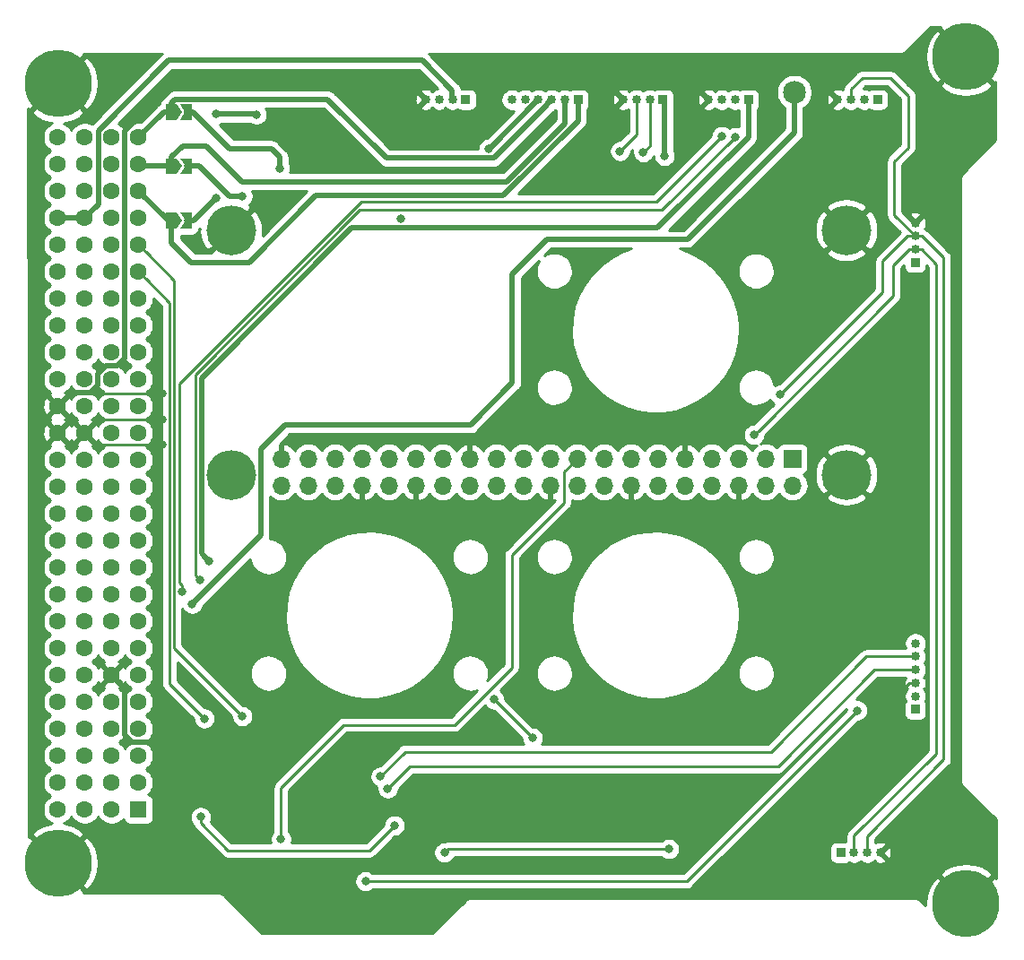
<source format=gbr>
G04 #@! TF.GenerationSoftware,KiCad,Pcbnew,(5.1.2)-2*
G04 #@! TF.CreationDate,2021-12-15T08:53:20-03:00*
G04 #@! TF.ProjectId,Magnetometer_A,4d61676e-6574-46f6-9d65-7465725f412e,rev?*
G04 #@! TF.SameCoordinates,Original*
G04 #@! TF.FileFunction,Copper,L2,Bot*
G04 #@! TF.FilePolarity,Positive*
%FSLAX46Y46*%
G04 Gerber Fmt 4.6, Leading zero omitted, Abs format (unit mm)*
G04 Created by KiCad (PCBNEW (5.1.2)-2) date 2021-12-15 08:53:20*
%MOMM*%
%LPD*%
G04 APERTURE LIST*
%ADD10C,2.159000*%
%ADD11C,6.350000*%
%ADD12C,1.600000*%
%ADD13R,1.600000X1.600000*%
%ADD14C,4.700000*%
%ADD15O,1.700000X1.700000*%
%ADD16R,1.700000X1.700000*%
%ADD17R,0.850000X0.850000*%
%ADD18C,0.850000*%
%ADD19C,0.300000*%
%ADD20C,0.100000*%
%ADD21C,0.800000*%
%ADD22C,0.250000*%
%ADD23C,0.500000*%
%ADD24C,0.254000*%
G04 APERTURE END LIST*
D10*
X103440000Y-164480000D03*
D11*
X33920000Y-237310000D03*
X33920000Y-163650000D03*
D12*
X38980000Y-168730000D03*
X41520000Y-168730000D03*
X38980000Y-171270000D03*
X41520000Y-171270000D03*
X38980000Y-173810000D03*
X41520000Y-173810000D03*
X38980000Y-176350000D03*
X41520000Y-176350000D03*
X38980000Y-178890000D03*
X41520000Y-178890000D03*
X38980000Y-181430000D03*
X41520000Y-181430000D03*
X38980000Y-183970000D03*
X41520000Y-183970000D03*
X38980000Y-186510000D03*
X41520000Y-186510000D03*
X38980000Y-189050000D03*
X41520000Y-189050000D03*
X38980000Y-191590000D03*
X41520000Y-191590000D03*
X38980000Y-194130000D03*
X41520000Y-194130000D03*
X38980000Y-196670000D03*
X41520000Y-196670000D03*
X38980000Y-199210000D03*
X41520000Y-199210000D03*
X38980000Y-201750000D03*
X41520000Y-201750000D03*
X38980000Y-204290000D03*
X41520000Y-204290000D03*
X38980000Y-206830000D03*
X41520000Y-206830000D03*
X38980000Y-209370000D03*
X41520000Y-209370000D03*
X38980000Y-211910000D03*
X41520000Y-211910000D03*
X38980000Y-214450000D03*
X41520000Y-214450000D03*
X38980000Y-216990000D03*
X41520000Y-216990000D03*
X38980000Y-219530000D03*
X41520000Y-219530000D03*
X38980000Y-222070000D03*
X41520000Y-222070000D03*
X38980000Y-224610000D03*
X41520000Y-224610000D03*
X38980000Y-227150000D03*
X41520000Y-227150000D03*
X38980000Y-229690000D03*
X41520000Y-229690000D03*
X38980000Y-232230000D03*
D13*
X41520000Y-232230000D03*
D12*
X33900000Y-168730000D03*
X36440000Y-168730000D03*
X33900000Y-171270000D03*
X36440000Y-171270000D03*
X33900000Y-173810000D03*
X36440000Y-173810000D03*
X33900000Y-176350000D03*
X36440000Y-176350000D03*
X33900000Y-178890000D03*
X36440000Y-178890000D03*
X33900000Y-181430000D03*
X36440000Y-181430000D03*
X33900000Y-183970000D03*
X36440000Y-183970000D03*
X33900000Y-186510000D03*
X36440000Y-186510000D03*
X33900000Y-189050000D03*
X36440000Y-189050000D03*
X33900000Y-191590000D03*
X36440000Y-191590000D03*
X33900000Y-194130000D03*
X36440000Y-194130000D03*
X33900000Y-196670000D03*
X36440000Y-196670000D03*
X33900000Y-199210000D03*
X36440000Y-199210000D03*
X33900000Y-201750000D03*
X36440000Y-201750000D03*
X33900000Y-204290000D03*
X36440000Y-204290000D03*
X33900000Y-206830000D03*
X36440000Y-206830000D03*
X33900000Y-209370000D03*
X36440000Y-209370000D03*
X33900000Y-211910000D03*
X36440000Y-211910000D03*
X33900000Y-214450000D03*
X36440000Y-214450000D03*
X33900000Y-216990000D03*
X36440000Y-216990000D03*
X33900000Y-219530000D03*
X36440000Y-219530000D03*
X33900000Y-222070000D03*
X36440000Y-222070000D03*
X33900000Y-224610000D03*
X36440000Y-224610000D03*
X33900000Y-227150000D03*
X36440000Y-227150000D03*
X33900000Y-229690000D03*
X36440000Y-229690000D03*
X33900000Y-232230000D03*
X36440000Y-232230000D03*
D11*
X119650000Y-241120000D03*
X119650000Y-161110000D03*
D14*
X50270000Y-177520000D03*
X108370000Y-177520000D03*
X50270000Y-200620000D03*
X108370000Y-200620000D03*
D15*
X55020000Y-201630000D03*
X55020000Y-199090000D03*
X57560000Y-201630000D03*
X57560000Y-199090000D03*
X60100000Y-201630000D03*
X60100000Y-199090000D03*
X62640000Y-201630000D03*
X62640000Y-199090000D03*
X65180000Y-201630000D03*
X65180000Y-199090000D03*
X67720000Y-201630000D03*
X67720000Y-199090000D03*
X70260000Y-201630000D03*
X70260000Y-199090000D03*
X72800000Y-201630000D03*
X72800000Y-199090000D03*
X75340000Y-201630000D03*
X75340000Y-199090000D03*
X77880000Y-201630000D03*
X77880000Y-199090000D03*
X80420000Y-201630000D03*
X80420000Y-199090000D03*
X82960000Y-201630000D03*
X82960000Y-199090000D03*
X85500000Y-201630000D03*
X85500000Y-199090000D03*
X88040000Y-201630000D03*
X88040000Y-199090000D03*
X90580000Y-201630000D03*
X90580000Y-199090000D03*
X93120000Y-201630000D03*
X93120000Y-199090000D03*
X95660000Y-201630000D03*
X95660000Y-199090000D03*
X98200000Y-201630000D03*
X98200000Y-199090000D03*
X100740000Y-201630000D03*
X100740000Y-199090000D03*
X103280000Y-201630000D03*
D16*
X103280000Y-199090000D03*
D17*
X107830000Y-236310000D03*
D18*
X109080000Y-236310000D03*
X110330000Y-236310000D03*
X111580000Y-236310000D03*
D17*
X114870000Y-222790000D03*
D18*
X114870000Y-221540000D03*
X114870000Y-220290000D03*
X114870000Y-219040000D03*
X114870000Y-217790000D03*
X114870000Y-216540000D03*
D17*
X114860000Y-180570000D03*
D18*
X114860000Y-179320000D03*
X114860000Y-178070000D03*
X114860000Y-176820000D03*
X107550000Y-165180000D03*
X108800000Y-165180000D03*
X110050000Y-165180000D03*
D17*
X111300000Y-165180000D03*
D19*
X44640000Y-176630000D03*
D20*
G36*
X45640000Y-176630000D02*
G01*
X45140000Y-177380000D01*
X44140000Y-177380000D01*
X44140000Y-175880000D01*
X45140000Y-175880000D01*
X45640000Y-176630000D01*
X45640000Y-176630000D01*
G37*
D19*
X46090000Y-176630000D03*
D20*
G36*
X46590000Y-177380000D02*
G01*
X45440000Y-177380000D01*
X45940000Y-176630000D01*
X45440000Y-175880000D01*
X46590000Y-175880000D01*
X46590000Y-177380000D01*
X46590000Y-177380000D01*
G37*
D19*
X46085000Y-171480000D03*
D20*
G36*
X46585000Y-172230000D02*
G01*
X45435000Y-172230000D01*
X45935000Y-171480000D01*
X45435000Y-170730000D01*
X46585000Y-170730000D01*
X46585000Y-172230000D01*
X46585000Y-172230000D01*
G37*
D19*
X44635000Y-171480000D03*
D20*
G36*
X45635000Y-171480000D02*
G01*
X45135000Y-172230000D01*
X44135000Y-172230000D01*
X44135000Y-170730000D01*
X45135000Y-170730000D01*
X45635000Y-171480000D01*
X45635000Y-171480000D01*
G37*
D19*
X44625000Y-166350000D03*
D20*
G36*
X45625000Y-166350000D02*
G01*
X45125000Y-167100000D01*
X44125000Y-167100000D01*
X44125000Y-165600000D01*
X45125000Y-165600000D01*
X45625000Y-166350000D01*
X45625000Y-166350000D01*
G37*
D19*
X46075000Y-166350000D03*
D20*
G36*
X46575000Y-167100000D02*
G01*
X45425000Y-167100000D01*
X45925000Y-166350000D01*
X45425000Y-165600000D01*
X46575000Y-165600000D01*
X46575000Y-167100000D01*
X46575000Y-167100000D01*
G37*
D17*
X99100000Y-165200000D03*
D18*
X97850000Y-165200000D03*
X96600000Y-165200000D03*
X95350000Y-165200000D03*
D17*
X91040000Y-165190000D03*
D18*
X89790000Y-165190000D03*
X88540000Y-165190000D03*
X87290000Y-165190000D03*
X68660000Y-165180000D03*
X69910000Y-165180000D03*
X71160000Y-165180000D03*
D17*
X72410000Y-165180000D03*
D18*
X76780000Y-165200000D03*
X78030000Y-165200000D03*
X79280000Y-165200000D03*
X80530000Y-165200000D03*
X81780000Y-165200000D03*
D17*
X83030000Y-165200000D03*
D21*
X111470000Y-225880000D03*
X111680000Y-220400000D03*
X72570000Y-232970000D03*
X66330000Y-176470000D03*
X65170000Y-163980000D03*
X43870000Y-227590000D03*
X43724979Y-195380000D03*
X43724979Y-197795001D03*
X43724979Y-192940000D03*
X58480000Y-171510000D03*
X51900000Y-163890000D03*
X62420000Y-166440000D03*
X55830000Y-167820000D03*
X54980000Y-235030000D03*
X91200000Y-170490000D03*
X91600000Y-235970000D03*
X70410000Y-236300000D03*
X109400000Y-222880000D03*
X62950000Y-239020000D03*
X75110000Y-221850000D03*
X78730000Y-225470000D03*
X99640000Y-196860000D03*
X102070000Y-193060000D03*
X65050000Y-230260000D03*
X64370000Y-229120000D03*
X54870000Y-171670000D03*
X51340000Y-174310000D03*
X48870000Y-174510000D03*
X74600002Y-169850000D03*
X48870000Y-166570000D03*
X52660000Y-166590000D03*
X47400000Y-232950000D03*
X65675000Y-233750000D03*
X47725000Y-223650000D03*
X89180000Y-170150000D03*
X51325000Y-223425000D03*
X86980000Y-170060000D03*
X46595000Y-212820000D03*
X97850000Y-168710000D03*
X47320000Y-210560000D03*
X96600001Y-168640000D03*
X45660000Y-211660000D03*
X48170000Y-208750000D03*
D22*
X111470000Y-225314315D02*
X111470000Y-225880000D01*
X111470000Y-223088960D02*
X111470000Y-225314315D01*
X114268960Y-220290000D02*
X111470000Y-223088960D01*
X114870000Y-220290000D02*
X114268960Y-220290000D01*
D23*
X39779999Y-220329999D02*
X38980000Y-219530000D01*
X40230001Y-220780001D02*
X39779999Y-220329999D01*
X40230001Y-225170003D02*
X40230001Y-220780001D01*
X40919999Y-225860001D02*
X40230001Y-225170003D01*
X42705686Y-225860001D02*
X40919999Y-225860001D01*
X43870000Y-227024315D02*
X42705686Y-225860001D01*
X43870000Y-227590000D02*
X43870000Y-227024315D01*
D22*
X37555001Y-197795001D02*
X43159294Y-197795001D01*
X43159294Y-192940000D02*
X43724979Y-192940000D01*
X36440000Y-196670000D02*
X37239999Y-197469999D01*
X35090000Y-192940000D02*
X43159294Y-192940000D01*
X43159294Y-195380000D02*
X43724979Y-195380000D01*
X37730000Y-195380000D02*
X43159294Y-195380000D01*
X37239999Y-197479999D02*
X37555001Y-197795001D01*
X37239999Y-197469999D02*
X37239999Y-197479999D01*
X43159294Y-197795001D02*
X43724979Y-197795001D01*
X36440000Y-196670000D02*
X37730000Y-195380000D01*
X33900000Y-194130000D02*
X35090000Y-192940000D01*
D23*
X34699999Y-193330001D02*
X33900000Y-194130000D01*
X37690001Y-192190001D02*
X37000003Y-192879999D01*
X37690001Y-191099999D02*
X37690001Y-192190001D01*
X38450001Y-190339999D02*
X37690001Y-191099999D01*
X37000003Y-192879999D02*
X35150001Y-192879999D01*
X39540003Y-190339999D02*
X38450001Y-190339999D01*
X35150001Y-192879999D02*
X34699999Y-193330001D01*
X40230001Y-168169997D02*
X40230001Y-189650001D01*
X40230001Y-189650001D02*
X39540003Y-190339999D01*
X44509998Y-163890000D02*
X40230001Y-168169997D01*
X51900000Y-163890000D02*
X44509998Y-163890000D01*
D22*
X81700000Y-200350000D02*
X82960000Y-199090000D01*
X81700000Y-203250000D02*
X81700000Y-200350000D01*
X54980000Y-230160000D02*
X60910000Y-224230000D01*
X54980000Y-235030000D02*
X54980000Y-230160000D01*
X60910000Y-224230000D02*
X71350000Y-224230000D01*
X71350000Y-224230000D02*
X76750000Y-218830000D01*
X76750000Y-218830000D02*
X76750000Y-208200000D01*
X76750000Y-208200000D02*
X81700000Y-203250000D01*
D23*
X91200000Y-165350000D02*
X91040000Y-165190000D01*
X91200000Y-170490000D02*
X91200000Y-165350000D01*
D22*
X91600000Y-235970000D02*
X70740000Y-235970000D01*
X70740000Y-235970000D02*
X70410000Y-236300000D01*
X63515685Y-239020000D02*
X62950000Y-239020000D01*
X93260000Y-239020000D02*
X63515685Y-239020000D01*
X109400000Y-222880000D02*
X93260000Y-239020000D01*
X75110000Y-221850000D02*
X78730000Y-225470000D01*
X109080000Y-235708960D02*
X109080000Y-236310000D01*
X115461040Y-179320000D02*
X116860000Y-180718960D01*
X114860000Y-179320000D02*
X115461040Y-179320000D01*
X116860000Y-180718960D02*
X116860000Y-226950000D01*
X116860000Y-226950000D02*
X116850000Y-226950000D01*
X116850000Y-226950000D02*
X109080000Y-234720000D01*
X109080000Y-234720000D02*
X109080000Y-235708960D01*
X100039999Y-196460001D02*
X99640000Y-196860000D01*
X114860000Y-179320000D02*
X114258960Y-179320000D01*
X112760000Y-183740000D02*
X100039999Y-196460001D01*
X112760000Y-180818960D02*
X112760000Y-183740000D01*
X114258960Y-179320000D02*
X112760000Y-180818960D01*
X110330000Y-234730000D02*
X110330000Y-236310000D01*
X117530000Y-227530000D02*
X110330000Y-234730000D01*
X117530000Y-180110000D02*
X117530000Y-227530000D01*
X114860000Y-178070000D02*
X115490000Y-178070000D01*
X115490000Y-178070000D02*
X117530000Y-180110000D01*
X108800000Y-164190000D02*
X108800000Y-165180000D01*
X109860000Y-163130000D02*
X108800000Y-164190000D01*
X112890000Y-176100000D02*
X112890000Y-171010000D01*
X112890000Y-171010000D02*
X114190000Y-169710000D01*
X114190000Y-169710000D02*
X114190000Y-164810000D01*
X114860000Y-178070000D02*
X112890000Y-176100000D01*
X114190000Y-164810000D02*
X112510000Y-163130000D01*
X112510000Y-163130000D02*
X109860000Y-163130000D01*
X114150000Y-178070000D02*
X114860000Y-178070000D01*
X111790000Y-180430000D02*
X114150000Y-178070000D01*
X102070000Y-193060000D02*
X111790000Y-183340000D01*
X111790000Y-183340000D02*
X111790000Y-180430000D01*
X65050000Y-230260000D02*
X67160000Y-228150000D01*
X67160000Y-228150000D02*
X101910000Y-228150000D01*
X111020000Y-219040000D02*
X114870000Y-219040000D01*
X101910000Y-228150000D02*
X111020000Y-219040000D01*
X110230000Y-217790000D02*
X114870000Y-217790000D01*
X101230000Y-226790000D02*
X110230000Y-217790000D01*
X64370000Y-229120000D02*
X66700000Y-226790000D01*
X66700000Y-226790000D02*
X101230000Y-226790000D01*
D23*
X44340000Y-176630000D02*
X41520000Y-173810000D01*
X44640000Y-176630000D02*
X44340000Y-176630000D01*
X83030000Y-166125000D02*
X83030000Y-165200000D01*
X83030000Y-167179962D02*
X83030000Y-166125000D01*
X44640000Y-178701814D02*
X46498186Y-180560000D01*
X51940000Y-180560000D02*
X58270000Y-174230000D01*
X58270000Y-174230000D02*
X75979962Y-174230000D01*
X44640000Y-176630000D02*
X44640000Y-178701814D01*
X46498186Y-180560000D02*
X51940000Y-180560000D01*
X75979962Y-174230000D02*
X83030000Y-167179962D01*
X54870000Y-170630000D02*
X54870000Y-171670000D01*
X54060000Y-169820000D02*
X54870000Y-170630000D01*
X50145000Y-169820000D02*
X54060000Y-169820000D01*
X46075000Y-166350000D02*
X46675000Y-166350000D01*
X46675000Y-166350000D02*
X50145000Y-169820000D01*
X50090000Y-174310000D02*
X51340000Y-174310000D01*
X46085000Y-171480000D02*
X47260000Y-171480000D01*
X47260000Y-171480000D02*
X50090000Y-174310000D01*
X46090000Y-176630000D02*
X46750000Y-176630000D01*
X46750000Y-176630000D02*
X48870000Y-174510000D01*
X41730000Y-171480000D02*
X41520000Y-171270000D01*
X44635000Y-171480000D02*
X41730000Y-171480000D01*
X44635000Y-170630000D02*
X45725000Y-169540000D01*
X45725000Y-169540000D02*
X47880000Y-169540000D01*
X47880000Y-169540000D02*
X51290000Y-172950000D01*
X44635000Y-171480000D02*
X44635000Y-170630000D01*
X51290000Y-172950000D02*
X76270000Y-172950000D01*
X81780000Y-167440000D02*
X81780000Y-165200000D01*
X76270000Y-172950000D02*
X81780000Y-167440000D01*
X43900000Y-166350000D02*
X41520000Y-168730000D01*
X44625000Y-166350000D02*
X43900000Y-166350000D01*
X80105001Y-165703001D02*
X80105001Y-165624999D01*
X75098001Y-170710001D02*
X80105001Y-165703001D01*
X74281999Y-170710001D02*
X75098001Y-170710001D01*
X80105001Y-165624999D02*
X80530000Y-165200000D01*
X74271998Y-170700000D02*
X74281999Y-170710001D01*
X44625000Y-166350000D02*
X44625000Y-165500000D01*
X44625000Y-165500000D02*
X44975010Y-165149990D01*
X44975010Y-165149990D02*
X59379990Y-165149990D01*
X59379990Y-165149990D02*
X64930000Y-170700000D01*
X64930000Y-170700000D02*
X74271998Y-170700000D01*
X79280000Y-165200000D02*
X74630000Y-169850000D01*
X74630000Y-169850000D02*
X74600002Y-169850000D01*
X48870000Y-166570000D02*
X52640000Y-166570000D01*
X52640000Y-166570000D02*
X52660000Y-166590000D01*
D22*
X63325000Y-236100000D02*
X65675000Y-233750000D01*
X49984315Y-236100000D02*
X63325000Y-236100000D01*
X47400000Y-232950000D02*
X47400000Y-233515685D01*
X47400000Y-233515685D02*
X49984315Y-236100000D01*
X89790000Y-169540000D02*
X89790000Y-165190000D01*
X89180000Y-170150000D02*
X89790000Y-169540000D01*
X42319999Y-182229999D02*
X41520000Y-181430000D01*
X44449989Y-184359989D02*
X42319999Y-182229999D01*
X47725000Y-223650000D02*
X44449989Y-220374989D01*
X44449989Y-220374989D02*
X44449989Y-184359989D01*
X88540000Y-168500000D02*
X88540000Y-165190000D01*
X86980000Y-170060000D02*
X88540000Y-168500000D01*
X42319999Y-179689999D02*
X41520000Y-178890000D01*
X44900000Y-182270000D02*
X42319999Y-179689999D01*
X51325000Y-223425000D02*
X44900000Y-217000000D01*
X44900000Y-217000000D02*
X44900000Y-182270000D01*
D23*
X53070001Y-206344999D02*
X46595000Y-212820000D01*
X53070001Y-198229999D02*
X53070001Y-206344999D01*
X55390000Y-195910000D02*
X53070001Y-198229999D01*
X72870000Y-195910000D02*
X55390000Y-195910000D01*
X103440000Y-168290000D02*
X93350000Y-178380000D01*
X103440000Y-164480000D02*
X103440000Y-168290000D01*
X93350000Y-178380000D02*
X80110000Y-178380000D01*
X80110000Y-178380000D02*
X76810000Y-181680000D01*
X76810000Y-181680000D02*
X76810000Y-191970000D01*
X76810000Y-191970000D02*
X72870000Y-195910000D01*
D22*
X97850000Y-168710000D02*
X90960000Y-175600000D01*
X46920001Y-210160001D02*
X47320000Y-210560000D01*
X90960000Y-175600000D02*
X62410000Y-175600000D01*
X46870001Y-210110001D02*
X46920001Y-210160001D01*
X46870001Y-191139999D02*
X46870001Y-210110001D01*
X62410000Y-175600000D02*
X46870001Y-191139999D01*
X45660000Y-211094315D02*
X45660000Y-211660000D01*
X45400000Y-210834315D02*
X45660000Y-211094315D01*
X45400000Y-191973589D02*
X45400000Y-210834315D01*
X62568580Y-174805009D02*
X45400000Y-191973589D01*
X96600001Y-168640000D02*
X90434992Y-174805009D01*
X90434992Y-174805009D02*
X62568580Y-174805009D01*
D23*
X33900000Y-176350000D02*
X36440000Y-176350000D01*
X37729999Y-175060001D02*
X37729999Y-168129999D01*
X71150000Y-165170000D02*
X71160000Y-165180000D01*
X36440000Y-176350000D02*
X37729999Y-175060001D01*
X37729999Y-168129999D02*
X44369999Y-161489999D01*
X44369999Y-161489999D02*
X68329999Y-161489999D01*
X68329999Y-161489999D02*
X71150000Y-164310000D01*
X71150000Y-164310000D02*
X71150000Y-165170000D01*
X47770001Y-208350001D02*
X48170000Y-208750000D01*
X99100000Y-165200000D02*
X99100000Y-168718002D01*
X99100000Y-168718002D02*
X90498001Y-177320001D01*
X90498001Y-177320001D02*
X61662892Y-177320001D01*
X47469999Y-208049999D02*
X47770001Y-208350001D01*
X47469999Y-191512894D02*
X47469999Y-208049999D01*
X61662892Y-177320001D02*
X47469999Y-191512894D01*
D24*
G36*
X117245690Y-158291623D02*
G01*
X117146498Y-158426893D01*
X119650000Y-160930395D01*
X119664143Y-160916253D01*
X119843748Y-161095858D01*
X119829605Y-161110000D01*
X122333107Y-163613502D01*
X122463530Y-163517865D01*
X122460167Y-169026556D01*
X119368972Y-172119436D01*
X119343876Y-172140030D01*
X119323145Y-172165288D01*
X119323066Y-172165367D01*
X119301958Y-172191102D01*
X119261394Y-172240523D01*
X119261343Y-172240618D01*
X119261275Y-172240701D01*
X119230648Y-172298038D01*
X119200103Y-172355177D01*
X119200072Y-172355280D01*
X119200021Y-172355375D01*
X119180944Y-172418325D01*
X119162357Y-172479586D01*
X119162347Y-172479690D01*
X119162315Y-172479795D01*
X119156187Y-172542195D01*
X119152802Y-172576549D01*
X119152802Y-172576658D01*
X119149608Y-172609180D01*
X119152799Y-172641487D01*
X119150002Y-229577569D01*
X119146808Y-229610000D01*
X119151733Y-229660001D01*
X119159544Y-229739351D01*
X119159550Y-229739370D01*
X119159551Y-229739382D01*
X119171804Y-229779774D01*
X119197278Y-229863762D01*
X119197285Y-229863775D01*
X119197290Y-229863792D01*
X119229438Y-229923937D01*
X119258557Y-229978422D01*
X119258566Y-229978433D01*
X119258575Y-229978450D01*
X119304859Y-230034847D01*
X119341029Y-230078924D01*
X119366219Y-230099599D01*
X122469833Y-233203214D01*
X122466469Y-238714291D01*
X122333107Y-238616498D01*
X119829605Y-241120000D01*
X119843748Y-241134143D01*
X119664143Y-241313748D01*
X119650000Y-241299605D01*
X119635858Y-241313748D01*
X119456253Y-241134143D01*
X119470395Y-241120000D01*
X116966893Y-238616498D01*
X116479787Y-238973686D01*
X116121976Y-239633405D01*
X115899745Y-240350253D01*
X115821635Y-241096682D01*
X115841126Y-241307746D01*
X115389702Y-240856321D01*
X115369126Y-240831231D01*
X115343858Y-240810478D01*
X115343766Y-240810386D01*
X115317448Y-240788787D01*
X115268659Y-240748716D01*
X115268552Y-240748659D01*
X115268450Y-240748575D01*
X115210128Y-240717402D01*
X115154026Y-240687387D01*
X115153904Y-240687350D01*
X115153792Y-240687290D01*
X115092080Y-240668570D01*
X115029630Y-240649600D01*
X115029502Y-240649587D01*
X115029382Y-240649551D01*
X114965724Y-240643281D01*
X114932670Y-240640013D01*
X114932540Y-240640013D01*
X114900000Y-240636808D01*
X114867710Y-240639988D01*
X72882738Y-240624014D01*
X72850400Y-240620809D01*
X72817911Y-240623989D01*
X72817833Y-240623989D01*
X72783243Y-240627382D01*
X72721009Y-240633474D01*
X72720941Y-240633495D01*
X72720865Y-240633502D01*
X72659733Y-240652021D01*
X72596576Y-240671138D01*
X72596506Y-240671175D01*
X72596441Y-240671195D01*
X72542387Y-240700060D01*
X72481882Y-240732354D01*
X72481823Y-240732402D01*
X72481760Y-240732436D01*
X72433648Y-240771891D01*
X72406528Y-240794120D01*
X72406471Y-240794177D01*
X72381231Y-240814875D01*
X72360608Y-240839984D01*
X69256853Y-243940000D01*
X53193128Y-243940000D01*
X49589478Y-240341068D01*
X49568948Y-240316052D01*
X49543597Y-240295247D01*
X49543446Y-240295096D01*
X49518993Y-240275055D01*
X49468450Y-240233575D01*
X49468255Y-240233471D01*
X49468088Y-240233334D01*
X49411551Y-240203162D01*
X49353793Y-240172290D01*
X49353582Y-240172226D01*
X49353391Y-240172124D01*
X49292200Y-240153606D01*
X49229383Y-240134550D01*
X49229161Y-240134528D01*
X49228956Y-240134466D01*
X49165585Y-240128267D01*
X49132419Y-240125000D01*
X49132195Y-240125000D01*
X49099566Y-240121808D01*
X49067374Y-240125000D01*
X36326787Y-240125000D01*
X36423502Y-239993107D01*
X33920000Y-237489605D01*
X33905858Y-237503748D01*
X33726253Y-237324143D01*
X33740395Y-237310000D01*
X34099605Y-237310000D01*
X36603107Y-239813502D01*
X37090213Y-239456314D01*
X37448024Y-238796595D01*
X37670255Y-238079747D01*
X37748365Y-237333318D01*
X37679353Y-236585993D01*
X37465871Y-235866492D01*
X37116123Y-235202463D01*
X37090213Y-235163686D01*
X36603107Y-234806498D01*
X34099605Y-237310000D01*
X33740395Y-237310000D01*
X31236893Y-234806498D01*
X31133999Y-234881949D01*
X31118471Y-196740512D01*
X32459783Y-196740512D01*
X32501213Y-197020130D01*
X32596397Y-197286292D01*
X32663329Y-197411514D01*
X32907298Y-197483097D01*
X33720395Y-196670000D01*
X34079605Y-196670000D01*
X34892702Y-197483097D01*
X35136671Y-197411514D01*
X35167971Y-197345364D01*
X35203329Y-197411514D01*
X35447298Y-197483097D01*
X36260395Y-196670000D01*
X35447298Y-195856903D01*
X35203329Y-195928486D01*
X35172029Y-195994636D01*
X35136671Y-195928486D01*
X34892702Y-195856903D01*
X34079605Y-196670000D01*
X33720395Y-196670000D01*
X32907298Y-195856903D01*
X32663329Y-195928486D01*
X32542429Y-196183996D01*
X32473700Y-196458184D01*
X32459783Y-196740512D01*
X31118471Y-196740512D01*
X31117813Y-195122702D01*
X33086903Y-195122702D01*
X33158486Y-195366671D01*
X33224636Y-195397971D01*
X33158486Y-195433329D01*
X33086903Y-195677298D01*
X33900000Y-196490395D01*
X34713097Y-195677298D01*
X34641514Y-195433329D01*
X34575364Y-195402029D01*
X34641514Y-195366671D01*
X34713097Y-195122702D01*
X33900000Y-194309605D01*
X33086903Y-195122702D01*
X31117813Y-195122702D01*
X31117437Y-194200512D01*
X32459783Y-194200512D01*
X32501213Y-194480130D01*
X32596397Y-194746292D01*
X32663329Y-194871514D01*
X32907298Y-194943097D01*
X33720395Y-194130000D01*
X32907298Y-193316903D01*
X32663329Y-193388486D01*
X32542429Y-193643996D01*
X32473700Y-193918184D01*
X32459783Y-194200512D01*
X31117437Y-194200512D01*
X31105979Y-166057505D01*
X31236893Y-166153502D01*
X33740395Y-163650000D01*
X34099605Y-163650000D01*
X36603107Y-166153502D01*
X37090213Y-165796314D01*
X37448024Y-165136595D01*
X37670255Y-164419747D01*
X37748365Y-163673318D01*
X37679353Y-162925993D01*
X37465871Y-162206492D01*
X37116123Y-161542463D01*
X37090213Y-161503686D01*
X36603107Y-161146498D01*
X34099605Y-163650000D01*
X33740395Y-163650000D01*
X33726253Y-163635858D01*
X33905858Y-163456253D01*
X33920000Y-163470395D01*
X36423502Y-160966893D01*
X36326787Y-160835000D01*
X43773085Y-160835000D01*
X43741182Y-160861182D01*
X43713469Y-160894950D01*
X37137934Y-167470486D01*
X37119727Y-167458320D01*
X36858574Y-167350147D01*
X36581335Y-167295000D01*
X36298665Y-167295000D01*
X36021426Y-167350147D01*
X35760273Y-167458320D01*
X35525241Y-167615363D01*
X35325363Y-167815241D01*
X35170000Y-168047759D01*
X35014637Y-167815241D01*
X34814759Y-167615363D01*
X34579727Y-167458320D01*
X34494779Y-167423133D01*
X34644007Y-167409353D01*
X35363508Y-167195871D01*
X36027537Y-166846123D01*
X36066314Y-166820213D01*
X36423502Y-166333107D01*
X33920000Y-163829605D01*
X31416498Y-166333107D01*
X31773686Y-166820213D01*
X32433405Y-167178024D01*
X33150253Y-167400255D01*
X33318060Y-167417815D01*
X33220273Y-167458320D01*
X32985241Y-167615363D01*
X32785363Y-167815241D01*
X32628320Y-168050273D01*
X32520147Y-168311426D01*
X32465000Y-168588665D01*
X32465000Y-168871335D01*
X32520147Y-169148574D01*
X32628320Y-169409727D01*
X32785363Y-169644759D01*
X32985241Y-169844637D01*
X33217759Y-170000000D01*
X32985241Y-170155363D01*
X32785363Y-170355241D01*
X32628320Y-170590273D01*
X32520147Y-170851426D01*
X32465000Y-171128665D01*
X32465000Y-171411335D01*
X32520147Y-171688574D01*
X32628320Y-171949727D01*
X32785363Y-172184759D01*
X32985241Y-172384637D01*
X33217759Y-172540000D01*
X32985241Y-172695363D01*
X32785363Y-172895241D01*
X32628320Y-173130273D01*
X32520147Y-173391426D01*
X32465000Y-173668665D01*
X32465000Y-173951335D01*
X32520147Y-174228574D01*
X32628320Y-174489727D01*
X32785363Y-174724759D01*
X32985241Y-174924637D01*
X33217759Y-175080000D01*
X32985241Y-175235363D01*
X32785363Y-175435241D01*
X32628320Y-175670273D01*
X32520147Y-175931426D01*
X32465000Y-176208665D01*
X32465000Y-176491335D01*
X32520147Y-176768574D01*
X32628320Y-177029727D01*
X32785363Y-177264759D01*
X32985241Y-177464637D01*
X33217759Y-177620000D01*
X32985241Y-177775363D01*
X32785363Y-177975241D01*
X32628320Y-178210273D01*
X32520147Y-178471426D01*
X32465000Y-178748665D01*
X32465000Y-179031335D01*
X32520147Y-179308574D01*
X32628320Y-179569727D01*
X32785363Y-179804759D01*
X32985241Y-180004637D01*
X33217759Y-180160000D01*
X32985241Y-180315363D01*
X32785363Y-180515241D01*
X32628320Y-180750273D01*
X32520147Y-181011426D01*
X32465000Y-181288665D01*
X32465000Y-181571335D01*
X32520147Y-181848574D01*
X32628320Y-182109727D01*
X32785363Y-182344759D01*
X32985241Y-182544637D01*
X33217759Y-182700000D01*
X32985241Y-182855363D01*
X32785363Y-183055241D01*
X32628320Y-183290273D01*
X32520147Y-183551426D01*
X32465000Y-183828665D01*
X32465000Y-184111335D01*
X32520147Y-184388574D01*
X32628320Y-184649727D01*
X32785363Y-184884759D01*
X32985241Y-185084637D01*
X33217759Y-185240000D01*
X32985241Y-185395363D01*
X32785363Y-185595241D01*
X32628320Y-185830273D01*
X32520147Y-186091426D01*
X32465000Y-186368665D01*
X32465000Y-186651335D01*
X32520147Y-186928574D01*
X32628320Y-187189727D01*
X32785363Y-187424759D01*
X32985241Y-187624637D01*
X33217759Y-187780000D01*
X32985241Y-187935363D01*
X32785363Y-188135241D01*
X32628320Y-188370273D01*
X32520147Y-188631426D01*
X32465000Y-188908665D01*
X32465000Y-189191335D01*
X32520147Y-189468574D01*
X32628320Y-189729727D01*
X32785363Y-189964759D01*
X32985241Y-190164637D01*
X33217759Y-190320000D01*
X32985241Y-190475363D01*
X32785363Y-190675241D01*
X32628320Y-190910273D01*
X32520147Y-191171426D01*
X32465000Y-191448665D01*
X32465000Y-191731335D01*
X32520147Y-192008574D01*
X32628320Y-192269727D01*
X32785363Y-192504759D01*
X32985241Y-192704637D01*
X33219128Y-192860915D01*
X33158486Y-192893329D01*
X33086903Y-193137298D01*
X33900000Y-193950395D01*
X34713097Y-193137298D01*
X34641514Y-192893329D01*
X34577008Y-192862806D01*
X34579727Y-192861680D01*
X34814759Y-192704637D01*
X35014637Y-192504759D01*
X35170000Y-192272241D01*
X35325363Y-192504759D01*
X35525241Y-192704637D01*
X35757759Y-192860000D01*
X35525241Y-193015363D01*
X35325363Y-193215241D01*
X35169085Y-193449128D01*
X35136671Y-193388486D01*
X34892702Y-193316903D01*
X34079605Y-194130000D01*
X34892702Y-194943097D01*
X35136671Y-194871514D01*
X35167194Y-194807008D01*
X35168320Y-194809727D01*
X35325363Y-195044759D01*
X35525241Y-195244637D01*
X35759128Y-195400915D01*
X35698486Y-195433329D01*
X35626903Y-195677298D01*
X36440000Y-196490395D01*
X37253097Y-195677298D01*
X37181514Y-195433329D01*
X37117008Y-195402806D01*
X37119727Y-195401680D01*
X37354759Y-195244637D01*
X37554637Y-195044759D01*
X37710000Y-194812241D01*
X37865363Y-195044759D01*
X38065241Y-195244637D01*
X38297759Y-195400000D01*
X38065241Y-195555363D01*
X37865363Y-195755241D01*
X37709085Y-195989128D01*
X37676671Y-195928486D01*
X37432702Y-195856903D01*
X36619605Y-196670000D01*
X37432702Y-197483097D01*
X37676671Y-197411514D01*
X37707194Y-197347008D01*
X37708320Y-197349727D01*
X37865363Y-197584759D01*
X38065241Y-197784637D01*
X38297759Y-197940000D01*
X38065241Y-198095363D01*
X37865363Y-198295241D01*
X37710000Y-198527759D01*
X37554637Y-198295241D01*
X37354759Y-198095363D01*
X37120872Y-197939085D01*
X37181514Y-197906671D01*
X37253097Y-197662702D01*
X36440000Y-196849605D01*
X35626903Y-197662702D01*
X35698486Y-197906671D01*
X35762992Y-197937194D01*
X35760273Y-197938320D01*
X35525241Y-198095363D01*
X35325363Y-198295241D01*
X35170000Y-198527759D01*
X35014637Y-198295241D01*
X34814759Y-198095363D01*
X34580872Y-197939085D01*
X34641514Y-197906671D01*
X34713097Y-197662702D01*
X33900000Y-196849605D01*
X33086903Y-197662702D01*
X33158486Y-197906671D01*
X33222992Y-197937194D01*
X33220273Y-197938320D01*
X32985241Y-198095363D01*
X32785363Y-198295241D01*
X32628320Y-198530273D01*
X32520147Y-198791426D01*
X32465000Y-199068665D01*
X32465000Y-199351335D01*
X32520147Y-199628574D01*
X32628320Y-199889727D01*
X32785363Y-200124759D01*
X32985241Y-200324637D01*
X33217759Y-200480000D01*
X32985241Y-200635363D01*
X32785363Y-200835241D01*
X32628320Y-201070273D01*
X32520147Y-201331426D01*
X32465000Y-201608665D01*
X32465000Y-201891335D01*
X32520147Y-202168574D01*
X32628320Y-202429727D01*
X32785363Y-202664759D01*
X32985241Y-202864637D01*
X33217759Y-203020000D01*
X32985241Y-203175363D01*
X32785363Y-203375241D01*
X32628320Y-203610273D01*
X32520147Y-203871426D01*
X32465000Y-204148665D01*
X32465000Y-204431335D01*
X32520147Y-204708574D01*
X32628320Y-204969727D01*
X32785363Y-205204759D01*
X32985241Y-205404637D01*
X33217759Y-205560000D01*
X32985241Y-205715363D01*
X32785363Y-205915241D01*
X32628320Y-206150273D01*
X32520147Y-206411426D01*
X32465000Y-206688665D01*
X32465000Y-206971335D01*
X32520147Y-207248574D01*
X32628320Y-207509727D01*
X32785363Y-207744759D01*
X32985241Y-207944637D01*
X33217759Y-208100000D01*
X32985241Y-208255363D01*
X32785363Y-208455241D01*
X32628320Y-208690273D01*
X32520147Y-208951426D01*
X32465000Y-209228665D01*
X32465000Y-209511335D01*
X32520147Y-209788574D01*
X32628320Y-210049727D01*
X32785363Y-210284759D01*
X32985241Y-210484637D01*
X33217759Y-210640000D01*
X32985241Y-210795363D01*
X32785363Y-210995241D01*
X32628320Y-211230273D01*
X32520147Y-211491426D01*
X32465000Y-211768665D01*
X32465000Y-212051335D01*
X32520147Y-212328574D01*
X32628320Y-212589727D01*
X32785363Y-212824759D01*
X32985241Y-213024637D01*
X33217759Y-213180000D01*
X32985241Y-213335363D01*
X32785363Y-213535241D01*
X32628320Y-213770273D01*
X32520147Y-214031426D01*
X32465000Y-214308665D01*
X32465000Y-214591335D01*
X32520147Y-214868574D01*
X32628320Y-215129727D01*
X32785363Y-215364759D01*
X32985241Y-215564637D01*
X33217759Y-215720000D01*
X32985241Y-215875363D01*
X32785363Y-216075241D01*
X32628320Y-216310273D01*
X32520147Y-216571426D01*
X32465000Y-216848665D01*
X32465000Y-217131335D01*
X32520147Y-217408574D01*
X32628320Y-217669727D01*
X32785363Y-217904759D01*
X32985241Y-218104637D01*
X33217759Y-218260000D01*
X32985241Y-218415363D01*
X32785363Y-218615241D01*
X32628320Y-218850273D01*
X32520147Y-219111426D01*
X32465000Y-219388665D01*
X32465000Y-219671335D01*
X32520147Y-219948574D01*
X32628320Y-220209727D01*
X32785363Y-220444759D01*
X32985241Y-220644637D01*
X33217759Y-220800000D01*
X32985241Y-220955363D01*
X32785363Y-221155241D01*
X32628320Y-221390273D01*
X32520147Y-221651426D01*
X32465000Y-221928665D01*
X32465000Y-222211335D01*
X32520147Y-222488574D01*
X32628320Y-222749727D01*
X32785363Y-222984759D01*
X32985241Y-223184637D01*
X33217759Y-223340000D01*
X32985241Y-223495363D01*
X32785363Y-223695241D01*
X32628320Y-223930273D01*
X32520147Y-224191426D01*
X32465000Y-224468665D01*
X32465000Y-224751335D01*
X32520147Y-225028574D01*
X32628320Y-225289727D01*
X32785363Y-225524759D01*
X32985241Y-225724637D01*
X33217759Y-225880000D01*
X32985241Y-226035363D01*
X32785363Y-226235241D01*
X32628320Y-226470273D01*
X32520147Y-226731426D01*
X32465000Y-227008665D01*
X32465000Y-227291335D01*
X32520147Y-227568574D01*
X32628320Y-227829727D01*
X32785363Y-228064759D01*
X32985241Y-228264637D01*
X33217759Y-228420000D01*
X32985241Y-228575363D01*
X32785363Y-228775241D01*
X32628320Y-229010273D01*
X32520147Y-229271426D01*
X32465000Y-229548665D01*
X32465000Y-229831335D01*
X32520147Y-230108574D01*
X32628320Y-230369727D01*
X32785363Y-230604759D01*
X32985241Y-230804637D01*
X33217759Y-230960000D01*
X32985241Y-231115363D01*
X32785363Y-231315241D01*
X32628320Y-231550273D01*
X32520147Y-231811426D01*
X32465000Y-232088665D01*
X32465000Y-232371335D01*
X32520147Y-232648574D01*
X32628320Y-232909727D01*
X32785363Y-233144759D01*
X32985241Y-233344637D01*
X33220273Y-233501680D01*
X33312513Y-233539887D01*
X33195993Y-233550647D01*
X32476492Y-233764129D01*
X31812463Y-234113877D01*
X31773686Y-234139787D01*
X31416498Y-234626893D01*
X33920000Y-237130395D01*
X36423502Y-234626893D01*
X36066314Y-234139787D01*
X35406595Y-233781976D01*
X34689747Y-233559745D01*
X34490007Y-233538843D01*
X34579727Y-233501680D01*
X34814759Y-233344637D01*
X35014637Y-233144759D01*
X35170000Y-232912241D01*
X35325363Y-233144759D01*
X35525241Y-233344637D01*
X35760273Y-233501680D01*
X36021426Y-233609853D01*
X36298665Y-233665000D01*
X36581335Y-233665000D01*
X36858574Y-233609853D01*
X37119727Y-233501680D01*
X37354759Y-233344637D01*
X37554637Y-233144759D01*
X37710000Y-232912241D01*
X37865363Y-233144759D01*
X38065241Y-233344637D01*
X38300273Y-233501680D01*
X38561426Y-233609853D01*
X38838665Y-233665000D01*
X39121335Y-233665000D01*
X39398574Y-233609853D01*
X39659727Y-233501680D01*
X39894759Y-233344637D01*
X40093357Y-233146039D01*
X40094188Y-233154482D01*
X40130498Y-233274180D01*
X40189463Y-233384494D01*
X40268815Y-233481185D01*
X40365506Y-233560537D01*
X40475820Y-233619502D01*
X40595518Y-233655812D01*
X40720000Y-233668072D01*
X42320000Y-233668072D01*
X42444482Y-233655812D01*
X42564180Y-233619502D01*
X42674494Y-233560537D01*
X42771185Y-233481185D01*
X42850537Y-233384494D01*
X42909502Y-233274180D01*
X42945812Y-233154482D01*
X42958072Y-233030000D01*
X42958072Y-231430000D01*
X42945812Y-231305518D01*
X42909502Y-231185820D01*
X42850537Y-231075506D01*
X42771185Y-230978815D01*
X42674494Y-230899463D01*
X42564180Y-230840498D01*
X42444482Y-230804188D01*
X42436039Y-230803357D01*
X42634637Y-230604759D01*
X42791680Y-230369727D01*
X42899853Y-230108574D01*
X42955000Y-229831335D01*
X42955000Y-229548665D01*
X42899853Y-229271426D01*
X42791680Y-229010273D01*
X42634637Y-228775241D01*
X42434759Y-228575363D01*
X42202241Y-228420000D01*
X42434759Y-228264637D01*
X42634637Y-228064759D01*
X42791680Y-227829727D01*
X42899853Y-227568574D01*
X42955000Y-227291335D01*
X42955000Y-227008665D01*
X42899853Y-226731426D01*
X42791680Y-226470273D01*
X42634637Y-226235241D01*
X42434759Y-226035363D01*
X42202241Y-225880000D01*
X42434759Y-225724637D01*
X42634637Y-225524759D01*
X42791680Y-225289727D01*
X42899853Y-225028574D01*
X42955000Y-224751335D01*
X42955000Y-224468665D01*
X42899853Y-224191426D01*
X42791680Y-223930273D01*
X42634637Y-223695241D01*
X42434759Y-223495363D01*
X42202241Y-223340000D01*
X42434759Y-223184637D01*
X42634637Y-222984759D01*
X42791680Y-222749727D01*
X42899853Y-222488574D01*
X42955000Y-222211335D01*
X42955000Y-221928665D01*
X42899853Y-221651426D01*
X42791680Y-221390273D01*
X42634637Y-221155241D01*
X42434759Y-220955363D01*
X42202241Y-220800000D01*
X42434759Y-220644637D01*
X42634637Y-220444759D01*
X42791680Y-220209727D01*
X42899853Y-219948574D01*
X42955000Y-219671335D01*
X42955000Y-219388665D01*
X42899853Y-219111426D01*
X42791680Y-218850273D01*
X42634637Y-218615241D01*
X42434759Y-218415363D01*
X42202241Y-218260000D01*
X42434759Y-218104637D01*
X42634637Y-217904759D01*
X42791680Y-217669727D01*
X42899853Y-217408574D01*
X42955000Y-217131335D01*
X42955000Y-216848665D01*
X42899853Y-216571426D01*
X42791680Y-216310273D01*
X42634637Y-216075241D01*
X42434759Y-215875363D01*
X42202241Y-215720000D01*
X42434759Y-215564637D01*
X42634637Y-215364759D01*
X42791680Y-215129727D01*
X42899853Y-214868574D01*
X42955000Y-214591335D01*
X42955000Y-214308665D01*
X42899853Y-214031426D01*
X42791680Y-213770273D01*
X42634637Y-213535241D01*
X42434759Y-213335363D01*
X42202241Y-213180000D01*
X42434759Y-213024637D01*
X42634637Y-212824759D01*
X42791680Y-212589727D01*
X42899853Y-212328574D01*
X42955000Y-212051335D01*
X42955000Y-211768665D01*
X42899853Y-211491426D01*
X42791680Y-211230273D01*
X42634637Y-210995241D01*
X42434759Y-210795363D01*
X42202241Y-210640000D01*
X42434759Y-210484637D01*
X42634637Y-210284759D01*
X42791680Y-210049727D01*
X42899853Y-209788574D01*
X42955000Y-209511335D01*
X42955000Y-209228665D01*
X42899853Y-208951426D01*
X42791680Y-208690273D01*
X42634637Y-208455241D01*
X42434759Y-208255363D01*
X42202241Y-208100000D01*
X42434759Y-207944637D01*
X42634637Y-207744759D01*
X42791680Y-207509727D01*
X42899853Y-207248574D01*
X42955000Y-206971335D01*
X42955000Y-206688665D01*
X42899853Y-206411426D01*
X42791680Y-206150273D01*
X42634637Y-205915241D01*
X42434759Y-205715363D01*
X42202241Y-205560000D01*
X42434759Y-205404637D01*
X42634637Y-205204759D01*
X42791680Y-204969727D01*
X42899853Y-204708574D01*
X42955000Y-204431335D01*
X42955000Y-204148665D01*
X42899853Y-203871426D01*
X42791680Y-203610273D01*
X42634637Y-203375241D01*
X42434759Y-203175363D01*
X42202241Y-203020000D01*
X42434759Y-202864637D01*
X42634637Y-202664759D01*
X42791680Y-202429727D01*
X42899853Y-202168574D01*
X42955000Y-201891335D01*
X42955000Y-201608665D01*
X42899853Y-201331426D01*
X42791680Y-201070273D01*
X42634637Y-200835241D01*
X42434759Y-200635363D01*
X42202241Y-200480000D01*
X42434759Y-200324637D01*
X42634637Y-200124759D01*
X42791680Y-199889727D01*
X42899853Y-199628574D01*
X42955000Y-199351335D01*
X42955000Y-199068665D01*
X42899853Y-198791426D01*
X42791680Y-198530273D01*
X42634637Y-198295241D01*
X42434759Y-198095363D01*
X42202241Y-197940000D01*
X42434759Y-197784637D01*
X42634637Y-197584759D01*
X42791680Y-197349727D01*
X42899853Y-197088574D01*
X42955000Y-196811335D01*
X42955000Y-196528665D01*
X42899853Y-196251426D01*
X42791680Y-195990273D01*
X42634637Y-195755241D01*
X42434759Y-195555363D01*
X42202241Y-195400000D01*
X42434759Y-195244637D01*
X42634637Y-195044759D01*
X42791680Y-194809727D01*
X42899853Y-194548574D01*
X42955000Y-194271335D01*
X42955000Y-193988665D01*
X42899853Y-193711426D01*
X42791680Y-193450273D01*
X42634637Y-193215241D01*
X42434759Y-193015363D01*
X42202241Y-192860000D01*
X42434759Y-192704637D01*
X42634637Y-192504759D01*
X42791680Y-192269727D01*
X42899853Y-192008574D01*
X42955000Y-191731335D01*
X42955000Y-191448665D01*
X42899853Y-191171426D01*
X42791680Y-190910273D01*
X42634637Y-190675241D01*
X42434759Y-190475363D01*
X42202241Y-190320000D01*
X42434759Y-190164637D01*
X42634637Y-189964759D01*
X42791680Y-189729727D01*
X42899853Y-189468574D01*
X42955000Y-189191335D01*
X42955000Y-188908665D01*
X42899853Y-188631426D01*
X42791680Y-188370273D01*
X42634637Y-188135241D01*
X42434759Y-187935363D01*
X42202241Y-187780000D01*
X42434759Y-187624637D01*
X42634637Y-187424759D01*
X42791680Y-187189727D01*
X42899853Y-186928574D01*
X42955000Y-186651335D01*
X42955000Y-186368665D01*
X42899853Y-186091426D01*
X42791680Y-185830273D01*
X42634637Y-185595241D01*
X42434759Y-185395363D01*
X42202241Y-185240000D01*
X42434759Y-185084637D01*
X42634637Y-184884759D01*
X42791680Y-184649727D01*
X42899853Y-184388574D01*
X42955000Y-184111335D01*
X42955000Y-183939802D01*
X43689990Y-184674792D01*
X43689989Y-220337667D01*
X43686313Y-220374989D01*
X43689989Y-220412311D01*
X43689989Y-220412321D01*
X43700986Y-220523974D01*
X43734665Y-220635000D01*
X43744443Y-220667235D01*
X43815015Y-220799265D01*
X43844163Y-220834781D01*
X43909988Y-220914990D01*
X43938992Y-220938793D01*
X46690000Y-223689802D01*
X46690000Y-223751939D01*
X46729774Y-223951898D01*
X46807795Y-224140256D01*
X46921063Y-224309774D01*
X47065226Y-224453937D01*
X47234744Y-224567205D01*
X47423102Y-224645226D01*
X47623061Y-224685000D01*
X47826939Y-224685000D01*
X48026898Y-224645226D01*
X48215256Y-224567205D01*
X48384774Y-224453937D01*
X48528937Y-224309774D01*
X48642205Y-224140256D01*
X48720226Y-223951898D01*
X48760000Y-223751939D01*
X48760000Y-223548061D01*
X48720226Y-223348102D01*
X48642205Y-223159744D01*
X48528937Y-222990226D01*
X48384774Y-222846063D01*
X48215256Y-222732795D01*
X48026898Y-222654774D01*
X47826939Y-222615000D01*
X47764802Y-222615000D01*
X45209989Y-220060188D01*
X45209989Y-218384790D01*
X50290000Y-223464802D01*
X50290000Y-223526939D01*
X50329774Y-223726898D01*
X50407795Y-223915256D01*
X50521063Y-224084774D01*
X50665226Y-224228937D01*
X50834744Y-224342205D01*
X51023102Y-224420226D01*
X51223061Y-224460000D01*
X51426939Y-224460000D01*
X51626898Y-224420226D01*
X51815256Y-224342205D01*
X51984774Y-224228937D01*
X52128937Y-224084774D01*
X52242205Y-223915256D01*
X52320226Y-223726898D01*
X52360000Y-223526939D01*
X52360000Y-223323061D01*
X52320226Y-223123102D01*
X52242205Y-222934744D01*
X52128937Y-222765226D01*
X51984774Y-222621063D01*
X51815256Y-222507795D01*
X51626898Y-222429774D01*
X51426939Y-222390000D01*
X51364802Y-222390000D01*
X48365154Y-219390352D01*
X52032965Y-219390352D01*
X52071145Y-219730733D01*
X52174711Y-220057216D01*
X52339720Y-220357365D01*
X52559885Y-220619748D01*
X52826821Y-220834369D01*
X53130359Y-220993056D01*
X53458940Y-221089762D01*
X53800046Y-221120805D01*
X54140686Y-221085003D01*
X54467884Y-220983718D01*
X54769178Y-220820809D01*
X55033091Y-220602481D01*
X55249571Y-220337050D01*
X55410372Y-220034627D01*
X55509370Y-219706729D01*
X55542794Y-219365848D01*
X55542110Y-219316846D01*
X55499181Y-218977030D01*
X55391066Y-218652025D01*
X55221883Y-218354209D01*
X54998076Y-218094926D01*
X54728170Y-217884052D01*
X54422445Y-217729620D01*
X54092547Y-217637510D01*
X53751040Y-217611233D01*
X53410934Y-217651788D01*
X53085181Y-217757631D01*
X52786192Y-217924731D01*
X52525353Y-218146723D01*
X52312600Y-218415150D01*
X52156036Y-218719789D01*
X52061626Y-219049037D01*
X52032965Y-219390352D01*
X48365154Y-219390352D01*
X45660000Y-216685199D01*
X45660000Y-214074086D01*
X55361800Y-214074086D01*
X55479928Y-215247219D01*
X55770159Y-216390007D01*
X56226117Y-217477342D01*
X56837785Y-218485340D01*
X57591726Y-219391855D01*
X58471377Y-220176974D01*
X59457413Y-220823448D01*
X60528174Y-221317075D01*
X61660136Y-221647012D01*
X62828433Y-221806010D01*
X64007398Y-221790577D01*
X65171132Y-221601051D01*
X66294069Y-221241596D01*
X67351542Y-220720108D01*
X68320318Y-220048044D01*
X69179115Y-219240168D01*
X69909068Y-218314228D01*
X70494140Y-217290564D01*
X70921478Y-216191665D01*
X71181695Y-215041672D01*
X71269074Y-213865848D01*
X71258172Y-213449515D01*
X71109375Y-212279876D01*
X70789329Y-211145078D01*
X70305064Y-210070050D01*
X69667219Y-209078409D01*
X69063809Y-208390352D01*
X71085524Y-208390352D01*
X71123704Y-208730733D01*
X71227270Y-209057216D01*
X71392279Y-209357365D01*
X71612444Y-209619748D01*
X71879380Y-209834369D01*
X72182918Y-209993056D01*
X72511499Y-210089762D01*
X72852605Y-210120805D01*
X73193245Y-210085003D01*
X73520443Y-209983718D01*
X73821737Y-209820809D01*
X74085650Y-209602481D01*
X74302130Y-209337050D01*
X74462931Y-209034627D01*
X74561929Y-208706729D01*
X74595353Y-208365848D01*
X74594669Y-208316846D01*
X74551740Y-207977030D01*
X74443625Y-207652025D01*
X74274442Y-207354209D01*
X74050635Y-207094926D01*
X73780729Y-206884052D01*
X73475004Y-206729620D01*
X73145106Y-206637510D01*
X72803599Y-206611233D01*
X72463493Y-206651788D01*
X72137740Y-206757631D01*
X71838751Y-206924731D01*
X71577912Y-207146723D01*
X71365159Y-207415150D01*
X71208595Y-207719789D01*
X71114185Y-208049037D01*
X71085524Y-208390352D01*
X69063809Y-208390352D01*
X68889807Y-208191941D01*
X67989906Y-207430118D01*
X66987284Y-206809677D01*
X65903969Y-206344248D01*
X64763758Y-206044055D01*
X63591699Y-205915694D01*
X62413542Y-205961984D01*
X61255168Y-206181908D01*
X60142025Y-206570635D01*
X59098566Y-207119625D01*
X58147715Y-207816819D01*
X57310359Y-208646898D01*
X56604895Y-209591630D01*
X56046820Y-210630258D01*
X55648394Y-211739967D01*
X55418369Y-212896377D01*
X55361800Y-214074086D01*
X45660000Y-214074086D01*
X45660000Y-213267295D01*
X45677795Y-213310256D01*
X45791063Y-213479774D01*
X45935226Y-213623937D01*
X46104744Y-213737205D01*
X46293102Y-213815226D01*
X46493061Y-213855000D01*
X46696939Y-213855000D01*
X46896898Y-213815226D01*
X47085256Y-213737205D01*
X47254774Y-213623937D01*
X47398937Y-213479774D01*
X47512205Y-213310256D01*
X47590226Y-213121898D01*
X47601535Y-213065043D01*
X52057499Y-208609079D01*
X52071145Y-208730733D01*
X52174711Y-209057216D01*
X52339720Y-209357365D01*
X52559885Y-209619748D01*
X52826821Y-209834369D01*
X53130359Y-209993056D01*
X53458940Y-210089762D01*
X53800046Y-210120805D01*
X54140686Y-210085003D01*
X54467884Y-209983718D01*
X54769178Y-209820809D01*
X55033091Y-209602481D01*
X55249571Y-209337050D01*
X55410372Y-209034627D01*
X55509370Y-208706729D01*
X55542794Y-208365848D01*
X55542110Y-208316846D01*
X55499181Y-207977030D01*
X55391066Y-207652025D01*
X55221883Y-207354209D01*
X54998076Y-207094926D01*
X54728170Y-206884052D01*
X54422445Y-206729620D01*
X54092547Y-206637510D01*
X53910344Y-206623490D01*
X53942196Y-206518489D01*
X53955001Y-206388476D01*
X53955001Y-206388466D01*
X53959282Y-206345000D01*
X53955001Y-206301534D01*
X53955001Y-202673113D01*
X53964866Y-202685134D01*
X54190986Y-202870706D01*
X54448966Y-203008599D01*
X54728889Y-203093513D01*
X54947050Y-203115000D01*
X55092950Y-203115000D01*
X55311111Y-203093513D01*
X55591034Y-203008599D01*
X55849014Y-202870706D01*
X56075134Y-202685134D01*
X56260706Y-202459014D01*
X56290000Y-202404209D01*
X56319294Y-202459014D01*
X56504866Y-202685134D01*
X56730986Y-202870706D01*
X56988966Y-203008599D01*
X57268889Y-203093513D01*
X57487050Y-203115000D01*
X57632950Y-203115000D01*
X57851111Y-203093513D01*
X58131034Y-203008599D01*
X58389014Y-202870706D01*
X58615134Y-202685134D01*
X58800706Y-202459014D01*
X58830000Y-202404209D01*
X58859294Y-202459014D01*
X59044866Y-202685134D01*
X59270986Y-202870706D01*
X59528966Y-203008599D01*
X59808889Y-203093513D01*
X60027050Y-203115000D01*
X60172950Y-203115000D01*
X60391111Y-203093513D01*
X60671034Y-203008599D01*
X60929014Y-202870706D01*
X61155134Y-202685134D01*
X61340706Y-202459014D01*
X61375201Y-202394477D01*
X61444822Y-202511355D01*
X61639731Y-202727588D01*
X61873080Y-202901641D01*
X62135901Y-203026825D01*
X62283110Y-203071476D01*
X62513000Y-202950155D01*
X62513000Y-201757000D01*
X62493000Y-201757000D01*
X62493000Y-201503000D01*
X62513000Y-201503000D01*
X62513000Y-201483000D01*
X62767000Y-201483000D01*
X62767000Y-201503000D01*
X62787000Y-201503000D01*
X62787000Y-201757000D01*
X62767000Y-201757000D01*
X62767000Y-202950155D01*
X62996890Y-203071476D01*
X63144099Y-203026825D01*
X63406920Y-202901641D01*
X63640269Y-202727588D01*
X63835178Y-202511355D01*
X63904799Y-202394477D01*
X63939294Y-202459014D01*
X64124866Y-202685134D01*
X64350986Y-202870706D01*
X64608966Y-203008599D01*
X64888889Y-203093513D01*
X65107050Y-203115000D01*
X65252950Y-203115000D01*
X65471111Y-203093513D01*
X65751034Y-203008599D01*
X66009014Y-202870706D01*
X66235134Y-202685134D01*
X66420706Y-202459014D01*
X66455201Y-202394477D01*
X66524822Y-202511355D01*
X66719731Y-202727588D01*
X66953080Y-202901641D01*
X67215901Y-203026825D01*
X67363110Y-203071476D01*
X67593000Y-202950155D01*
X67593000Y-201757000D01*
X67573000Y-201757000D01*
X67573000Y-201503000D01*
X67593000Y-201503000D01*
X67593000Y-201483000D01*
X67847000Y-201483000D01*
X67847000Y-201503000D01*
X67867000Y-201503000D01*
X67867000Y-201757000D01*
X67847000Y-201757000D01*
X67847000Y-202950155D01*
X68076890Y-203071476D01*
X68224099Y-203026825D01*
X68486920Y-202901641D01*
X68720269Y-202727588D01*
X68915178Y-202511355D01*
X68984799Y-202394477D01*
X69019294Y-202459014D01*
X69204866Y-202685134D01*
X69430986Y-202870706D01*
X69688966Y-203008599D01*
X69968889Y-203093513D01*
X70187050Y-203115000D01*
X70332950Y-203115000D01*
X70551111Y-203093513D01*
X70831034Y-203008599D01*
X71089014Y-202870706D01*
X71315134Y-202685134D01*
X71500706Y-202459014D01*
X71530000Y-202404209D01*
X71559294Y-202459014D01*
X71744866Y-202685134D01*
X71970986Y-202870706D01*
X72228966Y-203008599D01*
X72508889Y-203093513D01*
X72727050Y-203115000D01*
X72872950Y-203115000D01*
X73091111Y-203093513D01*
X73371034Y-203008599D01*
X73629014Y-202870706D01*
X73855134Y-202685134D01*
X74040706Y-202459014D01*
X74070000Y-202404209D01*
X74099294Y-202459014D01*
X74284866Y-202685134D01*
X74510986Y-202870706D01*
X74768966Y-203008599D01*
X75048889Y-203093513D01*
X75267050Y-203115000D01*
X75412950Y-203115000D01*
X75631111Y-203093513D01*
X75911034Y-203008599D01*
X76169014Y-202870706D01*
X76395134Y-202685134D01*
X76580706Y-202459014D01*
X76610000Y-202404209D01*
X76639294Y-202459014D01*
X76824866Y-202685134D01*
X77050986Y-202870706D01*
X77308966Y-203008599D01*
X77588889Y-203093513D01*
X77807050Y-203115000D01*
X77952950Y-203115000D01*
X78171111Y-203093513D01*
X78451034Y-203008599D01*
X78709014Y-202870706D01*
X78935134Y-202685134D01*
X79120706Y-202459014D01*
X79155201Y-202394477D01*
X79224822Y-202511355D01*
X79419731Y-202727588D01*
X79653080Y-202901641D01*
X79915901Y-203026825D01*
X80063110Y-203071476D01*
X80293000Y-202950155D01*
X80293000Y-201757000D01*
X80273000Y-201757000D01*
X80273000Y-201503000D01*
X80293000Y-201503000D01*
X80293000Y-201483000D01*
X80547000Y-201483000D01*
X80547000Y-201503000D01*
X80567000Y-201503000D01*
X80567000Y-201757000D01*
X80547000Y-201757000D01*
X80547000Y-202950155D01*
X80776890Y-203071476D01*
X80815404Y-203059794D01*
X76238998Y-207636201D01*
X76210000Y-207659999D01*
X76186202Y-207688997D01*
X76186201Y-207688998D01*
X76115026Y-207775724D01*
X76044454Y-207907754D01*
X76000998Y-208051015D01*
X75986324Y-208200000D01*
X75990001Y-208237332D01*
X75990000Y-218515198D01*
X74454256Y-220050942D01*
X74462931Y-220034627D01*
X74561929Y-219706729D01*
X74595353Y-219365848D01*
X74594669Y-219316846D01*
X74551740Y-218977030D01*
X74443625Y-218652025D01*
X74274442Y-218354209D01*
X74050635Y-218094926D01*
X73780729Y-217884052D01*
X73475004Y-217729620D01*
X73145106Y-217637510D01*
X72803599Y-217611233D01*
X72463493Y-217651788D01*
X72137740Y-217757631D01*
X71838751Y-217924731D01*
X71577912Y-218146723D01*
X71365159Y-218415150D01*
X71208595Y-218719789D01*
X71114185Y-219049037D01*
X71085524Y-219390352D01*
X71123704Y-219730733D01*
X71227270Y-220057216D01*
X71392279Y-220357365D01*
X71612444Y-220619748D01*
X71879380Y-220834369D01*
X72182918Y-220993056D01*
X72511499Y-221089762D01*
X72852605Y-221120805D01*
X73193245Y-221085003D01*
X73520443Y-220983718D01*
X73522702Y-220982497D01*
X71035199Y-223470000D01*
X60947322Y-223470000D01*
X60909999Y-223466324D01*
X60872676Y-223470000D01*
X60872667Y-223470000D01*
X60761014Y-223480997D01*
X60617753Y-223524454D01*
X60485724Y-223595026D01*
X60485722Y-223595027D01*
X60485723Y-223595027D01*
X60398996Y-223666201D01*
X60398992Y-223666205D01*
X60369999Y-223689999D01*
X60346205Y-223718992D01*
X54468998Y-229596201D01*
X54440000Y-229619999D01*
X54416202Y-229648997D01*
X54416201Y-229648998D01*
X54345026Y-229735724D01*
X54274454Y-229867754D01*
X54230998Y-230011015D01*
X54216324Y-230160000D01*
X54220001Y-230197332D01*
X54220000Y-234326289D01*
X54176063Y-234370226D01*
X54062795Y-234539744D01*
X53984774Y-234728102D01*
X53945000Y-234928061D01*
X53945000Y-235131939D01*
X53984774Y-235331898D01*
X53988130Y-235340000D01*
X50299117Y-235340000D01*
X48341271Y-233382155D01*
X48395226Y-233251898D01*
X48435000Y-233051939D01*
X48435000Y-232848061D01*
X48395226Y-232648102D01*
X48317205Y-232459744D01*
X48203937Y-232290226D01*
X48059774Y-232146063D01*
X47890256Y-232032795D01*
X47701898Y-231954774D01*
X47501939Y-231915000D01*
X47298061Y-231915000D01*
X47098102Y-231954774D01*
X46909744Y-232032795D01*
X46740226Y-232146063D01*
X46596063Y-232290226D01*
X46482795Y-232459744D01*
X46404774Y-232648102D01*
X46365000Y-232848061D01*
X46365000Y-233051939D01*
X46404774Y-233251898D01*
X46482795Y-233440256D01*
X46596063Y-233609774D01*
X46651013Y-233664724D01*
X46694454Y-233807932D01*
X46717977Y-233851939D01*
X46765026Y-233939961D01*
X46836201Y-234026687D01*
X46860000Y-234055686D01*
X46888998Y-234079484D01*
X49420516Y-236611003D01*
X49444314Y-236640001D01*
X49560039Y-236734974D01*
X49692068Y-236805546D01*
X49835329Y-236849003D01*
X49946982Y-236860000D01*
X49946991Y-236860000D01*
X49984314Y-236863676D01*
X50021637Y-236860000D01*
X63287678Y-236860000D01*
X63325000Y-236863676D01*
X63362322Y-236860000D01*
X63362333Y-236860000D01*
X63473986Y-236849003D01*
X63617247Y-236805546D01*
X63749276Y-236734974D01*
X63865001Y-236640001D01*
X63888804Y-236610997D01*
X64301740Y-236198061D01*
X69375000Y-236198061D01*
X69375000Y-236401939D01*
X69414774Y-236601898D01*
X69492795Y-236790256D01*
X69606063Y-236959774D01*
X69750226Y-237103937D01*
X69919744Y-237217205D01*
X70108102Y-237295226D01*
X70308061Y-237335000D01*
X70511939Y-237335000D01*
X70711898Y-237295226D01*
X70900256Y-237217205D01*
X71069774Y-237103937D01*
X71213937Y-236959774D01*
X71327205Y-236790256D01*
X71352164Y-236730000D01*
X90896289Y-236730000D01*
X90940226Y-236773937D01*
X91109744Y-236887205D01*
X91298102Y-236965226D01*
X91498061Y-237005000D01*
X91701939Y-237005000D01*
X91901898Y-236965226D01*
X92090256Y-236887205D01*
X92259774Y-236773937D01*
X92403937Y-236629774D01*
X92517205Y-236460256D01*
X92595226Y-236271898D01*
X92635000Y-236071939D01*
X92635000Y-235868061D01*
X92595226Y-235668102D01*
X92517205Y-235479744D01*
X92403937Y-235310226D01*
X92259774Y-235166063D01*
X92090256Y-235052795D01*
X91901898Y-234974774D01*
X91701939Y-234935000D01*
X91498061Y-234935000D01*
X91298102Y-234974774D01*
X91109744Y-235052795D01*
X90940226Y-235166063D01*
X90896289Y-235210000D01*
X70777322Y-235210000D01*
X70739999Y-235206324D01*
X70702676Y-235210000D01*
X70702667Y-235210000D01*
X70591014Y-235220997D01*
X70447753Y-235264454D01*
X70446732Y-235265000D01*
X70308061Y-235265000D01*
X70108102Y-235304774D01*
X69919744Y-235382795D01*
X69750226Y-235496063D01*
X69606063Y-235640226D01*
X69492795Y-235809744D01*
X69414774Y-235998102D01*
X69375000Y-236198061D01*
X64301740Y-236198061D01*
X65714802Y-234785000D01*
X65776939Y-234785000D01*
X65976898Y-234745226D01*
X66165256Y-234667205D01*
X66334774Y-234553937D01*
X66478937Y-234409774D01*
X66592205Y-234240256D01*
X66670226Y-234051898D01*
X66710000Y-233851939D01*
X66710000Y-233648061D01*
X66670226Y-233448102D01*
X66592205Y-233259744D01*
X66478937Y-233090226D01*
X66334774Y-232946063D01*
X66165256Y-232832795D01*
X65976898Y-232754774D01*
X65776939Y-232715000D01*
X65573061Y-232715000D01*
X65373102Y-232754774D01*
X65184744Y-232832795D01*
X65015226Y-232946063D01*
X64871063Y-233090226D01*
X64757795Y-233259744D01*
X64679774Y-233448102D01*
X64640000Y-233648061D01*
X64640000Y-233710198D01*
X63010199Y-235340000D01*
X55971870Y-235340000D01*
X55975226Y-235331898D01*
X56015000Y-235131939D01*
X56015000Y-234928061D01*
X55975226Y-234728102D01*
X55897205Y-234539744D01*
X55783937Y-234370226D01*
X55740000Y-234326289D01*
X55740000Y-230474801D01*
X61224803Y-224990000D01*
X71312678Y-224990000D01*
X71350000Y-224993676D01*
X71387322Y-224990000D01*
X71387333Y-224990000D01*
X71498986Y-224979003D01*
X71642247Y-224935546D01*
X71774276Y-224864974D01*
X71890001Y-224770001D01*
X71913804Y-224740997D01*
X74241561Y-222413240D01*
X74306063Y-222509774D01*
X74450226Y-222653937D01*
X74619744Y-222767205D01*
X74808102Y-222845226D01*
X75008061Y-222885000D01*
X75070199Y-222885000D01*
X77695000Y-225509802D01*
X77695000Y-225571939D01*
X77734774Y-225771898D01*
X77812795Y-225960256D01*
X77859396Y-226030000D01*
X66737333Y-226030000D01*
X66700000Y-226026323D01*
X66662667Y-226030000D01*
X66551014Y-226040997D01*
X66407753Y-226084454D01*
X66275724Y-226155026D01*
X66159999Y-226249999D01*
X66136201Y-226278997D01*
X64330199Y-228085000D01*
X64268061Y-228085000D01*
X64068102Y-228124774D01*
X63879744Y-228202795D01*
X63710226Y-228316063D01*
X63566063Y-228460226D01*
X63452795Y-228629744D01*
X63374774Y-228818102D01*
X63335000Y-229018061D01*
X63335000Y-229221939D01*
X63374774Y-229421898D01*
X63452795Y-229610256D01*
X63566063Y-229779774D01*
X63710226Y-229923937D01*
X63879744Y-230037205D01*
X64026914Y-230098165D01*
X64015000Y-230158061D01*
X64015000Y-230361939D01*
X64054774Y-230561898D01*
X64132795Y-230750256D01*
X64246063Y-230919774D01*
X64390226Y-231063937D01*
X64559744Y-231177205D01*
X64748102Y-231255226D01*
X64948061Y-231295000D01*
X65151939Y-231295000D01*
X65351898Y-231255226D01*
X65540256Y-231177205D01*
X65709774Y-231063937D01*
X65853937Y-230919774D01*
X65967205Y-230750256D01*
X66045226Y-230561898D01*
X66085000Y-230361939D01*
X66085000Y-230299801D01*
X67474802Y-228910000D01*
X101872678Y-228910000D01*
X101910000Y-228913676D01*
X101947322Y-228910000D01*
X101947333Y-228910000D01*
X102058986Y-228899003D01*
X102202247Y-228855546D01*
X102334276Y-228784974D01*
X102450001Y-228690001D01*
X102473804Y-228660997D01*
X108367051Y-222767751D01*
X108365000Y-222778061D01*
X108365000Y-222840198D01*
X92945199Y-238260000D01*
X63653711Y-238260000D01*
X63609774Y-238216063D01*
X63440256Y-238102795D01*
X63251898Y-238024774D01*
X63051939Y-237985000D01*
X62848061Y-237985000D01*
X62648102Y-238024774D01*
X62459744Y-238102795D01*
X62290226Y-238216063D01*
X62146063Y-238360226D01*
X62032795Y-238529744D01*
X61954774Y-238718102D01*
X61915000Y-238918061D01*
X61915000Y-239121939D01*
X61954774Y-239321898D01*
X62032795Y-239510256D01*
X62146063Y-239679774D01*
X62290226Y-239823937D01*
X62459744Y-239937205D01*
X62648102Y-240015226D01*
X62848061Y-240055000D01*
X63051939Y-240055000D01*
X63251898Y-240015226D01*
X63440256Y-239937205D01*
X63609774Y-239823937D01*
X63653711Y-239780000D01*
X93222678Y-239780000D01*
X93260000Y-239783676D01*
X93297322Y-239780000D01*
X93297333Y-239780000D01*
X93408986Y-239769003D01*
X93552247Y-239725546D01*
X93684276Y-239654974D01*
X93800001Y-239560001D01*
X93823804Y-239530997D01*
X94917908Y-238436893D01*
X117146498Y-238436893D01*
X119650000Y-240940395D01*
X122153502Y-238436893D01*
X121796314Y-237949787D01*
X121136595Y-237591976D01*
X120419747Y-237369745D01*
X119673318Y-237291635D01*
X118925993Y-237360647D01*
X118206492Y-237574129D01*
X117542463Y-237923877D01*
X117503686Y-237949787D01*
X117146498Y-238436893D01*
X94917908Y-238436893D01*
X109439802Y-223915000D01*
X109501939Y-223915000D01*
X109701898Y-223875226D01*
X109890256Y-223797205D01*
X110059774Y-223683937D01*
X110203937Y-223539774D01*
X110317205Y-223370256D01*
X110395226Y-223181898D01*
X110435000Y-222981939D01*
X110435000Y-222778061D01*
X110395226Y-222578102D01*
X110317205Y-222389744D01*
X110203937Y-222220226D01*
X110059774Y-222076063D01*
X109890256Y-221962795D01*
X109701898Y-221884774D01*
X109501939Y-221845000D01*
X109298061Y-221845000D01*
X109287751Y-221847051D01*
X111334802Y-219800000D01*
X113927227Y-219800000D01*
X113856440Y-219962588D01*
X113812041Y-220166616D01*
X113808298Y-220375384D01*
X113845356Y-220580870D01*
X113921790Y-220775179D01*
X113939790Y-220808856D01*
X114083922Y-220827011D01*
X114046644Y-220864289D01*
X113930640Y-221037902D01*
X113850735Y-221230809D01*
X113810000Y-221435599D01*
X113810000Y-221644401D01*
X113850735Y-221849191D01*
X113916517Y-222008003D01*
X113914463Y-222010506D01*
X113855498Y-222120820D01*
X113819188Y-222240518D01*
X113806928Y-222365000D01*
X113806928Y-223215000D01*
X113819188Y-223339482D01*
X113855498Y-223459180D01*
X113914463Y-223569494D01*
X113993815Y-223666185D01*
X114090506Y-223745537D01*
X114200820Y-223804502D01*
X114320518Y-223840812D01*
X114445000Y-223853072D01*
X115295000Y-223853072D01*
X115419482Y-223840812D01*
X115539180Y-223804502D01*
X115649494Y-223745537D01*
X115746185Y-223666185D01*
X115825537Y-223569494D01*
X115884502Y-223459180D01*
X115920812Y-223339482D01*
X115933072Y-223215000D01*
X115933072Y-222365000D01*
X115920812Y-222240518D01*
X115884502Y-222120820D01*
X115825537Y-222010506D01*
X115823483Y-222008003D01*
X115889265Y-221849191D01*
X115930000Y-221644401D01*
X115930000Y-221435599D01*
X115889265Y-221230809D01*
X115809360Y-221037902D01*
X115693356Y-220864289D01*
X115656078Y-220827011D01*
X115800210Y-220808856D01*
X115883560Y-220617412D01*
X115927959Y-220413384D01*
X115931702Y-220204616D01*
X115894644Y-219999130D01*
X115818210Y-219804821D01*
X115800210Y-219771144D01*
X115656078Y-219752989D01*
X115693356Y-219715711D01*
X115809360Y-219542098D01*
X115889265Y-219349191D01*
X115930000Y-219144401D01*
X115930000Y-218935599D01*
X115889265Y-218730809D01*
X115809360Y-218537902D01*
X115727240Y-218415000D01*
X115809360Y-218292098D01*
X115889265Y-218099191D01*
X115930000Y-217894401D01*
X115930000Y-217685599D01*
X115889265Y-217480809D01*
X115809360Y-217287902D01*
X115727240Y-217165000D01*
X115809360Y-217042098D01*
X115889265Y-216849191D01*
X115930000Y-216644401D01*
X115930000Y-216435599D01*
X115889265Y-216230809D01*
X115809360Y-216037902D01*
X115693356Y-215864289D01*
X115545711Y-215716644D01*
X115372098Y-215600640D01*
X115179191Y-215520735D01*
X114974401Y-215480000D01*
X114765599Y-215480000D01*
X114560809Y-215520735D01*
X114367902Y-215600640D01*
X114194289Y-215716644D01*
X114046644Y-215864289D01*
X113930640Y-216037902D01*
X113850735Y-216230809D01*
X113810000Y-216435599D01*
X113810000Y-216644401D01*
X113850735Y-216849191D01*
X113925629Y-217030000D01*
X110267322Y-217030000D01*
X110229999Y-217026324D01*
X110192676Y-217030000D01*
X110192667Y-217030000D01*
X110081014Y-217040997D01*
X109937753Y-217084454D01*
X109805723Y-217155026D01*
X109731779Y-217215711D01*
X109689999Y-217249999D01*
X109666201Y-217278997D01*
X100915199Y-226030000D01*
X79600604Y-226030000D01*
X79647205Y-225960256D01*
X79725226Y-225771898D01*
X79765000Y-225571939D01*
X79765000Y-225368061D01*
X79725226Y-225168102D01*
X79647205Y-224979744D01*
X79533937Y-224810226D01*
X79389774Y-224666063D01*
X79220256Y-224552795D01*
X79031898Y-224474774D01*
X78831939Y-224435000D01*
X78769802Y-224435000D01*
X76145000Y-221810199D01*
X76145000Y-221748061D01*
X76105226Y-221548102D01*
X76027205Y-221359744D01*
X75913937Y-221190226D01*
X75769774Y-221046063D01*
X75673240Y-220981561D01*
X77261004Y-219393798D01*
X77265203Y-219390352D01*
X79032965Y-219390352D01*
X79071145Y-219730733D01*
X79174711Y-220057216D01*
X79339720Y-220357365D01*
X79559885Y-220619748D01*
X79826821Y-220834369D01*
X80130359Y-220993056D01*
X80458940Y-221089762D01*
X80800046Y-221120805D01*
X81140686Y-221085003D01*
X81467884Y-220983718D01*
X81769178Y-220820809D01*
X82033091Y-220602481D01*
X82249571Y-220337050D01*
X82410372Y-220034627D01*
X82509370Y-219706729D01*
X82542794Y-219365848D01*
X82542110Y-219316846D01*
X82499181Y-218977030D01*
X82391066Y-218652025D01*
X82221883Y-218354209D01*
X81998076Y-218094926D01*
X81728170Y-217884052D01*
X81422445Y-217729620D01*
X81092547Y-217637510D01*
X80751040Y-217611233D01*
X80410934Y-217651788D01*
X80085181Y-217757631D01*
X79786192Y-217924731D01*
X79525353Y-218146723D01*
X79312600Y-218415150D01*
X79156036Y-218719789D01*
X79061626Y-219049037D01*
X79032965Y-219390352D01*
X77265203Y-219390352D01*
X77290001Y-219370001D01*
X77384974Y-219254276D01*
X77455546Y-219122247D01*
X77499003Y-218978986D01*
X77510000Y-218867333D01*
X77510000Y-218867324D01*
X77513676Y-218830001D01*
X77510000Y-218792678D01*
X77510000Y-214074086D01*
X82361800Y-214074086D01*
X82479928Y-215247219D01*
X82770159Y-216390007D01*
X83226117Y-217477342D01*
X83837785Y-218485340D01*
X84591726Y-219391855D01*
X85471377Y-220176974D01*
X86457413Y-220823448D01*
X87528174Y-221317075D01*
X88660136Y-221647012D01*
X89828433Y-221806010D01*
X91007398Y-221790577D01*
X92171132Y-221601051D01*
X93294069Y-221241596D01*
X94351542Y-220720108D01*
X95320318Y-220048044D01*
X96019464Y-219390352D01*
X98085524Y-219390352D01*
X98123704Y-219730733D01*
X98227270Y-220057216D01*
X98392279Y-220357365D01*
X98612444Y-220619748D01*
X98879380Y-220834369D01*
X99182918Y-220993056D01*
X99511499Y-221089762D01*
X99852605Y-221120805D01*
X100193245Y-221085003D01*
X100520443Y-220983718D01*
X100821737Y-220820809D01*
X101085650Y-220602481D01*
X101302130Y-220337050D01*
X101462931Y-220034627D01*
X101561929Y-219706729D01*
X101595353Y-219365848D01*
X101594669Y-219316846D01*
X101551740Y-218977030D01*
X101443625Y-218652025D01*
X101274442Y-218354209D01*
X101050635Y-218094926D01*
X100780729Y-217884052D01*
X100475004Y-217729620D01*
X100145106Y-217637510D01*
X99803599Y-217611233D01*
X99463493Y-217651788D01*
X99137740Y-217757631D01*
X98838751Y-217924731D01*
X98577912Y-218146723D01*
X98365159Y-218415150D01*
X98208595Y-218719789D01*
X98114185Y-219049037D01*
X98085524Y-219390352D01*
X96019464Y-219390352D01*
X96179115Y-219240168D01*
X96909068Y-218314228D01*
X97494140Y-217290564D01*
X97921478Y-216191665D01*
X98181695Y-215041672D01*
X98269074Y-213865848D01*
X98258172Y-213449515D01*
X98109375Y-212279876D01*
X97789329Y-211145078D01*
X97305064Y-210070050D01*
X96667219Y-209078409D01*
X96063809Y-208390352D01*
X98085524Y-208390352D01*
X98123704Y-208730733D01*
X98227270Y-209057216D01*
X98392279Y-209357365D01*
X98612444Y-209619748D01*
X98879380Y-209834369D01*
X99182918Y-209993056D01*
X99511499Y-210089762D01*
X99852605Y-210120805D01*
X100193245Y-210085003D01*
X100520443Y-209983718D01*
X100821737Y-209820809D01*
X101085650Y-209602481D01*
X101302130Y-209337050D01*
X101462931Y-209034627D01*
X101561929Y-208706729D01*
X101595353Y-208365848D01*
X101594669Y-208316846D01*
X101551740Y-207977030D01*
X101443625Y-207652025D01*
X101274442Y-207354209D01*
X101050635Y-207094926D01*
X100780729Y-206884052D01*
X100475004Y-206729620D01*
X100145106Y-206637510D01*
X99803599Y-206611233D01*
X99463493Y-206651788D01*
X99137740Y-206757631D01*
X98838751Y-206924731D01*
X98577912Y-207146723D01*
X98365159Y-207415150D01*
X98208595Y-207719789D01*
X98114185Y-208049037D01*
X98085524Y-208390352D01*
X96063809Y-208390352D01*
X95889807Y-208191941D01*
X94989906Y-207430118D01*
X93987284Y-206809677D01*
X92903969Y-206344248D01*
X91763758Y-206044055D01*
X90591699Y-205915694D01*
X89413542Y-205961984D01*
X88255168Y-206181908D01*
X87142025Y-206570635D01*
X86098566Y-207119625D01*
X85147715Y-207816819D01*
X84310359Y-208646898D01*
X83604895Y-209591630D01*
X83046820Y-210630258D01*
X82648394Y-211739967D01*
X82418369Y-212896377D01*
X82361800Y-214074086D01*
X77510000Y-214074086D01*
X77510000Y-208514801D01*
X77634449Y-208390352D01*
X79032965Y-208390352D01*
X79071145Y-208730733D01*
X79174711Y-209057216D01*
X79339720Y-209357365D01*
X79559885Y-209619748D01*
X79826821Y-209834369D01*
X80130359Y-209993056D01*
X80458940Y-210089762D01*
X80800046Y-210120805D01*
X81140686Y-210085003D01*
X81467884Y-209983718D01*
X81769178Y-209820809D01*
X82033091Y-209602481D01*
X82249571Y-209337050D01*
X82410372Y-209034627D01*
X82509370Y-208706729D01*
X82542794Y-208365848D01*
X82542110Y-208316846D01*
X82499181Y-207977030D01*
X82391066Y-207652025D01*
X82221883Y-207354209D01*
X81998076Y-207094926D01*
X81728170Y-206884052D01*
X81422445Y-206729620D01*
X81092547Y-206637510D01*
X80751040Y-206611233D01*
X80410934Y-206651788D01*
X80085181Y-206757631D01*
X79786192Y-206924731D01*
X79525353Y-207146723D01*
X79312600Y-207415150D01*
X79156036Y-207719789D01*
X79061626Y-208049037D01*
X79032965Y-208390352D01*
X77634449Y-208390352D01*
X82211004Y-203813798D01*
X82240001Y-203790001D01*
X82266332Y-203757917D01*
X82334974Y-203674277D01*
X82405546Y-203542247D01*
X82405546Y-203542246D01*
X82449003Y-203398986D01*
X82460000Y-203287333D01*
X82460000Y-203287324D01*
X82463676Y-203250001D01*
X82460000Y-203212678D01*
X82460000Y-203030147D01*
X82668889Y-203093513D01*
X82887050Y-203115000D01*
X83032950Y-203115000D01*
X83251111Y-203093513D01*
X83531034Y-203008599D01*
X83789014Y-202870706D01*
X84015134Y-202685134D01*
X84200706Y-202459014D01*
X84230000Y-202404209D01*
X84259294Y-202459014D01*
X84444866Y-202685134D01*
X84670986Y-202870706D01*
X84928966Y-203008599D01*
X85208889Y-203093513D01*
X85427050Y-203115000D01*
X85572950Y-203115000D01*
X85791111Y-203093513D01*
X86071034Y-203008599D01*
X86329014Y-202870706D01*
X86555134Y-202685134D01*
X86740706Y-202459014D01*
X86775201Y-202394477D01*
X86844822Y-202511355D01*
X87039731Y-202727588D01*
X87273080Y-202901641D01*
X87535901Y-203026825D01*
X87683110Y-203071476D01*
X87913000Y-202950155D01*
X87913000Y-201757000D01*
X87893000Y-201757000D01*
X87893000Y-201503000D01*
X87913000Y-201503000D01*
X87913000Y-201483000D01*
X88167000Y-201483000D01*
X88167000Y-201503000D01*
X88187000Y-201503000D01*
X88187000Y-201757000D01*
X88167000Y-201757000D01*
X88167000Y-202950155D01*
X88396890Y-203071476D01*
X88544099Y-203026825D01*
X88806920Y-202901641D01*
X89040269Y-202727588D01*
X89235178Y-202511355D01*
X89304799Y-202394477D01*
X89339294Y-202459014D01*
X89524866Y-202685134D01*
X89750986Y-202870706D01*
X90008966Y-203008599D01*
X90288889Y-203093513D01*
X90507050Y-203115000D01*
X90652950Y-203115000D01*
X90871111Y-203093513D01*
X91151034Y-203008599D01*
X91409014Y-202870706D01*
X91635134Y-202685134D01*
X91820706Y-202459014D01*
X91850000Y-202404209D01*
X91879294Y-202459014D01*
X92064866Y-202685134D01*
X92290986Y-202870706D01*
X92548966Y-203008599D01*
X92828889Y-203093513D01*
X93047050Y-203115000D01*
X93192950Y-203115000D01*
X93411111Y-203093513D01*
X93691034Y-203008599D01*
X93949014Y-202870706D01*
X94175134Y-202685134D01*
X94360706Y-202459014D01*
X94390000Y-202404209D01*
X94419294Y-202459014D01*
X94604866Y-202685134D01*
X94830986Y-202870706D01*
X95088966Y-203008599D01*
X95368889Y-203093513D01*
X95587050Y-203115000D01*
X95732950Y-203115000D01*
X95951111Y-203093513D01*
X96231034Y-203008599D01*
X96489014Y-202870706D01*
X96715134Y-202685134D01*
X96900706Y-202459014D01*
X96935201Y-202394477D01*
X97004822Y-202511355D01*
X97199731Y-202727588D01*
X97433080Y-202901641D01*
X97695901Y-203026825D01*
X97843110Y-203071476D01*
X98073000Y-202950155D01*
X98073000Y-201757000D01*
X98053000Y-201757000D01*
X98053000Y-201503000D01*
X98073000Y-201503000D01*
X98073000Y-201483000D01*
X98327000Y-201483000D01*
X98327000Y-201503000D01*
X98347000Y-201503000D01*
X98347000Y-201757000D01*
X98327000Y-201757000D01*
X98327000Y-202950155D01*
X98556890Y-203071476D01*
X98704099Y-203026825D01*
X98966920Y-202901641D01*
X99200269Y-202727588D01*
X99395178Y-202511355D01*
X99464799Y-202394477D01*
X99499294Y-202459014D01*
X99684866Y-202685134D01*
X99910986Y-202870706D01*
X100168966Y-203008599D01*
X100448889Y-203093513D01*
X100667050Y-203115000D01*
X100812950Y-203115000D01*
X101031111Y-203093513D01*
X101311034Y-203008599D01*
X101569014Y-202870706D01*
X101795134Y-202685134D01*
X101980706Y-202459014D01*
X102010000Y-202404209D01*
X102039294Y-202459014D01*
X102224866Y-202685134D01*
X102450986Y-202870706D01*
X102708966Y-203008599D01*
X102988889Y-203093513D01*
X103207050Y-203115000D01*
X103352950Y-203115000D01*
X103571111Y-203093513D01*
X103851034Y-203008599D01*
X104109014Y-202870706D01*
X104296953Y-202716468D01*
X106453137Y-202716468D01*
X106711298Y-203119073D01*
X107230715Y-203394651D01*
X107793913Y-203563601D01*
X108379250Y-203619430D01*
X108964233Y-203559992D01*
X109526379Y-203387571D01*
X110028702Y-203119073D01*
X110286863Y-202716468D01*
X108370000Y-200799605D01*
X106453137Y-202716468D01*
X104296953Y-202716468D01*
X104335134Y-202685134D01*
X104520706Y-202459014D01*
X104658599Y-202201034D01*
X104743513Y-201921111D01*
X104772185Y-201630000D01*
X104743513Y-201338889D01*
X104658599Y-201058966D01*
X104520706Y-200800986D01*
X104379766Y-200629250D01*
X105370570Y-200629250D01*
X105430008Y-201214233D01*
X105602429Y-201776379D01*
X105870927Y-202278702D01*
X106273532Y-202536863D01*
X108190395Y-200620000D01*
X108549605Y-200620000D01*
X110466468Y-202536863D01*
X110869073Y-202278702D01*
X111144651Y-201759285D01*
X111313601Y-201196087D01*
X111369430Y-200610750D01*
X111309992Y-200025767D01*
X111137571Y-199463621D01*
X110869073Y-198961298D01*
X110466468Y-198703137D01*
X108549605Y-200620000D01*
X108190395Y-200620000D01*
X106273532Y-198703137D01*
X105870927Y-198961298D01*
X105595349Y-199480715D01*
X105426399Y-200043913D01*
X105370570Y-200629250D01*
X104379766Y-200629250D01*
X104335134Y-200574866D01*
X104305313Y-200550393D01*
X104374180Y-200529502D01*
X104484494Y-200470537D01*
X104581185Y-200391185D01*
X104660537Y-200294494D01*
X104719502Y-200184180D01*
X104755812Y-200064482D01*
X104768072Y-199940000D01*
X104768072Y-198523532D01*
X106453137Y-198523532D01*
X108370000Y-200440395D01*
X110286863Y-198523532D01*
X110028702Y-198120927D01*
X109509285Y-197845349D01*
X108946087Y-197676399D01*
X108360750Y-197620570D01*
X107775767Y-197680008D01*
X107213621Y-197852429D01*
X106711298Y-198120927D01*
X106453137Y-198523532D01*
X104768072Y-198523532D01*
X104768072Y-198240000D01*
X104755812Y-198115518D01*
X104719502Y-197995820D01*
X104660537Y-197885506D01*
X104581185Y-197788815D01*
X104484494Y-197709463D01*
X104374180Y-197650498D01*
X104254482Y-197614188D01*
X104130000Y-197601928D01*
X102430000Y-197601928D01*
X102305518Y-197614188D01*
X102185820Y-197650498D01*
X102075506Y-197709463D01*
X101978815Y-197788815D01*
X101899463Y-197885506D01*
X101840498Y-197995820D01*
X101819607Y-198064687D01*
X101795134Y-198034866D01*
X101569014Y-197849294D01*
X101311034Y-197711401D01*
X101031111Y-197626487D01*
X100812950Y-197605000D01*
X100667050Y-197605000D01*
X100448889Y-197626487D01*
X100278439Y-197678193D01*
X100299774Y-197663937D01*
X100443937Y-197519774D01*
X100557205Y-197350256D01*
X100635226Y-197161898D01*
X100675000Y-196961939D01*
X100675000Y-196899801D01*
X113271003Y-184303799D01*
X113300001Y-184280001D01*
X113326332Y-184247917D01*
X113394974Y-184164277D01*
X113465546Y-184032247D01*
X113482919Y-183974974D01*
X113509003Y-183888986D01*
X113520000Y-183777333D01*
X113520000Y-183777323D01*
X113523676Y-183740000D01*
X113520000Y-183702677D01*
X113520000Y-181133761D01*
X113796928Y-180856833D01*
X113796928Y-180995000D01*
X113809188Y-181119482D01*
X113845498Y-181239180D01*
X113904463Y-181349494D01*
X113983815Y-181446185D01*
X114080506Y-181525537D01*
X114190820Y-181584502D01*
X114310518Y-181620812D01*
X114435000Y-181633072D01*
X115285000Y-181633072D01*
X115409482Y-181620812D01*
X115529180Y-181584502D01*
X115639494Y-181525537D01*
X115736185Y-181446185D01*
X115815537Y-181349494D01*
X115874502Y-181239180D01*
X115910812Y-181119482D01*
X115923072Y-180995000D01*
X115923072Y-180856834D01*
X116100000Y-181033762D01*
X116100001Y-226625196D01*
X108569003Y-234156196D01*
X108539999Y-234179999D01*
X108502196Y-234226063D01*
X108445026Y-234295724D01*
X108405204Y-234370226D01*
X108374454Y-234427754D01*
X108330997Y-234571015D01*
X108320000Y-234682668D01*
X108320000Y-234682678D01*
X108316324Y-234720000D01*
X108320000Y-234757323D01*
X108320001Y-235253330D01*
X108255000Y-235246928D01*
X107405000Y-235246928D01*
X107280518Y-235259188D01*
X107160820Y-235295498D01*
X107050506Y-235354463D01*
X106953815Y-235433815D01*
X106874463Y-235530506D01*
X106815498Y-235640820D01*
X106779188Y-235760518D01*
X106766928Y-235885000D01*
X106766928Y-236735000D01*
X106779188Y-236859482D01*
X106815498Y-236979180D01*
X106874463Y-237089494D01*
X106953815Y-237186185D01*
X107050506Y-237265537D01*
X107160820Y-237324502D01*
X107280518Y-237360812D01*
X107405000Y-237373072D01*
X108255000Y-237373072D01*
X108379482Y-237360812D01*
X108499180Y-237324502D01*
X108609494Y-237265537D01*
X108611997Y-237263483D01*
X108770809Y-237329265D01*
X108975599Y-237370000D01*
X109184401Y-237370000D01*
X109389191Y-237329265D01*
X109582098Y-237249360D01*
X109705000Y-237167240D01*
X109827902Y-237249360D01*
X110020809Y-237329265D01*
X110225599Y-237370000D01*
X110434401Y-237370000D01*
X110639191Y-237329265D01*
X110832098Y-237249360D01*
X111005711Y-237133356D01*
X111042989Y-237096078D01*
X111061144Y-237240210D01*
X111252588Y-237323560D01*
X111456616Y-237367959D01*
X111665384Y-237371702D01*
X111870870Y-237334644D01*
X112065179Y-237258210D01*
X112098856Y-237240210D01*
X112124781Y-237034386D01*
X111580000Y-236489605D01*
X111565858Y-236503748D01*
X111390000Y-236327890D01*
X111390000Y-236320395D01*
X111400395Y-236310000D01*
X111759605Y-236310000D01*
X112304386Y-236854781D01*
X112510210Y-236828856D01*
X112593560Y-236637412D01*
X112637959Y-236433384D01*
X112641702Y-236224616D01*
X112604644Y-236019130D01*
X112528210Y-235824821D01*
X112510210Y-235791144D01*
X112304386Y-235765219D01*
X111759605Y-236310000D01*
X111400395Y-236310000D01*
X111390000Y-236299605D01*
X111390000Y-236292110D01*
X111565858Y-236116253D01*
X111580000Y-236130395D01*
X112124781Y-235585614D01*
X112098856Y-235379790D01*
X111907412Y-235296440D01*
X111703384Y-235252041D01*
X111494616Y-235248298D01*
X111289130Y-235285356D01*
X111094821Y-235361790D01*
X111090000Y-235364367D01*
X111090000Y-235044801D01*
X118041003Y-228093799D01*
X118070001Y-228070001D01*
X118164974Y-227954276D01*
X118235546Y-227822247D01*
X118279003Y-227678986D01*
X118290000Y-227567333D01*
X118290000Y-227567325D01*
X118293676Y-227530000D01*
X118290000Y-227492675D01*
X118290000Y-180147325D01*
X118293676Y-180110000D01*
X118290000Y-180072675D01*
X118290000Y-180072667D01*
X118279003Y-179961014D01*
X118235546Y-179817753D01*
X118164974Y-179685724D01*
X118070001Y-179569999D01*
X118041004Y-179546202D01*
X116053804Y-177559003D01*
X116030001Y-177529999D01*
X115914276Y-177435026D01*
X115782247Y-177364454D01*
X115724956Y-177347075D01*
X115790210Y-177338856D01*
X115873560Y-177147412D01*
X115917959Y-176943384D01*
X115921702Y-176734616D01*
X115884644Y-176529130D01*
X115808210Y-176334821D01*
X115790210Y-176301144D01*
X115584386Y-176275219D01*
X115039605Y-176820000D01*
X115053748Y-176834143D01*
X114877890Y-177010000D01*
X114874802Y-177010000D01*
X113960416Y-176095614D01*
X114315219Y-176095614D01*
X114860000Y-176640395D01*
X115404781Y-176095614D01*
X115378856Y-175889790D01*
X115187412Y-175806440D01*
X114983384Y-175762041D01*
X114774616Y-175758298D01*
X114569130Y-175795356D01*
X114374821Y-175871790D01*
X114341144Y-175889790D01*
X114315219Y-176095614D01*
X113960416Y-176095614D01*
X113650000Y-175785199D01*
X113650000Y-171324801D01*
X114701004Y-170273798D01*
X114730001Y-170250001D01*
X114824974Y-170134276D01*
X114895546Y-170002247D01*
X114939003Y-169858986D01*
X114950000Y-169747333D01*
X114950000Y-169747325D01*
X114953676Y-169710000D01*
X114950000Y-169672675D01*
X114950000Y-164847325D01*
X114953676Y-164810000D01*
X114950000Y-164772675D01*
X114950000Y-164772667D01*
X114939003Y-164661014D01*
X114895546Y-164517753D01*
X114824974Y-164385724D01*
X114730001Y-164269999D01*
X114701003Y-164246201D01*
X114247909Y-163793107D01*
X117146498Y-163793107D01*
X117503686Y-164280213D01*
X118163405Y-164638024D01*
X118880253Y-164860255D01*
X119626682Y-164938365D01*
X120374007Y-164869353D01*
X121093508Y-164655871D01*
X121757537Y-164306123D01*
X121796314Y-164280213D01*
X122153502Y-163793107D01*
X119650000Y-161289605D01*
X117146498Y-163793107D01*
X114247909Y-163793107D01*
X113073804Y-162619003D01*
X113050001Y-162589999D01*
X112934276Y-162495026D01*
X112802247Y-162424454D01*
X112658986Y-162380997D01*
X112547333Y-162370000D01*
X112547322Y-162370000D01*
X112510000Y-162366324D01*
X112472678Y-162370000D01*
X109897322Y-162370000D01*
X109859999Y-162366324D01*
X109822676Y-162370000D01*
X109822667Y-162370000D01*
X109711014Y-162380997D01*
X109567753Y-162424454D01*
X109435724Y-162495026D01*
X109435722Y-162495027D01*
X109435723Y-162495027D01*
X109348996Y-162566201D01*
X109348992Y-162566205D01*
X109319999Y-162589999D01*
X109296205Y-162618992D01*
X108289002Y-163626197D01*
X108259999Y-163649999D01*
X108207143Y-163714405D01*
X108165026Y-163765724D01*
X108138184Y-163815942D01*
X108094454Y-163897754D01*
X108050997Y-164041015D01*
X108040000Y-164152668D01*
X108040000Y-164152678D01*
X108036324Y-164190000D01*
X108040000Y-164227323D01*
X108040000Y-164237227D01*
X107877412Y-164166440D01*
X107673384Y-164122041D01*
X107464616Y-164118298D01*
X107259130Y-164155356D01*
X107064821Y-164231790D01*
X107031144Y-164249790D01*
X107005219Y-164455614D01*
X107550000Y-165000395D01*
X107564143Y-164986253D01*
X107740000Y-165162110D01*
X107740000Y-165169605D01*
X107729605Y-165180000D01*
X107740000Y-165190395D01*
X107740000Y-165197890D01*
X107564143Y-165373748D01*
X107550000Y-165359605D01*
X107005219Y-165904386D01*
X107031144Y-166110210D01*
X107222588Y-166193560D01*
X107426616Y-166237959D01*
X107635384Y-166241702D01*
X107840870Y-166204644D01*
X108035179Y-166128210D01*
X108068856Y-166110210D01*
X108087011Y-165966078D01*
X108124289Y-166003356D01*
X108297902Y-166119360D01*
X108490809Y-166199265D01*
X108695599Y-166240000D01*
X108904401Y-166240000D01*
X109109191Y-166199265D01*
X109302098Y-166119360D01*
X109425000Y-166037240D01*
X109547902Y-166119360D01*
X109740809Y-166199265D01*
X109945599Y-166240000D01*
X110154401Y-166240000D01*
X110359191Y-166199265D01*
X110518003Y-166133483D01*
X110520506Y-166135537D01*
X110630820Y-166194502D01*
X110750518Y-166230812D01*
X110875000Y-166243072D01*
X111725000Y-166243072D01*
X111849482Y-166230812D01*
X111969180Y-166194502D01*
X112079494Y-166135537D01*
X112176185Y-166056185D01*
X112255537Y-165959494D01*
X112314502Y-165849180D01*
X112350812Y-165729482D01*
X112363072Y-165605000D01*
X112363072Y-164755000D01*
X112350812Y-164630518D01*
X112314502Y-164510820D01*
X112255537Y-164400506D01*
X112176185Y-164303815D01*
X112079494Y-164224463D01*
X111969180Y-164165498D01*
X111849482Y-164129188D01*
X111725000Y-164116928D01*
X110875000Y-164116928D01*
X110750518Y-164129188D01*
X110630820Y-164165498D01*
X110520506Y-164224463D01*
X110518003Y-164226517D01*
X110359191Y-164160735D01*
X110154401Y-164120000D01*
X109945599Y-164120000D01*
X109944604Y-164120198D01*
X110174803Y-163890000D01*
X112195199Y-163890000D01*
X113430001Y-165124803D01*
X113430000Y-169395198D01*
X112378998Y-170446201D01*
X112350000Y-170469999D01*
X112326202Y-170498997D01*
X112326201Y-170498998D01*
X112255026Y-170585724D01*
X112184454Y-170717754D01*
X112173825Y-170752795D01*
X112140998Y-170861014D01*
X112135811Y-170913676D01*
X112126324Y-171010000D01*
X112130001Y-171047332D01*
X112130000Y-176062677D01*
X112126324Y-176100000D01*
X112130000Y-176137322D01*
X112130000Y-176137332D01*
X112140997Y-176248985D01*
X112175771Y-176363621D01*
X112184454Y-176392246D01*
X112255026Y-176524276D01*
X112259010Y-176529130D01*
X112349999Y-176640001D01*
X112379003Y-176663804D01*
X113430198Y-177715000D01*
X111278998Y-179866201D01*
X111250000Y-179889999D01*
X111226202Y-179918997D01*
X111226201Y-179918998D01*
X111155026Y-180005724D01*
X111084454Y-180137754D01*
X111065269Y-180201001D01*
X111040998Y-180281014D01*
X111036666Y-180325000D01*
X111026324Y-180430000D01*
X111030001Y-180467332D01*
X111030000Y-183025198D01*
X102030199Y-192025000D01*
X101968061Y-192025000D01*
X101768102Y-192064774D01*
X101579744Y-192142795D01*
X101573231Y-192147147D01*
X101551740Y-191977030D01*
X101443625Y-191652025D01*
X101274442Y-191354209D01*
X101050635Y-191094926D01*
X100780729Y-190884052D01*
X100475004Y-190729620D01*
X100145106Y-190637510D01*
X99803599Y-190611233D01*
X99463493Y-190651788D01*
X99137740Y-190757631D01*
X98838751Y-190924731D01*
X98577912Y-191146723D01*
X98365159Y-191415150D01*
X98208595Y-191719789D01*
X98114185Y-192049037D01*
X98085524Y-192390352D01*
X98123704Y-192730733D01*
X98227270Y-193057216D01*
X98392279Y-193357365D01*
X98612444Y-193619748D01*
X98879380Y-193834369D01*
X99182918Y-193993056D01*
X99511499Y-194089762D01*
X99852605Y-194120805D01*
X100193245Y-194085003D01*
X100520443Y-193983718D01*
X100821737Y-193820809D01*
X101085650Y-193602481D01*
X101144526Y-193530292D01*
X101152795Y-193550256D01*
X101266063Y-193719774D01*
X101410226Y-193863937D01*
X101500765Y-193924433D01*
X99600199Y-195825000D01*
X99538061Y-195825000D01*
X99338102Y-195864774D01*
X99149744Y-195942795D01*
X98980226Y-196056063D01*
X98836063Y-196200226D01*
X98722795Y-196369744D01*
X98644774Y-196558102D01*
X98605000Y-196758061D01*
X98605000Y-196961939D01*
X98644774Y-197161898D01*
X98722795Y-197350256D01*
X98836063Y-197519774D01*
X98980226Y-197663937D01*
X99149744Y-197777205D01*
X99338102Y-197855226D01*
X99538061Y-197895000D01*
X99741939Y-197895000D01*
X99891556Y-197865239D01*
X99684866Y-198034866D01*
X99499294Y-198260986D01*
X99470000Y-198315791D01*
X99440706Y-198260986D01*
X99255134Y-198034866D01*
X99029014Y-197849294D01*
X98771034Y-197711401D01*
X98491111Y-197626487D01*
X98272950Y-197605000D01*
X98127050Y-197605000D01*
X97908889Y-197626487D01*
X97628966Y-197711401D01*
X97370986Y-197849294D01*
X97144866Y-198034866D01*
X96959294Y-198260986D01*
X96930000Y-198315791D01*
X96900706Y-198260986D01*
X96715134Y-198034866D01*
X96489014Y-197849294D01*
X96231034Y-197711401D01*
X95951111Y-197626487D01*
X95732950Y-197605000D01*
X95587050Y-197605000D01*
X95368889Y-197626487D01*
X95088966Y-197711401D01*
X94830986Y-197849294D01*
X94604866Y-198034866D01*
X94419294Y-198260986D01*
X94384799Y-198325523D01*
X94315178Y-198208645D01*
X94120269Y-197992412D01*
X93886920Y-197818359D01*
X93624099Y-197693175D01*
X93476890Y-197648524D01*
X93247000Y-197769845D01*
X93247000Y-198963000D01*
X93267000Y-198963000D01*
X93267000Y-199217000D01*
X93247000Y-199217000D01*
X93247000Y-199237000D01*
X92993000Y-199237000D01*
X92993000Y-199217000D01*
X92973000Y-199217000D01*
X92973000Y-198963000D01*
X92993000Y-198963000D01*
X92993000Y-197769845D01*
X92763110Y-197648524D01*
X92615901Y-197693175D01*
X92353080Y-197818359D01*
X92119731Y-197992412D01*
X91924822Y-198208645D01*
X91855201Y-198325523D01*
X91820706Y-198260986D01*
X91635134Y-198034866D01*
X91409014Y-197849294D01*
X91151034Y-197711401D01*
X90871111Y-197626487D01*
X90652950Y-197605000D01*
X90507050Y-197605000D01*
X90288889Y-197626487D01*
X90008966Y-197711401D01*
X89750986Y-197849294D01*
X89524866Y-198034866D01*
X89339294Y-198260986D01*
X89310000Y-198315791D01*
X89280706Y-198260986D01*
X89095134Y-198034866D01*
X88869014Y-197849294D01*
X88611034Y-197711401D01*
X88331111Y-197626487D01*
X88112950Y-197605000D01*
X87967050Y-197605000D01*
X87748889Y-197626487D01*
X87468966Y-197711401D01*
X87210986Y-197849294D01*
X86984866Y-198034866D01*
X86799294Y-198260986D01*
X86770000Y-198315791D01*
X86740706Y-198260986D01*
X86555134Y-198034866D01*
X86329014Y-197849294D01*
X86071034Y-197711401D01*
X85791111Y-197626487D01*
X85572950Y-197605000D01*
X85427050Y-197605000D01*
X85208889Y-197626487D01*
X84928966Y-197711401D01*
X84670986Y-197849294D01*
X84444866Y-198034866D01*
X84259294Y-198260986D01*
X84230000Y-198315791D01*
X84200706Y-198260986D01*
X84015134Y-198034866D01*
X83789014Y-197849294D01*
X83531034Y-197711401D01*
X83251111Y-197626487D01*
X83032950Y-197605000D01*
X82887050Y-197605000D01*
X82668889Y-197626487D01*
X82388966Y-197711401D01*
X82130986Y-197849294D01*
X81904866Y-198034866D01*
X81719294Y-198260986D01*
X81690000Y-198315791D01*
X81660706Y-198260986D01*
X81475134Y-198034866D01*
X81249014Y-197849294D01*
X80991034Y-197711401D01*
X80711111Y-197626487D01*
X80492950Y-197605000D01*
X80347050Y-197605000D01*
X80128889Y-197626487D01*
X79848966Y-197711401D01*
X79590986Y-197849294D01*
X79364866Y-198034866D01*
X79179294Y-198260986D01*
X79150000Y-198315791D01*
X79120706Y-198260986D01*
X78935134Y-198034866D01*
X78709014Y-197849294D01*
X78451034Y-197711401D01*
X78171111Y-197626487D01*
X77952950Y-197605000D01*
X77807050Y-197605000D01*
X77588889Y-197626487D01*
X77308966Y-197711401D01*
X77050986Y-197849294D01*
X76824866Y-198034866D01*
X76639294Y-198260986D01*
X76610000Y-198315791D01*
X76580706Y-198260986D01*
X76395134Y-198034866D01*
X76169014Y-197849294D01*
X75911034Y-197711401D01*
X75631111Y-197626487D01*
X75412950Y-197605000D01*
X75267050Y-197605000D01*
X75048889Y-197626487D01*
X74768966Y-197711401D01*
X74510986Y-197849294D01*
X74284866Y-198034866D01*
X74099294Y-198260986D01*
X74064799Y-198325523D01*
X73995178Y-198208645D01*
X73800269Y-197992412D01*
X73566920Y-197818359D01*
X73304099Y-197693175D01*
X73156890Y-197648524D01*
X72927000Y-197769845D01*
X72927000Y-198963000D01*
X72947000Y-198963000D01*
X72947000Y-199217000D01*
X72927000Y-199217000D01*
X72927000Y-199237000D01*
X72673000Y-199237000D01*
X72673000Y-199217000D01*
X72653000Y-199217000D01*
X72653000Y-198963000D01*
X72673000Y-198963000D01*
X72673000Y-197769845D01*
X72443110Y-197648524D01*
X72295901Y-197693175D01*
X72033080Y-197818359D01*
X71799731Y-197992412D01*
X71604822Y-198208645D01*
X71535201Y-198325523D01*
X71500706Y-198260986D01*
X71315134Y-198034866D01*
X71089014Y-197849294D01*
X70831034Y-197711401D01*
X70551111Y-197626487D01*
X70332950Y-197605000D01*
X70187050Y-197605000D01*
X69968889Y-197626487D01*
X69688966Y-197711401D01*
X69430986Y-197849294D01*
X69204866Y-198034866D01*
X69019294Y-198260986D01*
X68990000Y-198315791D01*
X68960706Y-198260986D01*
X68775134Y-198034866D01*
X68549014Y-197849294D01*
X68291034Y-197711401D01*
X68011111Y-197626487D01*
X67792950Y-197605000D01*
X67647050Y-197605000D01*
X67428889Y-197626487D01*
X67148966Y-197711401D01*
X66890986Y-197849294D01*
X66664866Y-198034866D01*
X66479294Y-198260986D01*
X66450000Y-198315791D01*
X66420706Y-198260986D01*
X66235134Y-198034866D01*
X66009014Y-197849294D01*
X65751034Y-197711401D01*
X65471111Y-197626487D01*
X65252950Y-197605000D01*
X65107050Y-197605000D01*
X64888889Y-197626487D01*
X64608966Y-197711401D01*
X64350986Y-197849294D01*
X64124866Y-198034866D01*
X63939294Y-198260986D01*
X63910000Y-198315791D01*
X63880706Y-198260986D01*
X63695134Y-198034866D01*
X63469014Y-197849294D01*
X63211034Y-197711401D01*
X62931111Y-197626487D01*
X62712950Y-197605000D01*
X62567050Y-197605000D01*
X62348889Y-197626487D01*
X62068966Y-197711401D01*
X61810986Y-197849294D01*
X61584866Y-198034866D01*
X61399294Y-198260986D01*
X61370000Y-198315791D01*
X61340706Y-198260986D01*
X61155134Y-198034866D01*
X60929014Y-197849294D01*
X60671034Y-197711401D01*
X60391111Y-197626487D01*
X60172950Y-197605000D01*
X60027050Y-197605000D01*
X59808889Y-197626487D01*
X59528966Y-197711401D01*
X59270986Y-197849294D01*
X59044866Y-198034866D01*
X58859294Y-198260986D01*
X58830000Y-198315791D01*
X58800706Y-198260986D01*
X58615134Y-198034866D01*
X58389014Y-197849294D01*
X58131034Y-197711401D01*
X57851111Y-197626487D01*
X57632950Y-197605000D01*
X57487050Y-197605000D01*
X57268889Y-197626487D01*
X56988966Y-197711401D01*
X56730986Y-197849294D01*
X56504866Y-198034866D01*
X56319294Y-198260986D01*
X56284799Y-198325523D01*
X56215178Y-198208645D01*
X56020269Y-197992412D01*
X55786920Y-197818359D01*
X55524099Y-197693175D01*
X55376890Y-197648524D01*
X55147000Y-197769845D01*
X55147000Y-198963000D01*
X55167000Y-198963000D01*
X55167000Y-199217000D01*
X55147000Y-199217000D01*
X55147000Y-199237000D01*
X54893000Y-199237000D01*
X54893000Y-199217000D01*
X54873000Y-199217000D01*
X54873000Y-198963000D01*
X54893000Y-198963000D01*
X54893000Y-197769845D01*
X54820169Y-197731410D01*
X55756579Y-196795000D01*
X72826531Y-196795000D01*
X72870000Y-196799281D01*
X72913469Y-196795000D01*
X72913477Y-196795000D01*
X73043490Y-196782195D01*
X73210313Y-196731589D01*
X73364059Y-196649411D01*
X73498817Y-196538817D01*
X73526534Y-196505044D01*
X77405049Y-192626530D01*
X77438817Y-192598817D01*
X77478937Y-192549932D01*
X77549410Y-192464060D01*
X77549411Y-192464059D01*
X77588807Y-192390352D01*
X79032965Y-192390352D01*
X79071145Y-192730733D01*
X79174711Y-193057216D01*
X79339720Y-193357365D01*
X79559885Y-193619748D01*
X79826821Y-193834369D01*
X80130359Y-193993056D01*
X80458940Y-194089762D01*
X80800046Y-194120805D01*
X81140686Y-194085003D01*
X81467884Y-193983718D01*
X81769178Y-193820809D01*
X82033091Y-193602481D01*
X82249571Y-193337050D01*
X82410372Y-193034627D01*
X82509370Y-192706729D01*
X82542794Y-192365848D01*
X82542110Y-192316846D01*
X82499181Y-191977030D01*
X82391066Y-191652025D01*
X82221883Y-191354209D01*
X81998076Y-191094926D01*
X81728170Y-190884052D01*
X81422445Y-190729620D01*
X81092547Y-190637510D01*
X80751040Y-190611233D01*
X80410934Y-190651788D01*
X80085181Y-190757631D01*
X79786192Y-190924731D01*
X79525353Y-191146723D01*
X79312600Y-191415150D01*
X79156036Y-191719789D01*
X79061626Y-192049037D01*
X79032965Y-192390352D01*
X77588807Y-192390352D01*
X77631589Y-192310313D01*
X77682195Y-192143490D01*
X77695000Y-192013477D01*
X77695000Y-192013467D01*
X77699281Y-191970001D01*
X77695000Y-191926535D01*
X77695000Y-182046578D01*
X79297979Y-180443600D01*
X79156036Y-180719789D01*
X79061626Y-181049037D01*
X79032965Y-181390352D01*
X79071145Y-181730733D01*
X79174711Y-182057216D01*
X79339720Y-182357365D01*
X79559885Y-182619748D01*
X79826821Y-182834369D01*
X80130359Y-182993056D01*
X80458940Y-183089762D01*
X80800046Y-183120805D01*
X81140686Y-183085003D01*
X81467884Y-182983718D01*
X81769178Y-182820809D01*
X82033091Y-182602481D01*
X82249571Y-182337050D01*
X82410372Y-182034627D01*
X82509370Y-181706729D01*
X82542794Y-181365848D01*
X82542110Y-181316846D01*
X82499181Y-180977030D01*
X82391066Y-180652025D01*
X82221883Y-180354209D01*
X81998076Y-180094926D01*
X81728170Y-179884052D01*
X81422445Y-179729620D01*
X81092547Y-179637510D01*
X80751040Y-179611233D01*
X80410934Y-179651788D01*
X80085181Y-179757631D01*
X79855688Y-179885891D01*
X80476579Y-179265000D01*
X88017229Y-179265000D01*
X87142025Y-179570635D01*
X86098566Y-180119625D01*
X85147715Y-180816819D01*
X84310359Y-181646898D01*
X83604895Y-182591630D01*
X83046820Y-183630258D01*
X82648394Y-184739967D01*
X82418369Y-185896377D01*
X82361800Y-187074086D01*
X82479928Y-188247219D01*
X82770159Y-189390007D01*
X83226117Y-190477342D01*
X83837785Y-191485340D01*
X84591726Y-192391855D01*
X85471377Y-193176974D01*
X86457413Y-193823448D01*
X87528174Y-194317075D01*
X88660136Y-194647012D01*
X89828433Y-194806010D01*
X91007398Y-194790577D01*
X92171132Y-194601051D01*
X93294069Y-194241596D01*
X94351542Y-193720108D01*
X95320318Y-193048044D01*
X96179115Y-192240168D01*
X96909068Y-191314228D01*
X97494140Y-190290564D01*
X97921478Y-189191665D01*
X98181695Y-188041672D01*
X98269074Y-186865848D01*
X98258172Y-186449515D01*
X98109375Y-185279876D01*
X97789329Y-184145078D01*
X97305064Y-183070050D01*
X96667219Y-182078409D01*
X96063809Y-181390352D01*
X98085524Y-181390352D01*
X98123704Y-181730733D01*
X98227270Y-182057216D01*
X98392279Y-182357365D01*
X98612444Y-182619748D01*
X98879380Y-182834369D01*
X99182918Y-182993056D01*
X99511499Y-183089762D01*
X99852605Y-183120805D01*
X100193245Y-183085003D01*
X100520443Y-182983718D01*
X100821737Y-182820809D01*
X101085650Y-182602481D01*
X101302130Y-182337050D01*
X101462931Y-182034627D01*
X101561929Y-181706729D01*
X101595353Y-181365848D01*
X101594669Y-181316846D01*
X101551740Y-180977030D01*
X101443625Y-180652025D01*
X101274442Y-180354209D01*
X101050635Y-180094926D01*
X100780729Y-179884052D01*
X100475004Y-179729620D01*
X100145106Y-179637510D01*
X99871636Y-179616468D01*
X106453137Y-179616468D01*
X106711298Y-180019073D01*
X107230715Y-180294651D01*
X107793913Y-180463601D01*
X108379250Y-180519430D01*
X108964233Y-180459992D01*
X109526379Y-180287571D01*
X110028702Y-180019073D01*
X110286863Y-179616468D01*
X108370000Y-177699605D01*
X106453137Y-179616468D01*
X99871636Y-179616468D01*
X99803599Y-179611233D01*
X99463493Y-179651788D01*
X99137740Y-179757631D01*
X98838751Y-179924731D01*
X98577912Y-180146723D01*
X98365159Y-180415150D01*
X98208595Y-180719789D01*
X98114185Y-181049037D01*
X98085524Y-181390352D01*
X96063809Y-181390352D01*
X95889807Y-181191941D01*
X94989906Y-180430118D01*
X93987284Y-179809677D01*
X92903969Y-179344248D01*
X92602965Y-179265000D01*
X93306531Y-179265000D01*
X93350000Y-179269281D01*
X93393469Y-179265000D01*
X93393477Y-179265000D01*
X93523490Y-179252195D01*
X93690313Y-179201589D01*
X93844059Y-179119411D01*
X93978817Y-179008817D01*
X94006534Y-178975044D01*
X95452328Y-177529250D01*
X105370570Y-177529250D01*
X105430008Y-178114233D01*
X105602429Y-178676379D01*
X105870927Y-179178702D01*
X106273532Y-179436863D01*
X108190395Y-177520000D01*
X108549605Y-177520000D01*
X110466468Y-179436863D01*
X110869073Y-179178702D01*
X111144651Y-178659285D01*
X111313601Y-178096087D01*
X111369430Y-177510750D01*
X111309992Y-176925767D01*
X111137571Y-176363621D01*
X110869073Y-175861298D01*
X110466468Y-175603137D01*
X108549605Y-177520000D01*
X108190395Y-177520000D01*
X106273532Y-175603137D01*
X105870927Y-175861298D01*
X105595349Y-176380715D01*
X105426399Y-176943913D01*
X105370570Y-177529250D01*
X95452328Y-177529250D01*
X97558046Y-175423532D01*
X106453137Y-175423532D01*
X108370000Y-177340395D01*
X110286863Y-175423532D01*
X110028702Y-175020927D01*
X109509285Y-174745349D01*
X108946087Y-174576399D01*
X108360750Y-174520570D01*
X107775767Y-174580008D01*
X107213621Y-174752429D01*
X106711298Y-175020927D01*
X106453137Y-175423532D01*
X97558046Y-175423532D01*
X104035049Y-168946530D01*
X104068817Y-168918817D01*
X104097828Y-168883468D01*
X104179411Y-168784059D01*
X104191480Y-168761479D01*
X104261589Y-168630313D01*
X104312195Y-168463490D01*
X104325000Y-168333477D01*
X104325000Y-168333469D01*
X104329281Y-168290000D01*
X104325000Y-168246531D01*
X104325000Y-165950673D01*
X104532930Y-165811739D01*
X104771739Y-165572930D01*
X104959370Y-165292120D01*
X104970444Y-165265384D01*
X106488298Y-165265384D01*
X106525356Y-165470870D01*
X106601790Y-165665179D01*
X106619790Y-165698856D01*
X106825614Y-165724781D01*
X107370395Y-165180000D01*
X106825614Y-164635219D01*
X106619790Y-164661144D01*
X106536440Y-164852588D01*
X106492041Y-165056616D01*
X106488298Y-165265384D01*
X104970444Y-165265384D01*
X105088613Y-164980101D01*
X105154500Y-164648864D01*
X105154500Y-164311136D01*
X105088613Y-163979899D01*
X104959370Y-163667880D01*
X104771739Y-163387070D01*
X104532930Y-163148261D01*
X104252120Y-162960630D01*
X103940101Y-162831387D01*
X103608864Y-162765500D01*
X103271136Y-162765500D01*
X102939899Y-162831387D01*
X102627880Y-162960630D01*
X102347070Y-163148261D01*
X102108261Y-163387070D01*
X101920630Y-163667880D01*
X101791387Y-163979899D01*
X101725500Y-164311136D01*
X101725500Y-164648864D01*
X101791387Y-164980101D01*
X101920630Y-165292120D01*
X102108261Y-165572930D01*
X102347070Y-165811739D01*
X102555000Y-165950673D01*
X102555001Y-167923420D01*
X92983422Y-177495000D01*
X91574580Y-177495000D01*
X99695049Y-169374532D01*
X99728817Y-169346819D01*
X99767389Y-169299820D01*
X99839411Y-169212061D01*
X99921589Y-169058316D01*
X99972195Y-168891492D01*
X99975811Y-168854774D01*
X99985000Y-168761479D01*
X99985000Y-168761471D01*
X99989281Y-168718002D01*
X99985000Y-168674533D01*
X99985000Y-166065444D01*
X100055537Y-165979494D01*
X100114502Y-165869180D01*
X100150812Y-165749482D01*
X100163072Y-165625000D01*
X100163072Y-164775000D01*
X100150812Y-164650518D01*
X100114502Y-164530820D01*
X100055537Y-164420506D01*
X99976185Y-164323815D01*
X99879494Y-164244463D01*
X99769180Y-164185498D01*
X99649482Y-164149188D01*
X99525000Y-164136928D01*
X98675000Y-164136928D01*
X98550518Y-164149188D01*
X98430820Y-164185498D01*
X98320506Y-164244463D01*
X98318003Y-164246517D01*
X98159191Y-164180735D01*
X97954401Y-164140000D01*
X97745599Y-164140000D01*
X97540809Y-164180735D01*
X97347902Y-164260640D01*
X97225000Y-164342760D01*
X97102098Y-164260640D01*
X96909191Y-164180735D01*
X96704401Y-164140000D01*
X96495599Y-164140000D01*
X96290809Y-164180735D01*
X96097902Y-164260640D01*
X95924289Y-164376644D01*
X95887011Y-164413922D01*
X95868856Y-164269790D01*
X95677412Y-164186440D01*
X95473384Y-164142041D01*
X95264616Y-164138298D01*
X95059130Y-164175356D01*
X94864821Y-164251790D01*
X94831144Y-164269790D01*
X94805219Y-164475614D01*
X95350000Y-165020395D01*
X95364143Y-165006253D01*
X95540000Y-165182110D01*
X95540000Y-165189605D01*
X95529605Y-165200000D01*
X95540000Y-165210395D01*
X95540000Y-165217890D01*
X95364143Y-165393748D01*
X95350000Y-165379605D01*
X94805219Y-165924386D01*
X94831144Y-166130210D01*
X95022588Y-166213560D01*
X95226616Y-166257959D01*
X95435384Y-166261702D01*
X95640870Y-166224644D01*
X95835179Y-166148210D01*
X95868856Y-166130210D01*
X95887011Y-165986078D01*
X95924289Y-166023356D01*
X96097902Y-166139360D01*
X96290809Y-166219265D01*
X96495599Y-166260000D01*
X96704401Y-166260000D01*
X96909191Y-166219265D01*
X97102098Y-166139360D01*
X97225000Y-166057240D01*
X97347902Y-166139360D01*
X97540809Y-166219265D01*
X97745599Y-166260000D01*
X97954401Y-166260000D01*
X98159191Y-166219265D01*
X98215000Y-166196148D01*
X98215001Y-167740912D01*
X98151898Y-167714774D01*
X97951939Y-167675000D01*
X97748061Y-167675000D01*
X97548102Y-167714774D01*
X97359744Y-167792795D01*
X97273880Y-167850168D01*
X97259775Y-167836063D01*
X97090257Y-167722795D01*
X96901899Y-167644774D01*
X96701940Y-167605000D01*
X96498062Y-167605000D01*
X96298103Y-167644774D01*
X96109745Y-167722795D01*
X95940227Y-167836063D01*
X95796064Y-167980226D01*
X95682796Y-168149744D01*
X95604775Y-168338102D01*
X95565001Y-168538061D01*
X95565001Y-168600198D01*
X90120191Y-174045009D01*
X77416531Y-174045009D01*
X81503479Y-169958061D01*
X85945000Y-169958061D01*
X85945000Y-170161939D01*
X85984774Y-170361898D01*
X86062795Y-170550256D01*
X86176063Y-170719774D01*
X86320226Y-170863937D01*
X86489744Y-170977205D01*
X86678102Y-171055226D01*
X86878061Y-171095000D01*
X87081939Y-171095000D01*
X87281898Y-171055226D01*
X87470256Y-170977205D01*
X87639774Y-170863937D01*
X87783937Y-170719774D01*
X87897205Y-170550256D01*
X87975226Y-170361898D01*
X88015000Y-170161939D01*
X88015000Y-170099801D01*
X88164432Y-169950370D01*
X88145000Y-170048061D01*
X88145000Y-170251939D01*
X88184774Y-170451898D01*
X88262795Y-170640256D01*
X88376063Y-170809774D01*
X88520226Y-170953937D01*
X88689744Y-171067205D01*
X88878102Y-171145226D01*
X89078061Y-171185000D01*
X89281939Y-171185000D01*
X89481898Y-171145226D01*
X89670256Y-171067205D01*
X89839774Y-170953937D01*
X89983937Y-170809774D01*
X90097205Y-170640256D01*
X90165000Y-170476586D01*
X90165000Y-170591939D01*
X90204774Y-170791898D01*
X90282795Y-170980256D01*
X90396063Y-171149774D01*
X90540226Y-171293937D01*
X90709744Y-171407205D01*
X90898102Y-171485226D01*
X91098061Y-171525000D01*
X91301939Y-171525000D01*
X91501898Y-171485226D01*
X91690256Y-171407205D01*
X91859774Y-171293937D01*
X92003937Y-171149774D01*
X92117205Y-170980256D01*
X92195226Y-170791898D01*
X92235000Y-170591939D01*
X92235000Y-170388061D01*
X92195226Y-170188102D01*
X92117205Y-169999744D01*
X92085000Y-169951546D01*
X92085000Y-165758642D01*
X92090812Y-165739482D01*
X92103072Y-165615000D01*
X92103072Y-165285384D01*
X94288298Y-165285384D01*
X94325356Y-165490870D01*
X94401790Y-165685179D01*
X94419790Y-165718856D01*
X94625614Y-165744781D01*
X95170395Y-165200000D01*
X94625614Y-164655219D01*
X94419790Y-164681144D01*
X94336440Y-164872588D01*
X94292041Y-165076616D01*
X94288298Y-165285384D01*
X92103072Y-165285384D01*
X92103072Y-164765000D01*
X92090812Y-164640518D01*
X92054502Y-164520820D01*
X91995537Y-164410506D01*
X91916185Y-164313815D01*
X91819494Y-164234463D01*
X91709180Y-164175498D01*
X91589482Y-164139188D01*
X91465000Y-164126928D01*
X90615000Y-164126928D01*
X90490518Y-164139188D01*
X90370820Y-164175498D01*
X90260506Y-164234463D01*
X90258003Y-164236517D01*
X90099191Y-164170735D01*
X89894401Y-164130000D01*
X89685599Y-164130000D01*
X89480809Y-164170735D01*
X89287902Y-164250640D01*
X89165000Y-164332760D01*
X89042098Y-164250640D01*
X88849191Y-164170735D01*
X88644401Y-164130000D01*
X88435599Y-164130000D01*
X88230809Y-164170735D01*
X88037902Y-164250640D01*
X87864289Y-164366644D01*
X87827011Y-164403922D01*
X87808856Y-164259790D01*
X87617412Y-164176440D01*
X87413384Y-164132041D01*
X87204616Y-164128298D01*
X86999130Y-164165356D01*
X86804821Y-164241790D01*
X86771144Y-164259790D01*
X86745219Y-164465614D01*
X87290000Y-165010395D01*
X87304143Y-164996253D01*
X87480000Y-165172110D01*
X87480000Y-165179605D01*
X87469605Y-165190000D01*
X87480000Y-165200395D01*
X87480000Y-165207890D01*
X87304143Y-165383748D01*
X87290000Y-165369605D01*
X86745219Y-165914386D01*
X86771144Y-166120210D01*
X86962588Y-166203560D01*
X87166616Y-166247959D01*
X87375384Y-166251702D01*
X87580870Y-166214644D01*
X87775179Y-166138210D01*
X87780001Y-166135633D01*
X87780000Y-168185198D01*
X86940199Y-169025000D01*
X86878061Y-169025000D01*
X86678102Y-169064774D01*
X86489744Y-169142795D01*
X86320226Y-169256063D01*
X86176063Y-169400226D01*
X86062795Y-169569744D01*
X85984774Y-169758102D01*
X85945000Y-169958061D01*
X81503479Y-169958061D01*
X83625051Y-167836490D01*
X83658817Y-167808779D01*
X83769411Y-167674021D01*
X83851589Y-167520275D01*
X83902195Y-167353452D01*
X83915000Y-167223439D01*
X83915000Y-167223429D01*
X83919281Y-167179963D01*
X83915000Y-167136497D01*
X83915000Y-166065444D01*
X83985537Y-165979494D01*
X84044502Y-165869180D01*
X84080812Y-165749482D01*
X84093072Y-165625000D01*
X84093072Y-165275384D01*
X86228298Y-165275384D01*
X86265356Y-165480870D01*
X86341790Y-165675179D01*
X86359790Y-165708856D01*
X86565614Y-165734781D01*
X87110395Y-165190000D01*
X86565614Y-164645219D01*
X86359790Y-164671144D01*
X86276440Y-164862588D01*
X86232041Y-165066616D01*
X86228298Y-165275384D01*
X84093072Y-165275384D01*
X84093072Y-164775000D01*
X84080812Y-164650518D01*
X84044502Y-164530820D01*
X83985537Y-164420506D01*
X83906185Y-164323815D01*
X83809494Y-164244463D01*
X83699180Y-164185498D01*
X83579482Y-164149188D01*
X83455000Y-164136928D01*
X82605000Y-164136928D01*
X82480518Y-164149188D01*
X82360820Y-164185498D01*
X82250506Y-164244463D01*
X82248003Y-164246517D01*
X82089191Y-164180735D01*
X81884401Y-164140000D01*
X81675599Y-164140000D01*
X81470809Y-164180735D01*
X81277902Y-164260640D01*
X81155000Y-164342760D01*
X81032098Y-164260640D01*
X80839191Y-164180735D01*
X80634401Y-164140000D01*
X80425599Y-164140000D01*
X80220809Y-164180735D01*
X80027902Y-164260640D01*
X79905000Y-164342760D01*
X79782098Y-164260640D01*
X79589191Y-164180735D01*
X79384401Y-164140000D01*
X79175599Y-164140000D01*
X78970809Y-164180735D01*
X78777902Y-164260640D01*
X78655000Y-164342760D01*
X78532098Y-164260640D01*
X78339191Y-164180735D01*
X78134401Y-164140000D01*
X77925599Y-164140000D01*
X77720809Y-164180735D01*
X77527902Y-164260640D01*
X77405000Y-164342760D01*
X77282098Y-164260640D01*
X77089191Y-164180735D01*
X76884401Y-164140000D01*
X76675599Y-164140000D01*
X76470809Y-164180735D01*
X76277902Y-164260640D01*
X76104289Y-164376644D01*
X75956644Y-164524289D01*
X75840640Y-164697902D01*
X75760735Y-164890809D01*
X75720000Y-165095599D01*
X75720000Y-165304401D01*
X75760735Y-165509191D01*
X75840640Y-165702098D01*
X75956644Y-165875711D01*
X76104289Y-166023356D01*
X76277902Y-166139360D01*
X76470809Y-166219265D01*
X76675599Y-166260000D01*
X76884401Y-166260000D01*
X76989284Y-166239138D01*
X74392405Y-168836016D01*
X74298104Y-168854774D01*
X74109746Y-168932795D01*
X73940228Y-169046063D01*
X73796065Y-169190226D01*
X73682797Y-169359744D01*
X73604776Y-169548102D01*
X73565002Y-169748061D01*
X73565002Y-169815000D01*
X65296579Y-169815000D01*
X60746963Y-165265384D01*
X67598298Y-165265384D01*
X67635356Y-165470870D01*
X67711790Y-165665179D01*
X67729790Y-165698856D01*
X67935614Y-165724781D01*
X68480395Y-165180000D01*
X67935614Y-164635219D01*
X67729790Y-164661144D01*
X67646440Y-164852588D01*
X67602041Y-165056616D01*
X67598298Y-165265384D01*
X60746963Y-165265384D01*
X60036524Y-164554946D01*
X60008807Y-164521173D01*
X59874049Y-164410579D01*
X59720303Y-164328401D01*
X59553480Y-164277795D01*
X59423467Y-164264990D01*
X59423459Y-164264990D01*
X59379990Y-164260709D01*
X59336521Y-164264990D01*
X45018479Y-164264990D01*
X44975010Y-164260709D01*
X44931541Y-164264990D01*
X44931533Y-164264990D01*
X44801520Y-164277795D01*
X44634697Y-164328401D01*
X44480951Y-164410579D01*
X44346193Y-164521173D01*
X44318476Y-164554946D01*
X44029952Y-164843470D01*
X43996184Y-164871183D01*
X43968471Y-164904951D01*
X43968468Y-164904954D01*
X43885590Y-165005941D01*
X43883606Y-165009653D01*
X43880820Y-165010498D01*
X43770506Y-165069463D01*
X43673815Y-165148815D01*
X43594463Y-165245506D01*
X43535498Y-165355820D01*
X43499188Y-165475518D01*
X43490327Y-165565484D01*
X43405941Y-165610589D01*
X43405939Y-165610590D01*
X43405940Y-165610590D01*
X43304953Y-165693468D01*
X43304951Y-165693470D01*
X43271183Y-165721183D01*
X43243470Y-165754951D01*
X41696439Y-167301983D01*
X41661335Y-167295000D01*
X41378665Y-167295000D01*
X41101426Y-167350147D01*
X40840273Y-167458320D01*
X40605241Y-167615363D01*
X40405363Y-167815241D01*
X40250000Y-168047759D01*
X40094637Y-167815241D01*
X39894759Y-167615363D01*
X39659727Y-167458320D01*
X39655151Y-167456425D01*
X44736578Y-162374999D01*
X67963421Y-162374999D01*
X69724733Y-164136311D01*
X69619130Y-164155356D01*
X69424821Y-164231790D01*
X69391144Y-164249790D01*
X69373704Y-164388254D01*
X69322921Y-164337471D01*
X69285000Y-164375392D01*
X69247079Y-164337471D01*
X69196296Y-164388254D01*
X69178856Y-164249790D01*
X68987412Y-164166440D01*
X68783384Y-164122041D01*
X68574616Y-164118298D01*
X68369130Y-164155356D01*
X68174821Y-164231790D01*
X68141144Y-164249790D01*
X68115219Y-164455614D01*
X68660000Y-165000395D01*
X68674143Y-164986253D01*
X68850147Y-165162257D01*
X68850015Y-165169590D01*
X68839605Y-165180000D01*
X68849649Y-165190044D01*
X68849499Y-165198391D01*
X68674143Y-165373748D01*
X68660000Y-165359605D01*
X68115219Y-165904386D01*
X68141144Y-166110210D01*
X68332588Y-166193560D01*
X68536616Y-166237959D01*
X68745384Y-166241702D01*
X68950870Y-166204644D01*
X69145179Y-166128210D01*
X69178856Y-166110210D01*
X69196296Y-165971746D01*
X69247079Y-166022529D01*
X69285000Y-165984608D01*
X69322921Y-166022529D01*
X69373704Y-165971746D01*
X69391144Y-166110210D01*
X69582588Y-166193560D01*
X69786616Y-166237959D01*
X69995384Y-166241702D01*
X70200870Y-166204644D01*
X70395179Y-166128210D01*
X70428856Y-166110210D01*
X70447011Y-165966078D01*
X70484289Y-166003356D01*
X70657902Y-166119360D01*
X70850809Y-166199265D01*
X71055599Y-166240000D01*
X71264401Y-166240000D01*
X71469191Y-166199265D01*
X71628003Y-166133483D01*
X71630506Y-166135537D01*
X71740820Y-166194502D01*
X71860518Y-166230812D01*
X71985000Y-166243072D01*
X72835000Y-166243072D01*
X72959482Y-166230812D01*
X73079180Y-166194502D01*
X73189494Y-166135537D01*
X73286185Y-166056185D01*
X73365537Y-165959494D01*
X73424502Y-165849180D01*
X73460812Y-165729482D01*
X73473072Y-165605000D01*
X73473072Y-164755000D01*
X73460812Y-164630518D01*
X73424502Y-164510820D01*
X73365537Y-164400506D01*
X73286185Y-164303815D01*
X73189494Y-164224463D01*
X73079180Y-164165498D01*
X72959482Y-164129188D01*
X72835000Y-164116928D01*
X72016255Y-164116928D01*
X71994837Y-164046323D01*
X71971589Y-163969686D01*
X71889411Y-163815941D01*
X71806532Y-163714953D01*
X71806530Y-163714951D01*
X71778817Y-163681183D01*
X71745050Y-163653471D01*
X69178261Y-161086682D01*
X115821635Y-161086682D01*
X115890647Y-161834007D01*
X116104129Y-162553508D01*
X116453877Y-163217537D01*
X116479787Y-163256314D01*
X116966893Y-163613502D01*
X119470395Y-161110000D01*
X116966893Y-158606498D01*
X116479787Y-158963686D01*
X116121976Y-159623405D01*
X115899745Y-160340253D01*
X115821635Y-161086682D01*
X69178261Y-161086682D01*
X68986533Y-160894955D01*
X68958816Y-160861182D01*
X68926913Y-160835000D01*
X113507264Y-160835000D01*
X113539350Y-160838192D01*
X113572088Y-160835000D01*
X113572419Y-160835000D01*
X113605010Y-160831790D01*
X113668744Y-160825576D01*
X113669053Y-160825482D01*
X113669383Y-160825450D01*
X113732116Y-160806420D01*
X113793191Y-160787958D01*
X113793475Y-160787806D01*
X113793793Y-160787710D01*
X113851529Y-160756850D01*
X113907908Y-160726786D01*
X113908159Y-160726581D01*
X113908450Y-160726425D01*
X113958674Y-160685207D01*
X113983286Y-160665049D01*
X113983515Y-160664820D01*
X114008948Y-160643948D01*
X114029408Y-160619017D01*
X116362618Y-158290383D01*
X117245690Y-158291623D01*
X117245690Y-158291623D01*
G37*
X117245690Y-158291623D02*
X117146498Y-158426893D01*
X119650000Y-160930395D01*
X119664143Y-160916253D01*
X119843748Y-161095858D01*
X119829605Y-161110000D01*
X122333107Y-163613502D01*
X122463530Y-163517865D01*
X122460167Y-169026556D01*
X119368972Y-172119436D01*
X119343876Y-172140030D01*
X119323145Y-172165288D01*
X119323066Y-172165367D01*
X119301958Y-172191102D01*
X119261394Y-172240523D01*
X119261343Y-172240618D01*
X119261275Y-172240701D01*
X119230648Y-172298038D01*
X119200103Y-172355177D01*
X119200072Y-172355280D01*
X119200021Y-172355375D01*
X119180944Y-172418325D01*
X119162357Y-172479586D01*
X119162347Y-172479690D01*
X119162315Y-172479795D01*
X119156187Y-172542195D01*
X119152802Y-172576549D01*
X119152802Y-172576658D01*
X119149608Y-172609180D01*
X119152799Y-172641487D01*
X119150002Y-229577569D01*
X119146808Y-229610000D01*
X119151733Y-229660001D01*
X119159544Y-229739351D01*
X119159550Y-229739370D01*
X119159551Y-229739382D01*
X119171804Y-229779774D01*
X119197278Y-229863762D01*
X119197285Y-229863775D01*
X119197290Y-229863792D01*
X119229438Y-229923937D01*
X119258557Y-229978422D01*
X119258566Y-229978433D01*
X119258575Y-229978450D01*
X119304859Y-230034847D01*
X119341029Y-230078924D01*
X119366219Y-230099599D01*
X122469833Y-233203214D01*
X122466469Y-238714291D01*
X122333107Y-238616498D01*
X119829605Y-241120000D01*
X119843748Y-241134143D01*
X119664143Y-241313748D01*
X119650000Y-241299605D01*
X119635858Y-241313748D01*
X119456253Y-241134143D01*
X119470395Y-241120000D01*
X116966893Y-238616498D01*
X116479787Y-238973686D01*
X116121976Y-239633405D01*
X115899745Y-240350253D01*
X115821635Y-241096682D01*
X115841126Y-241307746D01*
X115389702Y-240856321D01*
X115369126Y-240831231D01*
X115343858Y-240810478D01*
X115343766Y-240810386D01*
X115317448Y-240788787D01*
X115268659Y-240748716D01*
X115268552Y-240748659D01*
X115268450Y-240748575D01*
X115210128Y-240717402D01*
X115154026Y-240687387D01*
X115153904Y-240687350D01*
X115153792Y-240687290D01*
X115092080Y-240668570D01*
X115029630Y-240649600D01*
X115029502Y-240649587D01*
X115029382Y-240649551D01*
X114965724Y-240643281D01*
X114932670Y-240640013D01*
X114932540Y-240640013D01*
X114900000Y-240636808D01*
X114867710Y-240639988D01*
X72882738Y-240624014D01*
X72850400Y-240620809D01*
X72817911Y-240623989D01*
X72817833Y-240623989D01*
X72783243Y-240627382D01*
X72721009Y-240633474D01*
X72720941Y-240633495D01*
X72720865Y-240633502D01*
X72659733Y-240652021D01*
X72596576Y-240671138D01*
X72596506Y-240671175D01*
X72596441Y-240671195D01*
X72542387Y-240700060D01*
X72481882Y-240732354D01*
X72481823Y-240732402D01*
X72481760Y-240732436D01*
X72433648Y-240771891D01*
X72406528Y-240794120D01*
X72406471Y-240794177D01*
X72381231Y-240814875D01*
X72360608Y-240839984D01*
X69256853Y-243940000D01*
X53193128Y-243940000D01*
X49589478Y-240341068D01*
X49568948Y-240316052D01*
X49543597Y-240295247D01*
X49543446Y-240295096D01*
X49518993Y-240275055D01*
X49468450Y-240233575D01*
X49468255Y-240233471D01*
X49468088Y-240233334D01*
X49411551Y-240203162D01*
X49353793Y-240172290D01*
X49353582Y-240172226D01*
X49353391Y-240172124D01*
X49292200Y-240153606D01*
X49229383Y-240134550D01*
X49229161Y-240134528D01*
X49228956Y-240134466D01*
X49165585Y-240128267D01*
X49132419Y-240125000D01*
X49132195Y-240125000D01*
X49099566Y-240121808D01*
X49067374Y-240125000D01*
X36326787Y-240125000D01*
X36423502Y-239993107D01*
X33920000Y-237489605D01*
X33905858Y-237503748D01*
X33726253Y-237324143D01*
X33740395Y-237310000D01*
X34099605Y-237310000D01*
X36603107Y-239813502D01*
X37090213Y-239456314D01*
X37448024Y-238796595D01*
X37670255Y-238079747D01*
X37748365Y-237333318D01*
X37679353Y-236585993D01*
X37465871Y-235866492D01*
X37116123Y-235202463D01*
X37090213Y-235163686D01*
X36603107Y-234806498D01*
X34099605Y-237310000D01*
X33740395Y-237310000D01*
X31236893Y-234806498D01*
X31133999Y-234881949D01*
X31118471Y-196740512D01*
X32459783Y-196740512D01*
X32501213Y-197020130D01*
X32596397Y-197286292D01*
X32663329Y-197411514D01*
X32907298Y-197483097D01*
X33720395Y-196670000D01*
X34079605Y-196670000D01*
X34892702Y-197483097D01*
X35136671Y-197411514D01*
X35167971Y-197345364D01*
X35203329Y-197411514D01*
X35447298Y-197483097D01*
X36260395Y-196670000D01*
X35447298Y-195856903D01*
X35203329Y-195928486D01*
X35172029Y-195994636D01*
X35136671Y-195928486D01*
X34892702Y-195856903D01*
X34079605Y-196670000D01*
X33720395Y-196670000D01*
X32907298Y-195856903D01*
X32663329Y-195928486D01*
X32542429Y-196183996D01*
X32473700Y-196458184D01*
X32459783Y-196740512D01*
X31118471Y-196740512D01*
X31117813Y-195122702D01*
X33086903Y-195122702D01*
X33158486Y-195366671D01*
X33224636Y-195397971D01*
X33158486Y-195433329D01*
X33086903Y-195677298D01*
X33900000Y-196490395D01*
X34713097Y-195677298D01*
X34641514Y-195433329D01*
X34575364Y-195402029D01*
X34641514Y-195366671D01*
X34713097Y-195122702D01*
X33900000Y-194309605D01*
X33086903Y-195122702D01*
X31117813Y-195122702D01*
X31117437Y-194200512D01*
X32459783Y-194200512D01*
X32501213Y-194480130D01*
X32596397Y-194746292D01*
X32663329Y-194871514D01*
X32907298Y-194943097D01*
X33720395Y-194130000D01*
X32907298Y-193316903D01*
X32663329Y-193388486D01*
X32542429Y-193643996D01*
X32473700Y-193918184D01*
X32459783Y-194200512D01*
X31117437Y-194200512D01*
X31105979Y-166057505D01*
X31236893Y-166153502D01*
X33740395Y-163650000D01*
X34099605Y-163650000D01*
X36603107Y-166153502D01*
X37090213Y-165796314D01*
X37448024Y-165136595D01*
X37670255Y-164419747D01*
X37748365Y-163673318D01*
X37679353Y-162925993D01*
X37465871Y-162206492D01*
X37116123Y-161542463D01*
X37090213Y-161503686D01*
X36603107Y-161146498D01*
X34099605Y-163650000D01*
X33740395Y-163650000D01*
X33726253Y-163635858D01*
X33905858Y-163456253D01*
X33920000Y-163470395D01*
X36423502Y-160966893D01*
X36326787Y-160835000D01*
X43773085Y-160835000D01*
X43741182Y-160861182D01*
X43713469Y-160894950D01*
X37137934Y-167470486D01*
X37119727Y-167458320D01*
X36858574Y-167350147D01*
X36581335Y-167295000D01*
X36298665Y-167295000D01*
X36021426Y-167350147D01*
X35760273Y-167458320D01*
X35525241Y-167615363D01*
X35325363Y-167815241D01*
X35170000Y-168047759D01*
X35014637Y-167815241D01*
X34814759Y-167615363D01*
X34579727Y-167458320D01*
X34494779Y-167423133D01*
X34644007Y-167409353D01*
X35363508Y-167195871D01*
X36027537Y-166846123D01*
X36066314Y-166820213D01*
X36423502Y-166333107D01*
X33920000Y-163829605D01*
X31416498Y-166333107D01*
X31773686Y-166820213D01*
X32433405Y-167178024D01*
X33150253Y-167400255D01*
X33318060Y-167417815D01*
X33220273Y-167458320D01*
X32985241Y-167615363D01*
X32785363Y-167815241D01*
X32628320Y-168050273D01*
X32520147Y-168311426D01*
X32465000Y-168588665D01*
X32465000Y-168871335D01*
X32520147Y-169148574D01*
X32628320Y-169409727D01*
X32785363Y-169644759D01*
X32985241Y-169844637D01*
X33217759Y-170000000D01*
X32985241Y-170155363D01*
X32785363Y-170355241D01*
X32628320Y-170590273D01*
X32520147Y-170851426D01*
X32465000Y-171128665D01*
X32465000Y-171411335D01*
X32520147Y-171688574D01*
X32628320Y-171949727D01*
X32785363Y-172184759D01*
X32985241Y-172384637D01*
X33217759Y-172540000D01*
X32985241Y-172695363D01*
X32785363Y-172895241D01*
X32628320Y-173130273D01*
X32520147Y-173391426D01*
X32465000Y-173668665D01*
X32465000Y-173951335D01*
X32520147Y-174228574D01*
X32628320Y-174489727D01*
X32785363Y-174724759D01*
X32985241Y-174924637D01*
X33217759Y-175080000D01*
X32985241Y-175235363D01*
X32785363Y-175435241D01*
X32628320Y-175670273D01*
X32520147Y-175931426D01*
X32465000Y-176208665D01*
X32465000Y-176491335D01*
X32520147Y-176768574D01*
X32628320Y-177029727D01*
X32785363Y-177264759D01*
X32985241Y-177464637D01*
X33217759Y-177620000D01*
X32985241Y-177775363D01*
X32785363Y-177975241D01*
X32628320Y-178210273D01*
X32520147Y-178471426D01*
X32465000Y-178748665D01*
X32465000Y-179031335D01*
X32520147Y-179308574D01*
X32628320Y-179569727D01*
X32785363Y-179804759D01*
X32985241Y-180004637D01*
X33217759Y-180160000D01*
X32985241Y-180315363D01*
X32785363Y-180515241D01*
X32628320Y-180750273D01*
X32520147Y-181011426D01*
X32465000Y-181288665D01*
X32465000Y-181571335D01*
X32520147Y-181848574D01*
X32628320Y-182109727D01*
X32785363Y-182344759D01*
X32985241Y-182544637D01*
X33217759Y-182700000D01*
X32985241Y-182855363D01*
X32785363Y-183055241D01*
X32628320Y-183290273D01*
X32520147Y-183551426D01*
X32465000Y-183828665D01*
X32465000Y-184111335D01*
X32520147Y-184388574D01*
X32628320Y-184649727D01*
X32785363Y-184884759D01*
X32985241Y-185084637D01*
X33217759Y-185240000D01*
X32985241Y-185395363D01*
X32785363Y-185595241D01*
X32628320Y-185830273D01*
X32520147Y-186091426D01*
X32465000Y-186368665D01*
X32465000Y-186651335D01*
X32520147Y-186928574D01*
X32628320Y-187189727D01*
X32785363Y-187424759D01*
X32985241Y-187624637D01*
X33217759Y-187780000D01*
X32985241Y-187935363D01*
X32785363Y-188135241D01*
X32628320Y-188370273D01*
X32520147Y-188631426D01*
X32465000Y-188908665D01*
X32465000Y-189191335D01*
X32520147Y-189468574D01*
X32628320Y-189729727D01*
X32785363Y-189964759D01*
X32985241Y-190164637D01*
X33217759Y-190320000D01*
X32985241Y-190475363D01*
X32785363Y-190675241D01*
X32628320Y-190910273D01*
X32520147Y-191171426D01*
X32465000Y-191448665D01*
X32465000Y-191731335D01*
X32520147Y-192008574D01*
X32628320Y-192269727D01*
X32785363Y-192504759D01*
X32985241Y-192704637D01*
X33219128Y-192860915D01*
X33158486Y-192893329D01*
X33086903Y-193137298D01*
X33900000Y-193950395D01*
X34713097Y-193137298D01*
X34641514Y-192893329D01*
X34577008Y-192862806D01*
X34579727Y-192861680D01*
X34814759Y-192704637D01*
X35014637Y-192504759D01*
X35170000Y-192272241D01*
X35325363Y-192504759D01*
X35525241Y-192704637D01*
X35757759Y-192860000D01*
X35525241Y-193015363D01*
X35325363Y-193215241D01*
X35169085Y-193449128D01*
X35136671Y-193388486D01*
X34892702Y-193316903D01*
X34079605Y-194130000D01*
X34892702Y-194943097D01*
X35136671Y-194871514D01*
X35167194Y-194807008D01*
X35168320Y-194809727D01*
X35325363Y-195044759D01*
X35525241Y-195244637D01*
X35759128Y-195400915D01*
X35698486Y-195433329D01*
X35626903Y-195677298D01*
X36440000Y-196490395D01*
X37253097Y-195677298D01*
X37181514Y-195433329D01*
X37117008Y-195402806D01*
X37119727Y-195401680D01*
X37354759Y-195244637D01*
X37554637Y-195044759D01*
X37710000Y-194812241D01*
X37865363Y-195044759D01*
X38065241Y-195244637D01*
X38297759Y-195400000D01*
X38065241Y-195555363D01*
X37865363Y-195755241D01*
X37709085Y-195989128D01*
X37676671Y-195928486D01*
X37432702Y-195856903D01*
X36619605Y-196670000D01*
X37432702Y-197483097D01*
X37676671Y-197411514D01*
X37707194Y-197347008D01*
X37708320Y-197349727D01*
X37865363Y-197584759D01*
X38065241Y-197784637D01*
X38297759Y-197940000D01*
X38065241Y-198095363D01*
X37865363Y-198295241D01*
X37710000Y-198527759D01*
X37554637Y-198295241D01*
X37354759Y-198095363D01*
X37120872Y-197939085D01*
X37181514Y-197906671D01*
X37253097Y-197662702D01*
X36440000Y-196849605D01*
X35626903Y-197662702D01*
X35698486Y-197906671D01*
X35762992Y-197937194D01*
X35760273Y-197938320D01*
X35525241Y-198095363D01*
X35325363Y-198295241D01*
X35170000Y-198527759D01*
X35014637Y-198295241D01*
X34814759Y-198095363D01*
X34580872Y-197939085D01*
X34641514Y-197906671D01*
X34713097Y-197662702D01*
X33900000Y-196849605D01*
X33086903Y-197662702D01*
X33158486Y-197906671D01*
X33222992Y-197937194D01*
X33220273Y-197938320D01*
X32985241Y-198095363D01*
X32785363Y-198295241D01*
X32628320Y-198530273D01*
X32520147Y-198791426D01*
X32465000Y-199068665D01*
X32465000Y-199351335D01*
X32520147Y-199628574D01*
X32628320Y-199889727D01*
X32785363Y-200124759D01*
X32985241Y-200324637D01*
X33217759Y-200480000D01*
X32985241Y-200635363D01*
X32785363Y-200835241D01*
X32628320Y-201070273D01*
X32520147Y-201331426D01*
X32465000Y-201608665D01*
X32465000Y-201891335D01*
X32520147Y-202168574D01*
X32628320Y-202429727D01*
X32785363Y-202664759D01*
X32985241Y-202864637D01*
X33217759Y-203020000D01*
X32985241Y-203175363D01*
X32785363Y-203375241D01*
X32628320Y-203610273D01*
X32520147Y-203871426D01*
X32465000Y-204148665D01*
X32465000Y-204431335D01*
X32520147Y-204708574D01*
X32628320Y-204969727D01*
X32785363Y-205204759D01*
X32985241Y-205404637D01*
X33217759Y-205560000D01*
X32985241Y-205715363D01*
X32785363Y-205915241D01*
X32628320Y-206150273D01*
X32520147Y-206411426D01*
X32465000Y-206688665D01*
X32465000Y-206971335D01*
X32520147Y-207248574D01*
X32628320Y-207509727D01*
X32785363Y-207744759D01*
X32985241Y-207944637D01*
X33217759Y-208100000D01*
X32985241Y-208255363D01*
X32785363Y-208455241D01*
X32628320Y-208690273D01*
X32520147Y-208951426D01*
X32465000Y-209228665D01*
X32465000Y-209511335D01*
X32520147Y-209788574D01*
X32628320Y-210049727D01*
X32785363Y-210284759D01*
X32985241Y-210484637D01*
X33217759Y-210640000D01*
X32985241Y-210795363D01*
X32785363Y-210995241D01*
X32628320Y-211230273D01*
X32520147Y-211491426D01*
X32465000Y-211768665D01*
X32465000Y-212051335D01*
X32520147Y-212328574D01*
X32628320Y-212589727D01*
X32785363Y-212824759D01*
X32985241Y-213024637D01*
X33217759Y-213180000D01*
X32985241Y-213335363D01*
X32785363Y-213535241D01*
X32628320Y-213770273D01*
X32520147Y-214031426D01*
X32465000Y-214308665D01*
X32465000Y-214591335D01*
X32520147Y-214868574D01*
X32628320Y-215129727D01*
X32785363Y-215364759D01*
X32985241Y-215564637D01*
X33217759Y-215720000D01*
X32985241Y-215875363D01*
X32785363Y-216075241D01*
X32628320Y-216310273D01*
X32520147Y-216571426D01*
X32465000Y-216848665D01*
X32465000Y-217131335D01*
X32520147Y-217408574D01*
X32628320Y-217669727D01*
X32785363Y-217904759D01*
X32985241Y-218104637D01*
X33217759Y-218260000D01*
X32985241Y-218415363D01*
X32785363Y-218615241D01*
X32628320Y-218850273D01*
X32520147Y-219111426D01*
X32465000Y-219388665D01*
X32465000Y-219671335D01*
X32520147Y-219948574D01*
X32628320Y-220209727D01*
X32785363Y-220444759D01*
X32985241Y-220644637D01*
X33217759Y-220800000D01*
X32985241Y-220955363D01*
X32785363Y-221155241D01*
X32628320Y-221390273D01*
X32520147Y-221651426D01*
X32465000Y-221928665D01*
X32465000Y-222211335D01*
X32520147Y-222488574D01*
X32628320Y-222749727D01*
X32785363Y-222984759D01*
X32985241Y-223184637D01*
X33217759Y-223340000D01*
X32985241Y-223495363D01*
X32785363Y-223695241D01*
X32628320Y-223930273D01*
X32520147Y-224191426D01*
X32465000Y-224468665D01*
X32465000Y-224751335D01*
X32520147Y-225028574D01*
X32628320Y-225289727D01*
X32785363Y-225524759D01*
X32985241Y-225724637D01*
X33217759Y-225880000D01*
X32985241Y-226035363D01*
X32785363Y-226235241D01*
X32628320Y-226470273D01*
X32520147Y-226731426D01*
X32465000Y-227008665D01*
X32465000Y-227291335D01*
X32520147Y-227568574D01*
X32628320Y-227829727D01*
X32785363Y-228064759D01*
X32985241Y-228264637D01*
X33217759Y-228420000D01*
X32985241Y-228575363D01*
X32785363Y-228775241D01*
X32628320Y-229010273D01*
X32520147Y-229271426D01*
X32465000Y-229548665D01*
X32465000Y-229831335D01*
X32520147Y-230108574D01*
X32628320Y-230369727D01*
X32785363Y-230604759D01*
X32985241Y-230804637D01*
X33217759Y-230960000D01*
X32985241Y-231115363D01*
X32785363Y-231315241D01*
X32628320Y-231550273D01*
X32520147Y-231811426D01*
X32465000Y-232088665D01*
X32465000Y-232371335D01*
X32520147Y-232648574D01*
X32628320Y-232909727D01*
X32785363Y-233144759D01*
X32985241Y-233344637D01*
X33220273Y-233501680D01*
X33312513Y-233539887D01*
X33195993Y-233550647D01*
X32476492Y-233764129D01*
X31812463Y-234113877D01*
X31773686Y-234139787D01*
X31416498Y-234626893D01*
X33920000Y-237130395D01*
X36423502Y-234626893D01*
X36066314Y-234139787D01*
X35406595Y-233781976D01*
X34689747Y-233559745D01*
X34490007Y-233538843D01*
X34579727Y-233501680D01*
X34814759Y-233344637D01*
X35014637Y-233144759D01*
X35170000Y-232912241D01*
X35325363Y-233144759D01*
X35525241Y-233344637D01*
X35760273Y-233501680D01*
X36021426Y-233609853D01*
X36298665Y-233665000D01*
X36581335Y-233665000D01*
X36858574Y-233609853D01*
X37119727Y-233501680D01*
X37354759Y-233344637D01*
X37554637Y-233144759D01*
X37710000Y-232912241D01*
X37865363Y-233144759D01*
X38065241Y-233344637D01*
X38300273Y-233501680D01*
X38561426Y-233609853D01*
X38838665Y-233665000D01*
X39121335Y-233665000D01*
X39398574Y-233609853D01*
X39659727Y-233501680D01*
X39894759Y-233344637D01*
X40093357Y-233146039D01*
X40094188Y-233154482D01*
X40130498Y-233274180D01*
X40189463Y-233384494D01*
X40268815Y-233481185D01*
X40365506Y-233560537D01*
X40475820Y-233619502D01*
X40595518Y-233655812D01*
X40720000Y-233668072D01*
X42320000Y-233668072D01*
X42444482Y-233655812D01*
X42564180Y-233619502D01*
X42674494Y-233560537D01*
X42771185Y-233481185D01*
X42850537Y-233384494D01*
X42909502Y-233274180D01*
X42945812Y-233154482D01*
X42958072Y-233030000D01*
X42958072Y-231430000D01*
X42945812Y-231305518D01*
X42909502Y-231185820D01*
X42850537Y-231075506D01*
X42771185Y-230978815D01*
X42674494Y-230899463D01*
X42564180Y-230840498D01*
X42444482Y-230804188D01*
X42436039Y-230803357D01*
X42634637Y-230604759D01*
X42791680Y-230369727D01*
X42899853Y-230108574D01*
X42955000Y-229831335D01*
X42955000Y-229548665D01*
X42899853Y-229271426D01*
X42791680Y-229010273D01*
X42634637Y-228775241D01*
X42434759Y-228575363D01*
X42202241Y-228420000D01*
X42434759Y-228264637D01*
X42634637Y-228064759D01*
X42791680Y-227829727D01*
X42899853Y-227568574D01*
X42955000Y-227291335D01*
X42955000Y-227008665D01*
X42899853Y-226731426D01*
X42791680Y-226470273D01*
X42634637Y-226235241D01*
X42434759Y-226035363D01*
X42202241Y-225880000D01*
X42434759Y-225724637D01*
X42634637Y-225524759D01*
X42791680Y-225289727D01*
X42899853Y-225028574D01*
X42955000Y-224751335D01*
X42955000Y-224468665D01*
X42899853Y-224191426D01*
X42791680Y-223930273D01*
X42634637Y-223695241D01*
X42434759Y-223495363D01*
X42202241Y-223340000D01*
X42434759Y-223184637D01*
X42634637Y-222984759D01*
X42791680Y-222749727D01*
X42899853Y-222488574D01*
X42955000Y-222211335D01*
X42955000Y-221928665D01*
X42899853Y-221651426D01*
X42791680Y-221390273D01*
X42634637Y-221155241D01*
X42434759Y-220955363D01*
X42202241Y-220800000D01*
X42434759Y-220644637D01*
X42634637Y-220444759D01*
X42791680Y-220209727D01*
X42899853Y-219948574D01*
X42955000Y-219671335D01*
X42955000Y-219388665D01*
X42899853Y-219111426D01*
X42791680Y-218850273D01*
X42634637Y-218615241D01*
X42434759Y-218415363D01*
X42202241Y-218260000D01*
X42434759Y-218104637D01*
X42634637Y-217904759D01*
X42791680Y-217669727D01*
X42899853Y-217408574D01*
X42955000Y-217131335D01*
X42955000Y-216848665D01*
X42899853Y-216571426D01*
X42791680Y-216310273D01*
X42634637Y-216075241D01*
X42434759Y-215875363D01*
X42202241Y-215720000D01*
X42434759Y-215564637D01*
X42634637Y-215364759D01*
X42791680Y-215129727D01*
X42899853Y-214868574D01*
X42955000Y-214591335D01*
X42955000Y-214308665D01*
X42899853Y-214031426D01*
X42791680Y-213770273D01*
X42634637Y-213535241D01*
X42434759Y-213335363D01*
X42202241Y-213180000D01*
X42434759Y-213024637D01*
X42634637Y-212824759D01*
X42791680Y-212589727D01*
X42899853Y-212328574D01*
X42955000Y-212051335D01*
X42955000Y-211768665D01*
X42899853Y-211491426D01*
X42791680Y-211230273D01*
X42634637Y-210995241D01*
X42434759Y-210795363D01*
X42202241Y-210640000D01*
X42434759Y-210484637D01*
X42634637Y-210284759D01*
X42791680Y-210049727D01*
X42899853Y-209788574D01*
X42955000Y-209511335D01*
X42955000Y-209228665D01*
X42899853Y-208951426D01*
X42791680Y-208690273D01*
X42634637Y-208455241D01*
X42434759Y-208255363D01*
X42202241Y-208100000D01*
X42434759Y-207944637D01*
X42634637Y-207744759D01*
X42791680Y-207509727D01*
X42899853Y-207248574D01*
X42955000Y-206971335D01*
X42955000Y-206688665D01*
X42899853Y-206411426D01*
X42791680Y-206150273D01*
X42634637Y-205915241D01*
X42434759Y-205715363D01*
X42202241Y-205560000D01*
X42434759Y-205404637D01*
X42634637Y-205204759D01*
X42791680Y-204969727D01*
X42899853Y-204708574D01*
X42955000Y-204431335D01*
X42955000Y-204148665D01*
X42899853Y-203871426D01*
X42791680Y-203610273D01*
X42634637Y-203375241D01*
X42434759Y-203175363D01*
X42202241Y-203020000D01*
X42434759Y-202864637D01*
X42634637Y-202664759D01*
X42791680Y-202429727D01*
X42899853Y-202168574D01*
X42955000Y-201891335D01*
X42955000Y-201608665D01*
X42899853Y-201331426D01*
X42791680Y-201070273D01*
X42634637Y-200835241D01*
X42434759Y-200635363D01*
X42202241Y-200480000D01*
X42434759Y-200324637D01*
X42634637Y-200124759D01*
X42791680Y-199889727D01*
X42899853Y-199628574D01*
X42955000Y-199351335D01*
X42955000Y-199068665D01*
X42899853Y-198791426D01*
X42791680Y-198530273D01*
X42634637Y-198295241D01*
X42434759Y-198095363D01*
X42202241Y-197940000D01*
X42434759Y-197784637D01*
X42634637Y-197584759D01*
X42791680Y-197349727D01*
X42899853Y-197088574D01*
X42955000Y-196811335D01*
X42955000Y-196528665D01*
X42899853Y-196251426D01*
X42791680Y-195990273D01*
X42634637Y-195755241D01*
X42434759Y-195555363D01*
X42202241Y-195400000D01*
X42434759Y-195244637D01*
X42634637Y-195044759D01*
X42791680Y-194809727D01*
X42899853Y-194548574D01*
X42955000Y-194271335D01*
X42955000Y-193988665D01*
X42899853Y-193711426D01*
X42791680Y-193450273D01*
X42634637Y-193215241D01*
X42434759Y-193015363D01*
X42202241Y-192860000D01*
X42434759Y-192704637D01*
X42634637Y-192504759D01*
X42791680Y-192269727D01*
X42899853Y-192008574D01*
X42955000Y-191731335D01*
X42955000Y-191448665D01*
X42899853Y-191171426D01*
X42791680Y-190910273D01*
X42634637Y-190675241D01*
X42434759Y-190475363D01*
X42202241Y-190320000D01*
X42434759Y-190164637D01*
X42634637Y-189964759D01*
X42791680Y-189729727D01*
X42899853Y-189468574D01*
X42955000Y-189191335D01*
X42955000Y-188908665D01*
X42899853Y-188631426D01*
X42791680Y-188370273D01*
X42634637Y-188135241D01*
X42434759Y-187935363D01*
X42202241Y-187780000D01*
X42434759Y-187624637D01*
X42634637Y-187424759D01*
X42791680Y-187189727D01*
X42899853Y-186928574D01*
X42955000Y-186651335D01*
X42955000Y-186368665D01*
X42899853Y-186091426D01*
X42791680Y-185830273D01*
X42634637Y-185595241D01*
X42434759Y-185395363D01*
X42202241Y-185240000D01*
X42434759Y-185084637D01*
X42634637Y-184884759D01*
X42791680Y-184649727D01*
X42899853Y-184388574D01*
X42955000Y-184111335D01*
X42955000Y-183939802D01*
X43689990Y-184674792D01*
X43689989Y-220337667D01*
X43686313Y-220374989D01*
X43689989Y-220412311D01*
X43689989Y-220412321D01*
X43700986Y-220523974D01*
X43734665Y-220635000D01*
X43744443Y-220667235D01*
X43815015Y-220799265D01*
X43844163Y-220834781D01*
X43909988Y-220914990D01*
X43938992Y-220938793D01*
X46690000Y-223689802D01*
X46690000Y-223751939D01*
X46729774Y-223951898D01*
X46807795Y-224140256D01*
X46921063Y-224309774D01*
X47065226Y-224453937D01*
X47234744Y-224567205D01*
X47423102Y-224645226D01*
X47623061Y-224685000D01*
X47826939Y-224685000D01*
X48026898Y-224645226D01*
X48215256Y-224567205D01*
X48384774Y-224453937D01*
X48528937Y-224309774D01*
X48642205Y-224140256D01*
X48720226Y-223951898D01*
X48760000Y-223751939D01*
X48760000Y-223548061D01*
X48720226Y-223348102D01*
X48642205Y-223159744D01*
X48528937Y-222990226D01*
X48384774Y-222846063D01*
X48215256Y-222732795D01*
X48026898Y-222654774D01*
X47826939Y-222615000D01*
X47764802Y-222615000D01*
X45209989Y-220060188D01*
X45209989Y-218384790D01*
X50290000Y-223464802D01*
X50290000Y-223526939D01*
X50329774Y-223726898D01*
X50407795Y-223915256D01*
X50521063Y-224084774D01*
X50665226Y-224228937D01*
X50834744Y-224342205D01*
X51023102Y-224420226D01*
X51223061Y-224460000D01*
X51426939Y-224460000D01*
X51626898Y-224420226D01*
X51815256Y-224342205D01*
X51984774Y-224228937D01*
X52128937Y-224084774D01*
X52242205Y-223915256D01*
X52320226Y-223726898D01*
X52360000Y-223526939D01*
X52360000Y-223323061D01*
X52320226Y-223123102D01*
X52242205Y-222934744D01*
X52128937Y-222765226D01*
X51984774Y-222621063D01*
X51815256Y-222507795D01*
X51626898Y-222429774D01*
X51426939Y-222390000D01*
X51364802Y-222390000D01*
X48365154Y-219390352D01*
X52032965Y-219390352D01*
X52071145Y-219730733D01*
X52174711Y-220057216D01*
X52339720Y-220357365D01*
X52559885Y-220619748D01*
X52826821Y-220834369D01*
X53130359Y-220993056D01*
X53458940Y-221089762D01*
X53800046Y-221120805D01*
X54140686Y-221085003D01*
X54467884Y-220983718D01*
X54769178Y-220820809D01*
X55033091Y-220602481D01*
X55249571Y-220337050D01*
X55410372Y-220034627D01*
X55509370Y-219706729D01*
X55542794Y-219365848D01*
X55542110Y-219316846D01*
X55499181Y-218977030D01*
X55391066Y-218652025D01*
X55221883Y-218354209D01*
X54998076Y-218094926D01*
X54728170Y-217884052D01*
X54422445Y-217729620D01*
X54092547Y-217637510D01*
X53751040Y-217611233D01*
X53410934Y-217651788D01*
X53085181Y-217757631D01*
X52786192Y-217924731D01*
X52525353Y-218146723D01*
X52312600Y-218415150D01*
X52156036Y-218719789D01*
X52061626Y-219049037D01*
X52032965Y-219390352D01*
X48365154Y-219390352D01*
X45660000Y-216685199D01*
X45660000Y-214074086D01*
X55361800Y-214074086D01*
X55479928Y-215247219D01*
X55770159Y-216390007D01*
X56226117Y-217477342D01*
X56837785Y-218485340D01*
X57591726Y-219391855D01*
X58471377Y-220176974D01*
X59457413Y-220823448D01*
X60528174Y-221317075D01*
X61660136Y-221647012D01*
X62828433Y-221806010D01*
X64007398Y-221790577D01*
X65171132Y-221601051D01*
X66294069Y-221241596D01*
X67351542Y-220720108D01*
X68320318Y-220048044D01*
X69179115Y-219240168D01*
X69909068Y-218314228D01*
X70494140Y-217290564D01*
X70921478Y-216191665D01*
X71181695Y-215041672D01*
X71269074Y-213865848D01*
X71258172Y-213449515D01*
X71109375Y-212279876D01*
X70789329Y-211145078D01*
X70305064Y-210070050D01*
X69667219Y-209078409D01*
X69063809Y-208390352D01*
X71085524Y-208390352D01*
X71123704Y-208730733D01*
X71227270Y-209057216D01*
X71392279Y-209357365D01*
X71612444Y-209619748D01*
X71879380Y-209834369D01*
X72182918Y-209993056D01*
X72511499Y-210089762D01*
X72852605Y-210120805D01*
X73193245Y-210085003D01*
X73520443Y-209983718D01*
X73821737Y-209820809D01*
X74085650Y-209602481D01*
X74302130Y-209337050D01*
X74462931Y-209034627D01*
X74561929Y-208706729D01*
X74595353Y-208365848D01*
X74594669Y-208316846D01*
X74551740Y-207977030D01*
X74443625Y-207652025D01*
X74274442Y-207354209D01*
X74050635Y-207094926D01*
X73780729Y-206884052D01*
X73475004Y-206729620D01*
X73145106Y-206637510D01*
X72803599Y-206611233D01*
X72463493Y-206651788D01*
X72137740Y-206757631D01*
X71838751Y-206924731D01*
X71577912Y-207146723D01*
X71365159Y-207415150D01*
X71208595Y-207719789D01*
X71114185Y-208049037D01*
X71085524Y-208390352D01*
X69063809Y-208390352D01*
X68889807Y-208191941D01*
X67989906Y-207430118D01*
X66987284Y-206809677D01*
X65903969Y-206344248D01*
X64763758Y-206044055D01*
X63591699Y-205915694D01*
X62413542Y-205961984D01*
X61255168Y-206181908D01*
X60142025Y-206570635D01*
X59098566Y-207119625D01*
X58147715Y-207816819D01*
X57310359Y-208646898D01*
X56604895Y-209591630D01*
X56046820Y-210630258D01*
X55648394Y-211739967D01*
X55418369Y-212896377D01*
X55361800Y-214074086D01*
X45660000Y-214074086D01*
X45660000Y-213267295D01*
X45677795Y-213310256D01*
X45791063Y-213479774D01*
X45935226Y-213623937D01*
X46104744Y-213737205D01*
X46293102Y-213815226D01*
X46493061Y-213855000D01*
X46696939Y-213855000D01*
X46896898Y-213815226D01*
X47085256Y-213737205D01*
X47254774Y-213623937D01*
X47398937Y-213479774D01*
X47512205Y-213310256D01*
X47590226Y-213121898D01*
X47601535Y-213065043D01*
X52057499Y-208609079D01*
X52071145Y-208730733D01*
X52174711Y-209057216D01*
X52339720Y-209357365D01*
X52559885Y-209619748D01*
X52826821Y-209834369D01*
X53130359Y-209993056D01*
X53458940Y-210089762D01*
X53800046Y-210120805D01*
X54140686Y-210085003D01*
X54467884Y-209983718D01*
X54769178Y-209820809D01*
X55033091Y-209602481D01*
X55249571Y-209337050D01*
X55410372Y-209034627D01*
X55509370Y-208706729D01*
X55542794Y-208365848D01*
X55542110Y-208316846D01*
X55499181Y-207977030D01*
X55391066Y-207652025D01*
X55221883Y-207354209D01*
X54998076Y-207094926D01*
X54728170Y-206884052D01*
X54422445Y-206729620D01*
X54092547Y-206637510D01*
X53910344Y-206623490D01*
X53942196Y-206518489D01*
X53955001Y-206388476D01*
X53955001Y-206388466D01*
X53959282Y-206345000D01*
X53955001Y-206301534D01*
X53955001Y-202673113D01*
X53964866Y-202685134D01*
X54190986Y-202870706D01*
X54448966Y-203008599D01*
X54728889Y-203093513D01*
X54947050Y-203115000D01*
X55092950Y-203115000D01*
X55311111Y-203093513D01*
X55591034Y-203008599D01*
X55849014Y-202870706D01*
X56075134Y-202685134D01*
X56260706Y-202459014D01*
X56290000Y-202404209D01*
X56319294Y-202459014D01*
X56504866Y-202685134D01*
X56730986Y-202870706D01*
X56988966Y-203008599D01*
X57268889Y-203093513D01*
X57487050Y-203115000D01*
X57632950Y-203115000D01*
X57851111Y-203093513D01*
X58131034Y-203008599D01*
X58389014Y-202870706D01*
X58615134Y-202685134D01*
X58800706Y-202459014D01*
X58830000Y-202404209D01*
X58859294Y-202459014D01*
X59044866Y-202685134D01*
X59270986Y-202870706D01*
X59528966Y-203008599D01*
X59808889Y-203093513D01*
X60027050Y-203115000D01*
X60172950Y-203115000D01*
X60391111Y-203093513D01*
X60671034Y-203008599D01*
X60929014Y-202870706D01*
X61155134Y-202685134D01*
X61340706Y-202459014D01*
X61375201Y-202394477D01*
X61444822Y-202511355D01*
X61639731Y-202727588D01*
X61873080Y-202901641D01*
X62135901Y-203026825D01*
X62283110Y-203071476D01*
X62513000Y-202950155D01*
X62513000Y-201757000D01*
X62493000Y-201757000D01*
X62493000Y-201503000D01*
X62513000Y-201503000D01*
X62513000Y-201483000D01*
X62767000Y-201483000D01*
X62767000Y-201503000D01*
X62787000Y-201503000D01*
X62787000Y-201757000D01*
X62767000Y-201757000D01*
X62767000Y-202950155D01*
X62996890Y-203071476D01*
X63144099Y-203026825D01*
X63406920Y-202901641D01*
X63640269Y-202727588D01*
X63835178Y-202511355D01*
X63904799Y-202394477D01*
X63939294Y-202459014D01*
X64124866Y-202685134D01*
X64350986Y-202870706D01*
X64608966Y-203008599D01*
X64888889Y-203093513D01*
X65107050Y-203115000D01*
X65252950Y-203115000D01*
X65471111Y-203093513D01*
X65751034Y-203008599D01*
X66009014Y-202870706D01*
X66235134Y-202685134D01*
X66420706Y-202459014D01*
X66455201Y-202394477D01*
X66524822Y-202511355D01*
X66719731Y-202727588D01*
X66953080Y-202901641D01*
X67215901Y-203026825D01*
X67363110Y-203071476D01*
X67593000Y-202950155D01*
X67593000Y-201757000D01*
X67573000Y-201757000D01*
X67573000Y-201503000D01*
X67593000Y-201503000D01*
X67593000Y-201483000D01*
X67847000Y-201483000D01*
X67847000Y-201503000D01*
X67867000Y-201503000D01*
X67867000Y-201757000D01*
X67847000Y-201757000D01*
X67847000Y-202950155D01*
X68076890Y-203071476D01*
X68224099Y-203026825D01*
X68486920Y-202901641D01*
X68720269Y-202727588D01*
X68915178Y-202511355D01*
X68984799Y-202394477D01*
X69019294Y-202459014D01*
X69204866Y-202685134D01*
X69430986Y-202870706D01*
X69688966Y-203008599D01*
X69968889Y-203093513D01*
X70187050Y-203115000D01*
X70332950Y-203115000D01*
X70551111Y-203093513D01*
X70831034Y-203008599D01*
X71089014Y-202870706D01*
X71315134Y-202685134D01*
X71500706Y-202459014D01*
X71530000Y-202404209D01*
X71559294Y-202459014D01*
X71744866Y-202685134D01*
X71970986Y-202870706D01*
X72228966Y-203008599D01*
X72508889Y-203093513D01*
X72727050Y-203115000D01*
X72872950Y-203115000D01*
X73091111Y-203093513D01*
X73371034Y-203008599D01*
X73629014Y-202870706D01*
X73855134Y-202685134D01*
X74040706Y-202459014D01*
X74070000Y-202404209D01*
X74099294Y-202459014D01*
X74284866Y-202685134D01*
X74510986Y-202870706D01*
X74768966Y-203008599D01*
X75048889Y-203093513D01*
X75267050Y-203115000D01*
X75412950Y-203115000D01*
X75631111Y-203093513D01*
X75911034Y-203008599D01*
X76169014Y-202870706D01*
X76395134Y-202685134D01*
X76580706Y-202459014D01*
X76610000Y-202404209D01*
X76639294Y-202459014D01*
X76824866Y-202685134D01*
X77050986Y-202870706D01*
X77308966Y-203008599D01*
X77588889Y-203093513D01*
X77807050Y-203115000D01*
X77952950Y-203115000D01*
X78171111Y-203093513D01*
X78451034Y-203008599D01*
X78709014Y-202870706D01*
X78935134Y-202685134D01*
X79120706Y-202459014D01*
X79155201Y-202394477D01*
X79224822Y-202511355D01*
X79419731Y-202727588D01*
X79653080Y-202901641D01*
X79915901Y-203026825D01*
X80063110Y-203071476D01*
X80293000Y-202950155D01*
X80293000Y-201757000D01*
X80273000Y-201757000D01*
X80273000Y-201503000D01*
X80293000Y-201503000D01*
X80293000Y-201483000D01*
X80547000Y-201483000D01*
X80547000Y-201503000D01*
X80567000Y-201503000D01*
X80567000Y-201757000D01*
X80547000Y-201757000D01*
X80547000Y-202950155D01*
X80776890Y-203071476D01*
X80815404Y-203059794D01*
X76238998Y-207636201D01*
X76210000Y-207659999D01*
X76186202Y-207688997D01*
X76186201Y-207688998D01*
X76115026Y-207775724D01*
X76044454Y-207907754D01*
X76000998Y-208051015D01*
X75986324Y-208200000D01*
X75990001Y-208237332D01*
X75990000Y-218515198D01*
X74454256Y-220050942D01*
X74462931Y-220034627D01*
X74561929Y-219706729D01*
X74595353Y-219365848D01*
X74594669Y-219316846D01*
X74551740Y-218977030D01*
X74443625Y-218652025D01*
X74274442Y-218354209D01*
X74050635Y-218094926D01*
X73780729Y-217884052D01*
X73475004Y-217729620D01*
X73145106Y-217637510D01*
X72803599Y-217611233D01*
X72463493Y-217651788D01*
X72137740Y-217757631D01*
X71838751Y-217924731D01*
X71577912Y-218146723D01*
X71365159Y-218415150D01*
X71208595Y-218719789D01*
X71114185Y-219049037D01*
X71085524Y-219390352D01*
X71123704Y-219730733D01*
X71227270Y-220057216D01*
X71392279Y-220357365D01*
X71612444Y-220619748D01*
X71879380Y-220834369D01*
X72182918Y-220993056D01*
X72511499Y-221089762D01*
X72852605Y-221120805D01*
X73193245Y-221085003D01*
X73520443Y-220983718D01*
X73522702Y-220982497D01*
X71035199Y-223470000D01*
X60947322Y-223470000D01*
X60909999Y-223466324D01*
X60872676Y-223470000D01*
X60872667Y-223470000D01*
X60761014Y-223480997D01*
X60617753Y-223524454D01*
X60485724Y-223595026D01*
X60485722Y-223595027D01*
X60485723Y-223595027D01*
X60398996Y-223666201D01*
X60398992Y-223666205D01*
X60369999Y-223689999D01*
X60346205Y-223718992D01*
X54468998Y-229596201D01*
X54440000Y-229619999D01*
X54416202Y-229648997D01*
X54416201Y-229648998D01*
X54345026Y-229735724D01*
X54274454Y-229867754D01*
X54230998Y-230011015D01*
X54216324Y-230160000D01*
X54220001Y-230197332D01*
X54220000Y-234326289D01*
X54176063Y-234370226D01*
X54062795Y-234539744D01*
X53984774Y-234728102D01*
X53945000Y-234928061D01*
X53945000Y-235131939D01*
X53984774Y-235331898D01*
X53988130Y-235340000D01*
X50299117Y-235340000D01*
X48341271Y-233382155D01*
X48395226Y-233251898D01*
X48435000Y-233051939D01*
X48435000Y-232848061D01*
X48395226Y-232648102D01*
X48317205Y-232459744D01*
X48203937Y-232290226D01*
X48059774Y-232146063D01*
X47890256Y-232032795D01*
X47701898Y-231954774D01*
X47501939Y-231915000D01*
X47298061Y-231915000D01*
X47098102Y-231954774D01*
X46909744Y-232032795D01*
X46740226Y-232146063D01*
X46596063Y-232290226D01*
X46482795Y-232459744D01*
X46404774Y-232648102D01*
X46365000Y-232848061D01*
X46365000Y-233051939D01*
X46404774Y-233251898D01*
X46482795Y-233440256D01*
X46596063Y-233609774D01*
X46651013Y-233664724D01*
X46694454Y-233807932D01*
X46717977Y-233851939D01*
X46765026Y-233939961D01*
X46836201Y-234026687D01*
X46860000Y-234055686D01*
X46888998Y-234079484D01*
X49420516Y-236611003D01*
X49444314Y-236640001D01*
X49560039Y-236734974D01*
X49692068Y-236805546D01*
X49835329Y-236849003D01*
X49946982Y-236860000D01*
X49946991Y-236860000D01*
X49984314Y-236863676D01*
X50021637Y-236860000D01*
X63287678Y-236860000D01*
X63325000Y-236863676D01*
X63362322Y-236860000D01*
X63362333Y-236860000D01*
X63473986Y-236849003D01*
X63617247Y-236805546D01*
X63749276Y-236734974D01*
X63865001Y-236640001D01*
X63888804Y-236610997D01*
X64301740Y-236198061D01*
X69375000Y-236198061D01*
X69375000Y-236401939D01*
X69414774Y-236601898D01*
X69492795Y-236790256D01*
X69606063Y-236959774D01*
X69750226Y-237103937D01*
X69919744Y-237217205D01*
X70108102Y-237295226D01*
X70308061Y-237335000D01*
X70511939Y-237335000D01*
X70711898Y-237295226D01*
X70900256Y-237217205D01*
X71069774Y-237103937D01*
X71213937Y-236959774D01*
X71327205Y-236790256D01*
X71352164Y-236730000D01*
X90896289Y-236730000D01*
X90940226Y-236773937D01*
X91109744Y-236887205D01*
X91298102Y-236965226D01*
X91498061Y-237005000D01*
X91701939Y-237005000D01*
X91901898Y-236965226D01*
X92090256Y-236887205D01*
X92259774Y-236773937D01*
X92403937Y-236629774D01*
X92517205Y-236460256D01*
X92595226Y-236271898D01*
X92635000Y-236071939D01*
X92635000Y-235868061D01*
X92595226Y-235668102D01*
X92517205Y-235479744D01*
X92403937Y-235310226D01*
X92259774Y-235166063D01*
X92090256Y-235052795D01*
X91901898Y-234974774D01*
X91701939Y-234935000D01*
X91498061Y-234935000D01*
X91298102Y-234974774D01*
X91109744Y-235052795D01*
X90940226Y-235166063D01*
X90896289Y-235210000D01*
X70777322Y-235210000D01*
X70739999Y-235206324D01*
X70702676Y-235210000D01*
X70702667Y-235210000D01*
X70591014Y-235220997D01*
X70447753Y-235264454D01*
X70446732Y-235265000D01*
X70308061Y-235265000D01*
X70108102Y-235304774D01*
X69919744Y-235382795D01*
X69750226Y-235496063D01*
X69606063Y-235640226D01*
X69492795Y-235809744D01*
X69414774Y-235998102D01*
X69375000Y-236198061D01*
X64301740Y-236198061D01*
X65714802Y-234785000D01*
X65776939Y-234785000D01*
X65976898Y-234745226D01*
X66165256Y-234667205D01*
X66334774Y-234553937D01*
X66478937Y-234409774D01*
X66592205Y-234240256D01*
X66670226Y-234051898D01*
X66710000Y-233851939D01*
X66710000Y-233648061D01*
X66670226Y-233448102D01*
X66592205Y-233259744D01*
X66478937Y-233090226D01*
X66334774Y-232946063D01*
X66165256Y-232832795D01*
X65976898Y-232754774D01*
X65776939Y-232715000D01*
X65573061Y-232715000D01*
X65373102Y-232754774D01*
X65184744Y-232832795D01*
X65015226Y-232946063D01*
X64871063Y-233090226D01*
X64757795Y-233259744D01*
X64679774Y-233448102D01*
X64640000Y-233648061D01*
X64640000Y-233710198D01*
X63010199Y-235340000D01*
X55971870Y-235340000D01*
X55975226Y-235331898D01*
X56015000Y-235131939D01*
X56015000Y-234928061D01*
X55975226Y-234728102D01*
X55897205Y-234539744D01*
X55783937Y-234370226D01*
X55740000Y-234326289D01*
X55740000Y-230474801D01*
X61224803Y-224990000D01*
X71312678Y-224990000D01*
X71350000Y-224993676D01*
X71387322Y-224990000D01*
X71387333Y-224990000D01*
X71498986Y-224979003D01*
X71642247Y-224935546D01*
X71774276Y-224864974D01*
X71890001Y-224770001D01*
X71913804Y-224740997D01*
X74241561Y-222413240D01*
X74306063Y-222509774D01*
X74450226Y-222653937D01*
X74619744Y-222767205D01*
X74808102Y-222845226D01*
X75008061Y-222885000D01*
X75070199Y-222885000D01*
X77695000Y-225509802D01*
X77695000Y-225571939D01*
X77734774Y-225771898D01*
X77812795Y-225960256D01*
X77859396Y-226030000D01*
X66737333Y-226030000D01*
X66700000Y-226026323D01*
X66662667Y-226030000D01*
X66551014Y-226040997D01*
X66407753Y-226084454D01*
X66275724Y-226155026D01*
X66159999Y-226249999D01*
X66136201Y-226278997D01*
X64330199Y-228085000D01*
X64268061Y-228085000D01*
X64068102Y-228124774D01*
X63879744Y-228202795D01*
X63710226Y-228316063D01*
X63566063Y-228460226D01*
X63452795Y-228629744D01*
X63374774Y-228818102D01*
X63335000Y-229018061D01*
X63335000Y-229221939D01*
X63374774Y-229421898D01*
X63452795Y-229610256D01*
X63566063Y-229779774D01*
X63710226Y-229923937D01*
X63879744Y-230037205D01*
X64026914Y-230098165D01*
X64015000Y-230158061D01*
X64015000Y-230361939D01*
X64054774Y-230561898D01*
X64132795Y-230750256D01*
X64246063Y-230919774D01*
X64390226Y-231063937D01*
X64559744Y-231177205D01*
X64748102Y-231255226D01*
X64948061Y-231295000D01*
X65151939Y-231295000D01*
X65351898Y-231255226D01*
X65540256Y-231177205D01*
X65709774Y-231063937D01*
X65853937Y-230919774D01*
X65967205Y-230750256D01*
X66045226Y-230561898D01*
X66085000Y-230361939D01*
X66085000Y-230299801D01*
X67474802Y-228910000D01*
X101872678Y-228910000D01*
X101910000Y-228913676D01*
X101947322Y-228910000D01*
X101947333Y-228910000D01*
X102058986Y-228899003D01*
X102202247Y-228855546D01*
X102334276Y-228784974D01*
X102450001Y-228690001D01*
X102473804Y-228660997D01*
X108367051Y-222767751D01*
X108365000Y-222778061D01*
X108365000Y-222840198D01*
X92945199Y-238260000D01*
X63653711Y-238260000D01*
X63609774Y-238216063D01*
X63440256Y-238102795D01*
X63251898Y-238024774D01*
X63051939Y-237985000D01*
X62848061Y-237985000D01*
X62648102Y-238024774D01*
X62459744Y-238102795D01*
X62290226Y-238216063D01*
X62146063Y-238360226D01*
X62032795Y-238529744D01*
X61954774Y-238718102D01*
X61915000Y-238918061D01*
X61915000Y-239121939D01*
X61954774Y-239321898D01*
X62032795Y-239510256D01*
X62146063Y-239679774D01*
X62290226Y-239823937D01*
X62459744Y-239937205D01*
X62648102Y-240015226D01*
X62848061Y-240055000D01*
X63051939Y-240055000D01*
X63251898Y-240015226D01*
X63440256Y-239937205D01*
X63609774Y-239823937D01*
X63653711Y-239780000D01*
X93222678Y-239780000D01*
X93260000Y-239783676D01*
X93297322Y-239780000D01*
X93297333Y-239780000D01*
X93408986Y-239769003D01*
X93552247Y-239725546D01*
X93684276Y-239654974D01*
X93800001Y-239560001D01*
X93823804Y-239530997D01*
X94917908Y-238436893D01*
X117146498Y-238436893D01*
X119650000Y-240940395D01*
X122153502Y-238436893D01*
X121796314Y-237949787D01*
X121136595Y-237591976D01*
X120419747Y-237369745D01*
X119673318Y-237291635D01*
X118925993Y-237360647D01*
X118206492Y-237574129D01*
X117542463Y-237923877D01*
X117503686Y-237949787D01*
X117146498Y-238436893D01*
X94917908Y-238436893D01*
X109439802Y-223915000D01*
X109501939Y-223915000D01*
X109701898Y-223875226D01*
X109890256Y-223797205D01*
X110059774Y-223683937D01*
X110203937Y-223539774D01*
X110317205Y-223370256D01*
X110395226Y-223181898D01*
X110435000Y-222981939D01*
X110435000Y-222778061D01*
X110395226Y-222578102D01*
X110317205Y-222389744D01*
X110203937Y-222220226D01*
X110059774Y-222076063D01*
X109890256Y-221962795D01*
X109701898Y-221884774D01*
X109501939Y-221845000D01*
X109298061Y-221845000D01*
X109287751Y-221847051D01*
X111334802Y-219800000D01*
X113927227Y-219800000D01*
X113856440Y-219962588D01*
X113812041Y-220166616D01*
X113808298Y-220375384D01*
X113845356Y-220580870D01*
X113921790Y-220775179D01*
X113939790Y-220808856D01*
X114083922Y-220827011D01*
X114046644Y-220864289D01*
X113930640Y-221037902D01*
X113850735Y-221230809D01*
X113810000Y-221435599D01*
X113810000Y-221644401D01*
X113850735Y-221849191D01*
X113916517Y-222008003D01*
X113914463Y-222010506D01*
X113855498Y-222120820D01*
X113819188Y-222240518D01*
X113806928Y-222365000D01*
X113806928Y-223215000D01*
X113819188Y-223339482D01*
X113855498Y-223459180D01*
X113914463Y-223569494D01*
X113993815Y-223666185D01*
X114090506Y-223745537D01*
X114200820Y-223804502D01*
X114320518Y-223840812D01*
X114445000Y-223853072D01*
X115295000Y-223853072D01*
X115419482Y-223840812D01*
X115539180Y-223804502D01*
X115649494Y-223745537D01*
X115746185Y-223666185D01*
X115825537Y-223569494D01*
X115884502Y-223459180D01*
X115920812Y-223339482D01*
X115933072Y-223215000D01*
X115933072Y-222365000D01*
X115920812Y-222240518D01*
X115884502Y-222120820D01*
X115825537Y-222010506D01*
X115823483Y-222008003D01*
X115889265Y-221849191D01*
X115930000Y-221644401D01*
X115930000Y-221435599D01*
X115889265Y-221230809D01*
X115809360Y-221037902D01*
X115693356Y-220864289D01*
X115656078Y-220827011D01*
X115800210Y-220808856D01*
X115883560Y-220617412D01*
X115927959Y-220413384D01*
X115931702Y-220204616D01*
X115894644Y-219999130D01*
X115818210Y-219804821D01*
X115800210Y-219771144D01*
X115656078Y-219752989D01*
X115693356Y-219715711D01*
X115809360Y-219542098D01*
X115889265Y-219349191D01*
X115930000Y-219144401D01*
X115930000Y-218935599D01*
X115889265Y-218730809D01*
X115809360Y-218537902D01*
X115727240Y-218415000D01*
X115809360Y-218292098D01*
X115889265Y-218099191D01*
X115930000Y-217894401D01*
X115930000Y-217685599D01*
X115889265Y-217480809D01*
X115809360Y-217287902D01*
X115727240Y-217165000D01*
X115809360Y-217042098D01*
X115889265Y-216849191D01*
X115930000Y-216644401D01*
X115930000Y-216435599D01*
X115889265Y-216230809D01*
X115809360Y-216037902D01*
X115693356Y-215864289D01*
X115545711Y-215716644D01*
X115372098Y-215600640D01*
X115179191Y-215520735D01*
X114974401Y-215480000D01*
X114765599Y-215480000D01*
X114560809Y-215520735D01*
X114367902Y-215600640D01*
X114194289Y-215716644D01*
X114046644Y-215864289D01*
X113930640Y-216037902D01*
X113850735Y-216230809D01*
X113810000Y-216435599D01*
X113810000Y-216644401D01*
X113850735Y-216849191D01*
X113925629Y-217030000D01*
X110267322Y-217030000D01*
X110229999Y-217026324D01*
X110192676Y-217030000D01*
X110192667Y-217030000D01*
X110081014Y-217040997D01*
X109937753Y-217084454D01*
X109805723Y-217155026D01*
X109731779Y-217215711D01*
X109689999Y-217249999D01*
X109666201Y-217278997D01*
X100915199Y-226030000D01*
X79600604Y-226030000D01*
X79647205Y-225960256D01*
X79725226Y-225771898D01*
X79765000Y-225571939D01*
X79765000Y-225368061D01*
X79725226Y-225168102D01*
X79647205Y-224979744D01*
X79533937Y-224810226D01*
X79389774Y-224666063D01*
X79220256Y-224552795D01*
X79031898Y-224474774D01*
X78831939Y-224435000D01*
X78769802Y-224435000D01*
X76145000Y-221810199D01*
X76145000Y-221748061D01*
X76105226Y-221548102D01*
X76027205Y-221359744D01*
X75913937Y-221190226D01*
X75769774Y-221046063D01*
X75673240Y-220981561D01*
X77261004Y-219393798D01*
X77265203Y-219390352D01*
X79032965Y-219390352D01*
X79071145Y-219730733D01*
X79174711Y-220057216D01*
X79339720Y-220357365D01*
X79559885Y-220619748D01*
X79826821Y-220834369D01*
X80130359Y-220993056D01*
X80458940Y-221089762D01*
X80800046Y-221120805D01*
X81140686Y-221085003D01*
X81467884Y-220983718D01*
X81769178Y-220820809D01*
X82033091Y-220602481D01*
X82249571Y-220337050D01*
X82410372Y-220034627D01*
X82509370Y-219706729D01*
X82542794Y-219365848D01*
X82542110Y-219316846D01*
X82499181Y-218977030D01*
X82391066Y-218652025D01*
X82221883Y-218354209D01*
X81998076Y-218094926D01*
X81728170Y-217884052D01*
X81422445Y-217729620D01*
X81092547Y-217637510D01*
X80751040Y-217611233D01*
X80410934Y-217651788D01*
X80085181Y-217757631D01*
X79786192Y-217924731D01*
X79525353Y-218146723D01*
X79312600Y-218415150D01*
X79156036Y-218719789D01*
X79061626Y-219049037D01*
X79032965Y-219390352D01*
X77265203Y-219390352D01*
X77290001Y-219370001D01*
X77384974Y-219254276D01*
X77455546Y-219122247D01*
X77499003Y-218978986D01*
X77510000Y-218867333D01*
X77510000Y-218867324D01*
X77513676Y-218830001D01*
X77510000Y-218792678D01*
X77510000Y-214074086D01*
X82361800Y-214074086D01*
X82479928Y-215247219D01*
X82770159Y-216390007D01*
X83226117Y-217477342D01*
X83837785Y-218485340D01*
X84591726Y-219391855D01*
X85471377Y-220176974D01*
X86457413Y-220823448D01*
X87528174Y-221317075D01*
X88660136Y-221647012D01*
X89828433Y-221806010D01*
X91007398Y-221790577D01*
X92171132Y-221601051D01*
X93294069Y-221241596D01*
X94351542Y-220720108D01*
X95320318Y-220048044D01*
X96019464Y-219390352D01*
X98085524Y-219390352D01*
X98123704Y-219730733D01*
X98227270Y-220057216D01*
X98392279Y-220357365D01*
X98612444Y-220619748D01*
X98879380Y-220834369D01*
X99182918Y-220993056D01*
X99511499Y-221089762D01*
X99852605Y-221120805D01*
X100193245Y-221085003D01*
X100520443Y-220983718D01*
X100821737Y-220820809D01*
X101085650Y-220602481D01*
X101302130Y-220337050D01*
X101462931Y-220034627D01*
X101561929Y-219706729D01*
X101595353Y-219365848D01*
X101594669Y-219316846D01*
X101551740Y-218977030D01*
X101443625Y-218652025D01*
X101274442Y-218354209D01*
X101050635Y-218094926D01*
X100780729Y-217884052D01*
X100475004Y-217729620D01*
X100145106Y-217637510D01*
X99803599Y-217611233D01*
X99463493Y-217651788D01*
X99137740Y-217757631D01*
X98838751Y-217924731D01*
X98577912Y-218146723D01*
X98365159Y-218415150D01*
X98208595Y-218719789D01*
X98114185Y-219049037D01*
X98085524Y-219390352D01*
X96019464Y-219390352D01*
X96179115Y-219240168D01*
X96909068Y-218314228D01*
X97494140Y-217290564D01*
X97921478Y-216191665D01*
X98181695Y-215041672D01*
X98269074Y-213865848D01*
X98258172Y-213449515D01*
X98109375Y-212279876D01*
X97789329Y-211145078D01*
X97305064Y-210070050D01*
X96667219Y-209078409D01*
X96063809Y-208390352D01*
X98085524Y-208390352D01*
X98123704Y-208730733D01*
X98227270Y-209057216D01*
X98392279Y-209357365D01*
X98612444Y-209619748D01*
X98879380Y-209834369D01*
X99182918Y-209993056D01*
X99511499Y-210089762D01*
X99852605Y-210120805D01*
X100193245Y-210085003D01*
X100520443Y-209983718D01*
X100821737Y-209820809D01*
X101085650Y-209602481D01*
X101302130Y-209337050D01*
X101462931Y-209034627D01*
X101561929Y-208706729D01*
X101595353Y-208365848D01*
X101594669Y-208316846D01*
X101551740Y-207977030D01*
X101443625Y-207652025D01*
X101274442Y-207354209D01*
X101050635Y-207094926D01*
X100780729Y-206884052D01*
X100475004Y-206729620D01*
X100145106Y-206637510D01*
X99803599Y-206611233D01*
X99463493Y-206651788D01*
X99137740Y-206757631D01*
X98838751Y-206924731D01*
X98577912Y-207146723D01*
X98365159Y-207415150D01*
X98208595Y-207719789D01*
X98114185Y-208049037D01*
X98085524Y-208390352D01*
X96063809Y-208390352D01*
X95889807Y-208191941D01*
X94989906Y-207430118D01*
X93987284Y-206809677D01*
X92903969Y-206344248D01*
X91763758Y-206044055D01*
X90591699Y-205915694D01*
X89413542Y-205961984D01*
X88255168Y-206181908D01*
X87142025Y-206570635D01*
X86098566Y-207119625D01*
X85147715Y-207816819D01*
X84310359Y-208646898D01*
X83604895Y-209591630D01*
X83046820Y-210630258D01*
X82648394Y-211739967D01*
X82418369Y-212896377D01*
X82361800Y-214074086D01*
X77510000Y-214074086D01*
X77510000Y-208514801D01*
X77634449Y-208390352D01*
X79032965Y-208390352D01*
X79071145Y-208730733D01*
X79174711Y-209057216D01*
X79339720Y-209357365D01*
X79559885Y-209619748D01*
X79826821Y-209834369D01*
X80130359Y-209993056D01*
X80458940Y-210089762D01*
X80800046Y-210120805D01*
X81140686Y-210085003D01*
X81467884Y-209983718D01*
X81769178Y-209820809D01*
X82033091Y-209602481D01*
X82249571Y-209337050D01*
X82410372Y-209034627D01*
X82509370Y-208706729D01*
X82542794Y-208365848D01*
X82542110Y-208316846D01*
X82499181Y-207977030D01*
X82391066Y-207652025D01*
X82221883Y-207354209D01*
X81998076Y-207094926D01*
X81728170Y-206884052D01*
X81422445Y-206729620D01*
X81092547Y-206637510D01*
X80751040Y-206611233D01*
X80410934Y-206651788D01*
X80085181Y-206757631D01*
X79786192Y-206924731D01*
X79525353Y-207146723D01*
X79312600Y-207415150D01*
X79156036Y-207719789D01*
X79061626Y-208049037D01*
X79032965Y-208390352D01*
X77634449Y-208390352D01*
X82211004Y-203813798D01*
X82240001Y-203790001D01*
X82266332Y-203757917D01*
X82334974Y-203674277D01*
X82405546Y-203542247D01*
X82405546Y-203542246D01*
X82449003Y-203398986D01*
X82460000Y-203287333D01*
X82460000Y-203287324D01*
X82463676Y-203250001D01*
X82460000Y-203212678D01*
X82460000Y-203030147D01*
X82668889Y-203093513D01*
X82887050Y-203115000D01*
X83032950Y-203115000D01*
X83251111Y-203093513D01*
X83531034Y-203008599D01*
X83789014Y-202870706D01*
X84015134Y-202685134D01*
X84200706Y-202459014D01*
X84230000Y-202404209D01*
X84259294Y-202459014D01*
X84444866Y-202685134D01*
X84670986Y-202870706D01*
X84928966Y-203008599D01*
X85208889Y-203093513D01*
X85427050Y-203115000D01*
X85572950Y-203115000D01*
X85791111Y-203093513D01*
X86071034Y-203008599D01*
X86329014Y-202870706D01*
X86555134Y-202685134D01*
X86740706Y-202459014D01*
X86775201Y-202394477D01*
X86844822Y-202511355D01*
X87039731Y-202727588D01*
X87273080Y-202901641D01*
X87535901Y-203026825D01*
X87683110Y-203071476D01*
X87913000Y-202950155D01*
X87913000Y-201757000D01*
X87893000Y-201757000D01*
X87893000Y-201503000D01*
X87913000Y-201503000D01*
X87913000Y-201483000D01*
X88167000Y-201483000D01*
X88167000Y-201503000D01*
X88187000Y-201503000D01*
X88187000Y-201757000D01*
X88167000Y-201757000D01*
X88167000Y-202950155D01*
X88396890Y-203071476D01*
X88544099Y-203026825D01*
X88806920Y-202901641D01*
X89040269Y-202727588D01*
X89235178Y-202511355D01*
X89304799Y-202394477D01*
X89339294Y-202459014D01*
X89524866Y-202685134D01*
X89750986Y-202870706D01*
X90008966Y-203008599D01*
X90288889Y-203093513D01*
X90507050Y-203115000D01*
X90652950Y-203115000D01*
X90871111Y-203093513D01*
X91151034Y-203008599D01*
X91409014Y-202870706D01*
X91635134Y-202685134D01*
X91820706Y-202459014D01*
X91850000Y-202404209D01*
X91879294Y-202459014D01*
X92064866Y-202685134D01*
X92290986Y-202870706D01*
X92548966Y-203008599D01*
X92828889Y-203093513D01*
X93047050Y-203115000D01*
X93192950Y-203115000D01*
X93411111Y-203093513D01*
X93691034Y-203008599D01*
X93949014Y-202870706D01*
X94175134Y-202685134D01*
X94360706Y-202459014D01*
X94390000Y-202404209D01*
X94419294Y-202459014D01*
X94604866Y-202685134D01*
X94830986Y-202870706D01*
X95088966Y-203008599D01*
X95368889Y-203093513D01*
X95587050Y-203115000D01*
X95732950Y-203115000D01*
X95951111Y-203093513D01*
X96231034Y-203008599D01*
X96489014Y-202870706D01*
X96715134Y-202685134D01*
X96900706Y-202459014D01*
X96935201Y-202394477D01*
X97004822Y-202511355D01*
X97199731Y-202727588D01*
X97433080Y-202901641D01*
X97695901Y-203026825D01*
X97843110Y-203071476D01*
X98073000Y-202950155D01*
X98073000Y-201757000D01*
X98053000Y-201757000D01*
X98053000Y-201503000D01*
X98073000Y-201503000D01*
X98073000Y-201483000D01*
X98327000Y-201483000D01*
X98327000Y-201503000D01*
X98347000Y-201503000D01*
X98347000Y-201757000D01*
X98327000Y-201757000D01*
X98327000Y-202950155D01*
X98556890Y-203071476D01*
X98704099Y-203026825D01*
X98966920Y-202901641D01*
X99200269Y-202727588D01*
X99395178Y-202511355D01*
X99464799Y-202394477D01*
X99499294Y-202459014D01*
X99684866Y-202685134D01*
X99910986Y-202870706D01*
X100168966Y-203008599D01*
X100448889Y-203093513D01*
X100667050Y-203115000D01*
X100812950Y-203115000D01*
X101031111Y-203093513D01*
X101311034Y-203008599D01*
X101569014Y-202870706D01*
X101795134Y-202685134D01*
X101980706Y-202459014D01*
X102010000Y-202404209D01*
X102039294Y-202459014D01*
X102224866Y-202685134D01*
X102450986Y-202870706D01*
X102708966Y-203008599D01*
X102988889Y-203093513D01*
X103207050Y-203115000D01*
X103352950Y-203115000D01*
X103571111Y-203093513D01*
X103851034Y-203008599D01*
X104109014Y-202870706D01*
X104296953Y-202716468D01*
X106453137Y-202716468D01*
X106711298Y-203119073D01*
X107230715Y-203394651D01*
X107793913Y-203563601D01*
X108379250Y-203619430D01*
X108964233Y-203559992D01*
X109526379Y-203387571D01*
X110028702Y-203119073D01*
X110286863Y-202716468D01*
X108370000Y-200799605D01*
X106453137Y-202716468D01*
X104296953Y-202716468D01*
X104335134Y-202685134D01*
X104520706Y-202459014D01*
X104658599Y-202201034D01*
X104743513Y-201921111D01*
X104772185Y-201630000D01*
X104743513Y-201338889D01*
X104658599Y-201058966D01*
X104520706Y-200800986D01*
X104379766Y-200629250D01*
X105370570Y-200629250D01*
X105430008Y-201214233D01*
X105602429Y-201776379D01*
X105870927Y-202278702D01*
X106273532Y-202536863D01*
X108190395Y-200620000D01*
X108549605Y-200620000D01*
X110466468Y-202536863D01*
X110869073Y-202278702D01*
X111144651Y-201759285D01*
X111313601Y-201196087D01*
X111369430Y-200610750D01*
X111309992Y-200025767D01*
X111137571Y-199463621D01*
X110869073Y-198961298D01*
X110466468Y-198703137D01*
X108549605Y-200620000D01*
X108190395Y-200620000D01*
X106273532Y-198703137D01*
X105870927Y-198961298D01*
X105595349Y-199480715D01*
X105426399Y-200043913D01*
X105370570Y-200629250D01*
X104379766Y-200629250D01*
X104335134Y-200574866D01*
X104305313Y-200550393D01*
X104374180Y-200529502D01*
X104484494Y-200470537D01*
X104581185Y-200391185D01*
X104660537Y-200294494D01*
X104719502Y-200184180D01*
X104755812Y-200064482D01*
X104768072Y-199940000D01*
X104768072Y-198523532D01*
X106453137Y-198523532D01*
X108370000Y-200440395D01*
X110286863Y-198523532D01*
X110028702Y-198120927D01*
X109509285Y-197845349D01*
X108946087Y-197676399D01*
X108360750Y-197620570D01*
X107775767Y-197680008D01*
X107213621Y-197852429D01*
X106711298Y-198120927D01*
X106453137Y-198523532D01*
X104768072Y-198523532D01*
X104768072Y-198240000D01*
X104755812Y-198115518D01*
X104719502Y-197995820D01*
X104660537Y-197885506D01*
X104581185Y-197788815D01*
X104484494Y-197709463D01*
X104374180Y-197650498D01*
X104254482Y-197614188D01*
X104130000Y-197601928D01*
X102430000Y-197601928D01*
X102305518Y-197614188D01*
X102185820Y-197650498D01*
X102075506Y-197709463D01*
X101978815Y-197788815D01*
X101899463Y-197885506D01*
X101840498Y-197995820D01*
X101819607Y-198064687D01*
X101795134Y-198034866D01*
X101569014Y-197849294D01*
X101311034Y-197711401D01*
X101031111Y-197626487D01*
X100812950Y-197605000D01*
X100667050Y-197605000D01*
X100448889Y-197626487D01*
X100278439Y-197678193D01*
X100299774Y-197663937D01*
X100443937Y-197519774D01*
X100557205Y-197350256D01*
X100635226Y-197161898D01*
X100675000Y-196961939D01*
X100675000Y-196899801D01*
X113271003Y-184303799D01*
X113300001Y-184280001D01*
X113326332Y-184247917D01*
X113394974Y-184164277D01*
X113465546Y-184032247D01*
X113482919Y-183974974D01*
X113509003Y-183888986D01*
X113520000Y-183777333D01*
X113520000Y-183777323D01*
X113523676Y-183740000D01*
X113520000Y-183702677D01*
X113520000Y-181133761D01*
X113796928Y-180856833D01*
X113796928Y-180995000D01*
X113809188Y-181119482D01*
X113845498Y-181239180D01*
X113904463Y-181349494D01*
X113983815Y-181446185D01*
X114080506Y-181525537D01*
X114190820Y-181584502D01*
X114310518Y-181620812D01*
X114435000Y-181633072D01*
X115285000Y-181633072D01*
X115409482Y-181620812D01*
X115529180Y-181584502D01*
X115639494Y-181525537D01*
X115736185Y-181446185D01*
X115815537Y-181349494D01*
X115874502Y-181239180D01*
X115910812Y-181119482D01*
X115923072Y-180995000D01*
X115923072Y-180856834D01*
X116100000Y-181033762D01*
X116100001Y-226625196D01*
X108569003Y-234156196D01*
X108539999Y-234179999D01*
X108502196Y-234226063D01*
X108445026Y-234295724D01*
X108405204Y-234370226D01*
X108374454Y-234427754D01*
X108330997Y-234571015D01*
X108320000Y-234682668D01*
X108320000Y-234682678D01*
X108316324Y-234720000D01*
X108320000Y-234757323D01*
X108320001Y-235253330D01*
X108255000Y-235246928D01*
X107405000Y-235246928D01*
X107280518Y-235259188D01*
X107160820Y-235295498D01*
X107050506Y-235354463D01*
X106953815Y-235433815D01*
X106874463Y-235530506D01*
X106815498Y-235640820D01*
X106779188Y-235760518D01*
X106766928Y-235885000D01*
X106766928Y-236735000D01*
X106779188Y-236859482D01*
X106815498Y-236979180D01*
X106874463Y-237089494D01*
X106953815Y-237186185D01*
X107050506Y-237265537D01*
X107160820Y-237324502D01*
X107280518Y-237360812D01*
X107405000Y-237373072D01*
X108255000Y-237373072D01*
X108379482Y-237360812D01*
X108499180Y-237324502D01*
X108609494Y-237265537D01*
X108611997Y-237263483D01*
X108770809Y-237329265D01*
X108975599Y-237370000D01*
X109184401Y-237370000D01*
X109389191Y-237329265D01*
X109582098Y-237249360D01*
X109705000Y-237167240D01*
X109827902Y-237249360D01*
X110020809Y-237329265D01*
X110225599Y-237370000D01*
X110434401Y-237370000D01*
X110639191Y-237329265D01*
X110832098Y-237249360D01*
X111005711Y-237133356D01*
X111042989Y-237096078D01*
X111061144Y-237240210D01*
X111252588Y-237323560D01*
X111456616Y-237367959D01*
X111665384Y-237371702D01*
X111870870Y-237334644D01*
X112065179Y-237258210D01*
X112098856Y-237240210D01*
X112124781Y-237034386D01*
X111580000Y-236489605D01*
X111565858Y-236503748D01*
X111390000Y-236327890D01*
X111390000Y-236320395D01*
X111400395Y-236310000D01*
X111759605Y-236310000D01*
X112304386Y-236854781D01*
X112510210Y-236828856D01*
X112593560Y-236637412D01*
X112637959Y-236433384D01*
X112641702Y-236224616D01*
X112604644Y-236019130D01*
X112528210Y-235824821D01*
X112510210Y-235791144D01*
X112304386Y-235765219D01*
X111759605Y-236310000D01*
X111400395Y-236310000D01*
X111390000Y-236299605D01*
X111390000Y-236292110D01*
X111565858Y-236116253D01*
X111580000Y-236130395D01*
X112124781Y-235585614D01*
X112098856Y-235379790D01*
X111907412Y-235296440D01*
X111703384Y-235252041D01*
X111494616Y-235248298D01*
X111289130Y-235285356D01*
X111094821Y-235361790D01*
X111090000Y-235364367D01*
X111090000Y-235044801D01*
X118041003Y-228093799D01*
X118070001Y-228070001D01*
X118164974Y-227954276D01*
X118235546Y-227822247D01*
X118279003Y-227678986D01*
X118290000Y-227567333D01*
X118290000Y-227567325D01*
X118293676Y-227530000D01*
X118290000Y-227492675D01*
X118290000Y-180147325D01*
X118293676Y-180110000D01*
X118290000Y-180072675D01*
X118290000Y-180072667D01*
X118279003Y-179961014D01*
X118235546Y-179817753D01*
X118164974Y-179685724D01*
X118070001Y-179569999D01*
X118041004Y-179546202D01*
X116053804Y-177559003D01*
X116030001Y-177529999D01*
X115914276Y-177435026D01*
X115782247Y-177364454D01*
X115724956Y-177347075D01*
X115790210Y-177338856D01*
X115873560Y-177147412D01*
X115917959Y-176943384D01*
X115921702Y-176734616D01*
X115884644Y-176529130D01*
X115808210Y-176334821D01*
X115790210Y-176301144D01*
X115584386Y-176275219D01*
X115039605Y-176820000D01*
X115053748Y-176834143D01*
X114877890Y-177010000D01*
X114874802Y-177010000D01*
X113960416Y-176095614D01*
X114315219Y-176095614D01*
X114860000Y-176640395D01*
X115404781Y-176095614D01*
X115378856Y-175889790D01*
X115187412Y-175806440D01*
X114983384Y-175762041D01*
X114774616Y-175758298D01*
X114569130Y-175795356D01*
X114374821Y-175871790D01*
X114341144Y-175889790D01*
X114315219Y-176095614D01*
X113960416Y-176095614D01*
X113650000Y-175785199D01*
X113650000Y-171324801D01*
X114701004Y-170273798D01*
X114730001Y-170250001D01*
X114824974Y-170134276D01*
X114895546Y-170002247D01*
X114939003Y-169858986D01*
X114950000Y-169747333D01*
X114950000Y-169747325D01*
X114953676Y-169710000D01*
X114950000Y-169672675D01*
X114950000Y-164847325D01*
X114953676Y-164810000D01*
X114950000Y-164772675D01*
X114950000Y-164772667D01*
X114939003Y-164661014D01*
X114895546Y-164517753D01*
X114824974Y-164385724D01*
X114730001Y-164269999D01*
X114701003Y-164246201D01*
X114247909Y-163793107D01*
X117146498Y-163793107D01*
X117503686Y-164280213D01*
X118163405Y-164638024D01*
X118880253Y-164860255D01*
X119626682Y-164938365D01*
X120374007Y-164869353D01*
X121093508Y-164655871D01*
X121757537Y-164306123D01*
X121796314Y-164280213D01*
X122153502Y-163793107D01*
X119650000Y-161289605D01*
X117146498Y-163793107D01*
X114247909Y-163793107D01*
X113073804Y-162619003D01*
X113050001Y-162589999D01*
X112934276Y-162495026D01*
X112802247Y-162424454D01*
X112658986Y-162380997D01*
X112547333Y-162370000D01*
X112547322Y-162370000D01*
X112510000Y-162366324D01*
X112472678Y-162370000D01*
X109897322Y-162370000D01*
X109859999Y-162366324D01*
X109822676Y-162370000D01*
X109822667Y-162370000D01*
X109711014Y-162380997D01*
X109567753Y-162424454D01*
X109435724Y-162495026D01*
X109435722Y-162495027D01*
X109435723Y-162495027D01*
X109348996Y-162566201D01*
X109348992Y-162566205D01*
X109319999Y-162589999D01*
X109296205Y-162618992D01*
X108289002Y-163626197D01*
X108259999Y-163649999D01*
X108207143Y-163714405D01*
X108165026Y-163765724D01*
X108138184Y-163815942D01*
X108094454Y-163897754D01*
X108050997Y-164041015D01*
X108040000Y-164152668D01*
X108040000Y-164152678D01*
X108036324Y-164190000D01*
X108040000Y-164227323D01*
X108040000Y-164237227D01*
X107877412Y-164166440D01*
X107673384Y-164122041D01*
X107464616Y-164118298D01*
X107259130Y-164155356D01*
X107064821Y-164231790D01*
X107031144Y-164249790D01*
X107005219Y-164455614D01*
X107550000Y-165000395D01*
X107564143Y-164986253D01*
X107740000Y-165162110D01*
X107740000Y-165169605D01*
X107729605Y-165180000D01*
X107740000Y-165190395D01*
X107740000Y-165197890D01*
X107564143Y-165373748D01*
X107550000Y-165359605D01*
X107005219Y-165904386D01*
X107031144Y-166110210D01*
X107222588Y-166193560D01*
X107426616Y-166237959D01*
X107635384Y-166241702D01*
X107840870Y-166204644D01*
X108035179Y-166128210D01*
X108068856Y-166110210D01*
X108087011Y-165966078D01*
X108124289Y-166003356D01*
X108297902Y-166119360D01*
X108490809Y-166199265D01*
X108695599Y-166240000D01*
X108904401Y-166240000D01*
X109109191Y-166199265D01*
X109302098Y-166119360D01*
X109425000Y-166037240D01*
X109547902Y-166119360D01*
X109740809Y-166199265D01*
X109945599Y-166240000D01*
X110154401Y-166240000D01*
X110359191Y-166199265D01*
X110518003Y-166133483D01*
X110520506Y-166135537D01*
X110630820Y-166194502D01*
X110750518Y-166230812D01*
X110875000Y-166243072D01*
X111725000Y-166243072D01*
X111849482Y-166230812D01*
X111969180Y-166194502D01*
X112079494Y-166135537D01*
X112176185Y-166056185D01*
X112255537Y-165959494D01*
X112314502Y-165849180D01*
X112350812Y-165729482D01*
X112363072Y-165605000D01*
X112363072Y-164755000D01*
X112350812Y-164630518D01*
X112314502Y-164510820D01*
X112255537Y-164400506D01*
X112176185Y-164303815D01*
X112079494Y-164224463D01*
X111969180Y-164165498D01*
X111849482Y-164129188D01*
X111725000Y-164116928D01*
X110875000Y-164116928D01*
X110750518Y-164129188D01*
X110630820Y-164165498D01*
X110520506Y-164224463D01*
X110518003Y-164226517D01*
X110359191Y-164160735D01*
X110154401Y-164120000D01*
X109945599Y-164120000D01*
X109944604Y-164120198D01*
X110174803Y-163890000D01*
X112195199Y-163890000D01*
X113430001Y-165124803D01*
X113430000Y-169395198D01*
X112378998Y-170446201D01*
X112350000Y-170469999D01*
X112326202Y-170498997D01*
X112326201Y-170498998D01*
X112255026Y-170585724D01*
X112184454Y-170717754D01*
X112173825Y-170752795D01*
X112140998Y-170861014D01*
X112135811Y-170913676D01*
X112126324Y-171010000D01*
X112130001Y-171047332D01*
X112130000Y-176062677D01*
X112126324Y-176100000D01*
X112130000Y-176137322D01*
X112130000Y-176137332D01*
X112140997Y-176248985D01*
X112175771Y-176363621D01*
X112184454Y-176392246D01*
X112255026Y-176524276D01*
X112259010Y-176529130D01*
X112349999Y-176640001D01*
X112379003Y-176663804D01*
X113430198Y-177715000D01*
X111278998Y-179866201D01*
X111250000Y-179889999D01*
X111226202Y-179918997D01*
X111226201Y-179918998D01*
X111155026Y-180005724D01*
X111084454Y-180137754D01*
X111065269Y-180201001D01*
X111040998Y-180281014D01*
X111036666Y-180325000D01*
X111026324Y-180430000D01*
X111030001Y-180467332D01*
X111030000Y-183025198D01*
X102030199Y-192025000D01*
X101968061Y-192025000D01*
X101768102Y-192064774D01*
X101579744Y-192142795D01*
X101573231Y-192147147D01*
X101551740Y-191977030D01*
X101443625Y-191652025D01*
X101274442Y-191354209D01*
X101050635Y-191094926D01*
X100780729Y-190884052D01*
X100475004Y-190729620D01*
X100145106Y-190637510D01*
X99803599Y-190611233D01*
X99463493Y-190651788D01*
X99137740Y-190757631D01*
X98838751Y-190924731D01*
X98577912Y-191146723D01*
X98365159Y-191415150D01*
X98208595Y-191719789D01*
X98114185Y-192049037D01*
X98085524Y-192390352D01*
X98123704Y-192730733D01*
X98227270Y-193057216D01*
X98392279Y-193357365D01*
X98612444Y-193619748D01*
X98879380Y-193834369D01*
X99182918Y-193993056D01*
X99511499Y-194089762D01*
X99852605Y-194120805D01*
X100193245Y-194085003D01*
X100520443Y-193983718D01*
X100821737Y-193820809D01*
X101085650Y-193602481D01*
X101144526Y-193530292D01*
X101152795Y-193550256D01*
X101266063Y-193719774D01*
X101410226Y-193863937D01*
X101500765Y-193924433D01*
X99600199Y-195825000D01*
X99538061Y-195825000D01*
X99338102Y-195864774D01*
X99149744Y-195942795D01*
X98980226Y-196056063D01*
X98836063Y-196200226D01*
X98722795Y-196369744D01*
X98644774Y-196558102D01*
X98605000Y-196758061D01*
X98605000Y-196961939D01*
X98644774Y-197161898D01*
X98722795Y-197350256D01*
X98836063Y-197519774D01*
X98980226Y-197663937D01*
X99149744Y-197777205D01*
X99338102Y-197855226D01*
X99538061Y-197895000D01*
X99741939Y-197895000D01*
X99891556Y-197865239D01*
X99684866Y-198034866D01*
X99499294Y-198260986D01*
X99470000Y-198315791D01*
X99440706Y-198260986D01*
X99255134Y-198034866D01*
X99029014Y-197849294D01*
X98771034Y-197711401D01*
X98491111Y-197626487D01*
X98272950Y-197605000D01*
X98127050Y-197605000D01*
X97908889Y-197626487D01*
X97628966Y-197711401D01*
X97370986Y-197849294D01*
X97144866Y-198034866D01*
X96959294Y-198260986D01*
X96930000Y-198315791D01*
X96900706Y-198260986D01*
X96715134Y-198034866D01*
X96489014Y-197849294D01*
X96231034Y-197711401D01*
X95951111Y-197626487D01*
X95732950Y-197605000D01*
X95587050Y-197605000D01*
X95368889Y-197626487D01*
X95088966Y-197711401D01*
X94830986Y-197849294D01*
X94604866Y-198034866D01*
X94419294Y-198260986D01*
X94384799Y-198325523D01*
X94315178Y-198208645D01*
X94120269Y-197992412D01*
X93886920Y-197818359D01*
X93624099Y-197693175D01*
X93476890Y-197648524D01*
X93247000Y-197769845D01*
X93247000Y-198963000D01*
X93267000Y-198963000D01*
X93267000Y-199217000D01*
X93247000Y-199217000D01*
X93247000Y-199237000D01*
X92993000Y-199237000D01*
X92993000Y-199217000D01*
X92973000Y-199217000D01*
X92973000Y-198963000D01*
X92993000Y-198963000D01*
X92993000Y-197769845D01*
X92763110Y-197648524D01*
X92615901Y-197693175D01*
X92353080Y-197818359D01*
X92119731Y-197992412D01*
X91924822Y-198208645D01*
X91855201Y-198325523D01*
X91820706Y-198260986D01*
X91635134Y-198034866D01*
X91409014Y-197849294D01*
X91151034Y-197711401D01*
X90871111Y-197626487D01*
X90652950Y-197605000D01*
X90507050Y-197605000D01*
X90288889Y-197626487D01*
X90008966Y-197711401D01*
X89750986Y-197849294D01*
X89524866Y-198034866D01*
X89339294Y-198260986D01*
X89310000Y-198315791D01*
X89280706Y-198260986D01*
X89095134Y-198034866D01*
X88869014Y-197849294D01*
X88611034Y-197711401D01*
X88331111Y-197626487D01*
X88112950Y-197605000D01*
X87967050Y-197605000D01*
X87748889Y-197626487D01*
X87468966Y-197711401D01*
X87210986Y-197849294D01*
X86984866Y-198034866D01*
X86799294Y-198260986D01*
X86770000Y-198315791D01*
X86740706Y-198260986D01*
X86555134Y-198034866D01*
X86329014Y-197849294D01*
X86071034Y-197711401D01*
X85791111Y-197626487D01*
X85572950Y-197605000D01*
X85427050Y-197605000D01*
X85208889Y-197626487D01*
X84928966Y-197711401D01*
X84670986Y-197849294D01*
X84444866Y-198034866D01*
X84259294Y-198260986D01*
X84230000Y-198315791D01*
X84200706Y-198260986D01*
X84015134Y-198034866D01*
X83789014Y-197849294D01*
X83531034Y-197711401D01*
X83251111Y-197626487D01*
X83032950Y-197605000D01*
X82887050Y-197605000D01*
X82668889Y-197626487D01*
X82388966Y-197711401D01*
X82130986Y-197849294D01*
X81904866Y-198034866D01*
X81719294Y-198260986D01*
X81690000Y-198315791D01*
X81660706Y-198260986D01*
X81475134Y-198034866D01*
X81249014Y-197849294D01*
X80991034Y-197711401D01*
X80711111Y-197626487D01*
X80492950Y-197605000D01*
X80347050Y-197605000D01*
X80128889Y-197626487D01*
X79848966Y-197711401D01*
X79590986Y-197849294D01*
X79364866Y-198034866D01*
X79179294Y-198260986D01*
X79150000Y-198315791D01*
X79120706Y-198260986D01*
X78935134Y-198034866D01*
X78709014Y-197849294D01*
X78451034Y-197711401D01*
X78171111Y-197626487D01*
X77952950Y-197605000D01*
X77807050Y-197605000D01*
X77588889Y-197626487D01*
X77308966Y-197711401D01*
X77050986Y-197849294D01*
X76824866Y-198034866D01*
X76639294Y-198260986D01*
X76610000Y-198315791D01*
X76580706Y-198260986D01*
X76395134Y-198034866D01*
X76169014Y-197849294D01*
X75911034Y-197711401D01*
X75631111Y-197626487D01*
X75412950Y-197605000D01*
X75267050Y-197605000D01*
X75048889Y-197626487D01*
X74768966Y-197711401D01*
X74510986Y-197849294D01*
X74284866Y-198034866D01*
X74099294Y-198260986D01*
X74064799Y-198325523D01*
X73995178Y-198208645D01*
X73800269Y-197992412D01*
X73566920Y-197818359D01*
X73304099Y-197693175D01*
X73156890Y-197648524D01*
X72927000Y-197769845D01*
X72927000Y-198963000D01*
X72947000Y-198963000D01*
X72947000Y-199217000D01*
X72927000Y-199217000D01*
X72927000Y-199237000D01*
X72673000Y-199237000D01*
X72673000Y-199217000D01*
X72653000Y-199217000D01*
X72653000Y-198963000D01*
X72673000Y-198963000D01*
X72673000Y-197769845D01*
X72443110Y-197648524D01*
X72295901Y-197693175D01*
X72033080Y-197818359D01*
X71799731Y-197992412D01*
X71604822Y-198208645D01*
X71535201Y-198325523D01*
X71500706Y-198260986D01*
X71315134Y-198034866D01*
X71089014Y-197849294D01*
X70831034Y-197711401D01*
X70551111Y-197626487D01*
X70332950Y-197605000D01*
X70187050Y-197605000D01*
X69968889Y-197626487D01*
X69688966Y-197711401D01*
X69430986Y-197849294D01*
X69204866Y-198034866D01*
X69019294Y-198260986D01*
X68990000Y-198315791D01*
X68960706Y-198260986D01*
X68775134Y-198034866D01*
X68549014Y-197849294D01*
X68291034Y-197711401D01*
X68011111Y-197626487D01*
X67792950Y-197605000D01*
X67647050Y-197605000D01*
X67428889Y-197626487D01*
X67148966Y-197711401D01*
X66890986Y-197849294D01*
X66664866Y-198034866D01*
X66479294Y-198260986D01*
X66450000Y-198315791D01*
X66420706Y-198260986D01*
X66235134Y-198034866D01*
X66009014Y-197849294D01*
X65751034Y-197711401D01*
X65471111Y-197626487D01*
X65252950Y-197605000D01*
X65107050Y-197605000D01*
X64888889Y-197626487D01*
X64608966Y-197711401D01*
X64350986Y-197849294D01*
X64124866Y-198034866D01*
X63939294Y-198260986D01*
X63910000Y-198315791D01*
X63880706Y-198260986D01*
X63695134Y-198034866D01*
X63469014Y-197849294D01*
X63211034Y-197711401D01*
X62931111Y-197626487D01*
X62712950Y-197605000D01*
X62567050Y-197605000D01*
X62348889Y-197626487D01*
X62068966Y-197711401D01*
X61810986Y-197849294D01*
X61584866Y-198034866D01*
X61399294Y-198260986D01*
X61370000Y-198315791D01*
X61340706Y-198260986D01*
X61155134Y-198034866D01*
X60929014Y-197849294D01*
X60671034Y-197711401D01*
X60391111Y-197626487D01*
X60172950Y-197605000D01*
X60027050Y-197605000D01*
X59808889Y-197626487D01*
X59528966Y-197711401D01*
X59270986Y-197849294D01*
X59044866Y-198034866D01*
X58859294Y-198260986D01*
X58830000Y-198315791D01*
X58800706Y-198260986D01*
X58615134Y-198034866D01*
X58389014Y-197849294D01*
X58131034Y-197711401D01*
X57851111Y-197626487D01*
X57632950Y-197605000D01*
X57487050Y-197605000D01*
X57268889Y-197626487D01*
X56988966Y-197711401D01*
X56730986Y-197849294D01*
X56504866Y-198034866D01*
X56319294Y-198260986D01*
X56284799Y-198325523D01*
X56215178Y-198208645D01*
X56020269Y-197992412D01*
X55786920Y-197818359D01*
X55524099Y-197693175D01*
X55376890Y-197648524D01*
X55147000Y-197769845D01*
X55147000Y-198963000D01*
X55167000Y-198963000D01*
X55167000Y-199217000D01*
X55147000Y-199217000D01*
X55147000Y-199237000D01*
X54893000Y-199237000D01*
X54893000Y-199217000D01*
X54873000Y-199217000D01*
X54873000Y-198963000D01*
X54893000Y-198963000D01*
X54893000Y-197769845D01*
X54820169Y-197731410D01*
X55756579Y-196795000D01*
X72826531Y-196795000D01*
X72870000Y-196799281D01*
X72913469Y-196795000D01*
X72913477Y-196795000D01*
X73043490Y-196782195D01*
X73210313Y-196731589D01*
X73364059Y-196649411D01*
X73498817Y-196538817D01*
X73526534Y-196505044D01*
X77405049Y-192626530D01*
X77438817Y-192598817D01*
X77478937Y-192549932D01*
X77549410Y-192464060D01*
X77549411Y-192464059D01*
X77588807Y-192390352D01*
X79032965Y-192390352D01*
X79071145Y-192730733D01*
X79174711Y-193057216D01*
X79339720Y-193357365D01*
X79559885Y-193619748D01*
X79826821Y-193834369D01*
X80130359Y-193993056D01*
X80458940Y-194089762D01*
X80800046Y-194120805D01*
X81140686Y-194085003D01*
X81467884Y-193983718D01*
X81769178Y-193820809D01*
X82033091Y-193602481D01*
X82249571Y-193337050D01*
X82410372Y-193034627D01*
X82509370Y-192706729D01*
X82542794Y-192365848D01*
X82542110Y-192316846D01*
X82499181Y-191977030D01*
X82391066Y-191652025D01*
X82221883Y-191354209D01*
X81998076Y-191094926D01*
X81728170Y-190884052D01*
X81422445Y-190729620D01*
X81092547Y-190637510D01*
X80751040Y-190611233D01*
X80410934Y-190651788D01*
X80085181Y-190757631D01*
X79786192Y-190924731D01*
X79525353Y-191146723D01*
X79312600Y-191415150D01*
X79156036Y-191719789D01*
X79061626Y-192049037D01*
X79032965Y-192390352D01*
X77588807Y-192390352D01*
X77631589Y-192310313D01*
X77682195Y-192143490D01*
X77695000Y-192013477D01*
X77695000Y-192013467D01*
X77699281Y-191970001D01*
X77695000Y-191926535D01*
X77695000Y-182046578D01*
X79297979Y-180443600D01*
X79156036Y-180719789D01*
X79061626Y-181049037D01*
X79032965Y-181390352D01*
X79071145Y-181730733D01*
X79174711Y-182057216D01*
X79339720Y-182357365D01*
X79559885Y-182619748D01*
X79826821Y-182834369D01*
X80130359Y-182993056D01*
X80458940Y-183089762D01*
X80800046Y-183120805D01*
X81140686Y-183085003D01*
X81467884Y-182983718D01*
X81769178Y-182820809D01*
X82033091Y-182602481D01*
X82249571Y-182337050D01*
X82410372Y-182034627D01*
X82509370Y-181706729D01*
X82542794Y-181365848D01*
X82542110Y-181316846D01*
X82499181Y-180977030D01*
X82391066Y-180652025D01*
X82221883Y-180354209D01*
X81998076Y-180094926D01*
X81728170Y-179884052D01*
X81422445Y-179729620D01*
X81092547Y-179637510D01*
X80751040Y-179611233D01*
X80410934Y-179651788D01*
X80085181Y-179757631D01*
X79855688Y-179885891D01*
X80476579Y-179265000D01*
X88017229Y-179265000D01*
X87142025Y-179570635D01*
X86098566Y-180119625D01*
X85147715Y-180816819D01*
X84310359Y-181646898D01*
X83604895Y-182591630D01*
X83046820Y-183630258D01*
X82648394Y-184739967D01*
X82418369Y-185896377D01*
X82361800Y-187074086D01*
X82479928Y-188247219D01*
X82770159Y-189390007D01*
X83226117Y-190477342D01*
X83837785Y-191485340D01*
X84591726Y-192391855D01*
X85471377Y-193176974D01*
X86457413Y-193823448D01*
X87528174Y-194317075D01*
X88660136Y-194647012D01*
X89828433Y-194806010D01*
X91007398Y-194790577D01*
X92171132Y-194601051D01*
X93294069Y-194241596D01*
X94351542Y-193720108D01*
X95320318Y-193048044D01*
X96179115Y-192240168D01*
X96909068Y-191314228D01*
X97494140Y-190290564D01*
X97921478Y-189191665D01*
X98181695Y-188041672D01*
X98269074Y-186865848D01*
X98258172Y-186449515D01*
X98109375Y-185279876D01*
X97789329Y-184145078D01*
X97305064Y-183070050D01*
X96667219Y-182078409D01*
X96063809Y-181390352D01*
X98085524Y-181390352D01*
X98123704Y-181730733D01*
X98227270Y-182057216D01*
X98392279Y-182357365D01*
X98612444Y-182619748D01*
X98879380Y-182834369D01*
X99182918Y-182993056D01*
X99511499Y-183089762D01*
X99852605Y-183120805D01*
X100193245Y-183085003D01*
X100520443Y-182983718D01*
X100821737Y-182820809D01*
X101085650Y-182602481D01*
X101302130Y-182337050D01*
X101462931Y-182034627D01*
X101561929Y-181706729D01*
X101595353Y-181365848D01*
X101594669Y-181316846D01*
X101551740Y-180977030D01*
X101443625Y-180652025D01*
X101274442Y-180354209D01*
X101050635Y-180094926D01*
X100780729Y-179884052D01*
X100475004Y-179729620D01*
X100145106Y-179637510D01*
X99871636Y-179616468D01*
X106453137Y-179616468D01*
X106711298Y-180019073D01*
X107230715Y-180294651D01*
X107793913Y-180463601D01*
X108379250Y-180519430D01*
X108964233Y-180459992D01*
X109526379Y-180287571D01*
X110028702Y-180019073D01*
X110286863Y-179616468D01*
X108370000Y-177699605D01*
X106453137Y-179616468D01*
X99871636Y-179616468D01*
X99803599Y-179611233D01*
X99463493Y-179651788D01*
X99137740Y-179757631D01*
X98838751Y-179924731D01*
X98577912Y-180146723D01*
X98365159Y-180415150D01*
X98208595Y-180719789D01*
X98114185Y-181049037D01*
X98085524Y-181390352D01*
X96063809Y-181390352D01*
X95889807Y-181191941D01*
X94989906Y-180430118D01*
X93987284Y-179809677D01*
X92903969Y-179344248D01*
X92602965Y-179265000D01*
X93306531Y-179265000D01*
X93350000Y-179269281D01*
X93393469Y-179265000D01*
X93393477Y-179265000D01*
X93523490Y-179252195D01*
X93690313Y-179201589D01*
X93844059Y-179119411D01*
X93978817Y-179008817D01*
X94006534Y-178975044D01*
X95452328Y-177529250D01*
X105370570Y-177529250D01*
X105430008Y-178114233D01*
X105602429Y-178676379D01*
X105870927Y-179178702D01*
X106273532Y-179436863D01*
X108190395Y-177520000D01*
X108549605Y-177520000D01*
X110466468Y-179436863D01*
X110869073Y-179178702D01*
X111144651Y-178659285D01*
X111313601Y-178096087D01*
X111369430Y-177510750D01*
X111309992Y-176925767D01*
X111137571Y-176363621D01*
X110869073Y-175861298D01*
X110466468Y-175603137D01*
X108549605Y-177520000D01*
X108190395Y-177520000D01*
X106273532Y-175603137D01*
X105870927Y-175861298D01*
X105595349Y-176380715D01*
X105426399Y-176943913D01*
X105370570Y-177529250D01*
X95452328Y-177529250D01*
X97558046Y-175423532D01*
X106453137Y-175423532D01*
X108370000Y-177340395D01*
X110286863Y-175423532D01*
X110028702Y-175020927D01*
X109509285Y-174745349D01*
X108946087Y-174576399D01*
X108360750Y-174520570D01*
X107775767Y-174580008D01*
X107213621Y-174752429D01*
X106711298Y-175020927D01*
X106453137Y-175423532D01*
X97558046Y-175423532D01*
X104035049Y-168946530D01*
X104068817Y-168918817D01*
X104097828Y-168883468D01*
X104179411Y-168784059D01*
X104191480Y-168761479D01*
X104261589Y-168630313D01*
X104312195Y-168463490D01*
X104325000Y-168333477D01*
X104325000Y-168333469D01*
X104329281Y-168290000D01*
X104325000Y-168246531D01*
X104325000Y-165950673D01*
X104532930Y-165811739D01*
X104771739Y-165572930D01*
X104959370Y-165292120D01*
X104970444Y-165265384D01*
X106488298Y-165265384D01*
X106525356Y-165470870D01*
X106601790Y-165665179D01*
X106619790Y-165698856D01*
X106825614Y-165724781D01*
X107370395Y-165180000D01*
X106825614Y-164635219D01*
X106619790Y-164661144D01*
X106536440Y-164852588D01*
X106492041Y-165056616D01*
X106488298Y-165265384D01*
X104970444Y-165265384D01*
X105088613Y-164980101D01*
X105154500Y-164648864D01*
X105154500Y-164311136D01*
X105088613Y-163979899D01*
X104959370Y-163667880D01*
X104771739Y-163387070D01*
X104532930Y-163148261D01*
X104252120Y-162960630D01*
X103940101Y-162831387D01*
X103608864Y-162765500D01*
X103271136Y-162765500D01*
X102939899Y-162831387D01*
X102627880Y-162960630D01*
X102347070Y-163148261D01*
X102108261Y-163387070D01*
X101920630Y-163667880D01*
X101791387Y-163979899D01*
X101725500Y-164311136D01*
X101725500Y-164648864D01*
X101791387Y-164980101D01*
X101920630Y-165292120D01*
X102108261Y-165572930D01*
X102347070Y-165811739D01*
X102555000Y-165950673D01*
X102555001Y-167923420D01*
X92983422Y-177495000D01*
X91574580Y-177495000D01*
X99695049Y-169374532D01*
X99728817Y-169346819D01*
X99767389Y-169299820D01*
X99839411Y-169212061D01*
X99921589Y-169058316D01*
X99972195Y-168891492D01*
X99975811Y-168854774D01*
X99985000Y-168761479D01*
X99985000Y-168761471D01*
X99989281Y-168718002D01*
X99985000Y-168674533D01*
X99985000Y-166065444D01*
X100055537Y-165979494D01*
X100114502Y-165869180D01*
X100150812Y-165749482D01*
X100163072Y-165625000D01*
X100163072Y-164775000D01*
X100150812Y-164650518D01*
X100114502Y-164530820D01*
X100055537Y-164420506D01*
X99976185Y-164323815D01*
X99879494Y-164244463D01*
X99769180Y-164185498D01*
X99649482Y-164149188D01*
X99525000Y-164136928D01*
X98675000Y-164136928D01*
X98550518Y-164149188D01*
X98430820Y-164185498D01*
X98320506Y-164244463D01*
X98318003Y-164246517D01*
X98159191Y-164180735D01*
X97954401Y-164140000D01*
X97745599Y-164140000D01*
X97540809Y-164180735D01*
X97347902Y-164260640D01*
X97225000Y-164342760D01*
X97102098Y-164260640D01*
X96909191Y-164180735D01*
X96704401Y-164140000D01*
X96495599Y-164140000D01*
X96290809Y-164180735D01*
X96097902Y-164260640D01*
X95924289Y-164376644D01*
X95887011Y-164413922D01*
X95868856Y-164269790D01*
X95677412Y-164186440D01*
X95473384Y-164142041D01*
X95264616Y-164138298D01*
X95059130Y-164175356D01*
X94864821Y-164251790D01*
X94831144Y-164269790D01*
X94805219Y-164475614D01*
X95350000Y-165020395D01*
X95364143Y-165006253D01*
X95540000Y-165182110D01*
X95540000Y-165189605D01*
X95529605Y-165200000D01*
X95540000Y-165210395D01*
X95540000Y-165217890D01*
X95364143Y-165393748D01*
X95350000Y-165379605D01*
X94805219Y-165924386D01*
X94831144Y-166130210D01*
X95022588Y-166213560D01*
X95226616Y-166257959D01*
X95435384Y-166261702D01*
X95640870Y-166224644D01*
X95835179Y-166148210D01*
X95868856Y-166130210D01*
X95887011Y-165986078D01*
X95924289Y-166023356D01*
X96097902Y-166139360D01*
X96290809Y-166219265D01*
X96495599Y-166260000D01*
X96704401Y-166260000D01*
X96909191Y-166219265D01*
X97102098Y-166139360D01*
X97225000Y-166057240D01*
X97347902Y-166139360D01*
X97540809Y-166219265D01*
X97745599Y-166260000D01*
X97954401Y-166260000D01*
X98159191Y-166219265D01*
X98215000Y-166196148D01*
X98215001Y-167740912D01*
X98151898Y-167714774D01*
X97951939Y-167675000D01*
X97748061Y-167675000D01*
X97548102Y-167714774D01*
X97359744Y-167792795D01*
X97273880Y-167850168D01*
X97259775Y-167836063D01*
X97090257Y-167722795D01*
X96901899Y-167644774D01*
X96701940Y-167605000D01*
X96498062Y-167605000D01*
X96298103Y-167644774D01*
X96109745Y-167722795D01*
X95940227Y-167836063D01*
X95796064Y-167980226D01*
X95682796Y-168149744D01*
X95604775Y-168338102D01*
X95565001Y-168538061D01*
X95565001Y-168600198D01*
X90120191Y-174045009D01*
X77416531Y-174045009D01*
X81503479Y-169958061D01*
X85945000Y-169958061D01*
X85945000Y-170161939D01*
X85984774Y-170361898D01*
X86062795Y-170550256D01*
X86176063Y-170719774D01*
X86320226Y-170863937D01*
X86489744Y-170977205D01*
X86678102Y-171055226D01*
X86878061Y-171095000D01*
X87081939Y-171095000D01*
X87281898Y-171055226D01*
X87470256Y-170977205D01*
X87639774Y-170863937D01*
X87783937Y-170719774D01*
X87897205Y-170550256D01*
X87975226Y-170361898D01*
X88015000Y-170161939D01*
X88015000Y-170099801D01*
X88164432Y-169950370D01*
X88145000Y-170048061D01*
X88145000Y-170251939D01*
X88184774Y-170451898D01*
X88262795Y-170640256D01*
X88376063Y-170809774D01*
X88520226Y-170953937D01*
X88689744Y-171067205D01*
X88878102Y-171145226D01*
X89078061Y-171185000D01*
X89281939Y-171185000D01*
X89481898Y-171145226D01*
X89670256Y-171067205D01*
X89839774Y-170953937D01*
X89983937Y-170809774D01*
X90097205Y-170640256D01*
X90165000Y-170476586D01*
X90165000Y-170591939D01*
X90204774Y-170791898D01*
X90282795Y-170980256D01*
X90396063Y-171149774D01*
X90540226Y-171293937D01*
X90709744Y-171407205D01*
X90898102Y-171485226D01*
X91098061Y-171525000D01*
X91301939Y-171525000D01*
X91501898Y-171485226D01*
X91690256Y-171407205D01*
X91859774Y-171293937D01*
X92003937Y-171149774D01*
X92117205Y-170980256D01*
X92195226Y-170791898D01*
X92235000Y-170591939D01*
X92235000Y-170388061D01*
X92195226Y-170188102D01*
X92117205Y-169999744D01*
X92085000Y-169951546D01*
X92085000Y-165758642D01*
X92090812Y-165739482D01*
X92103072Y-165615000D01*
X92103072Y-165285384D01*
X94288298Y-165285384D01*
X94325356Y-165490870D01*
X94401790Y-165685179D01*
X94419790Y-165718856D01*
X94625614Y-165744781D01*
X95170395Y-165200000D01*
X94625614Y-164655219D01*
X94419790Y-164681144D01*
X94336440Y-164872588D01*
X94292041Y-165076616D01*
X94288298Y-165285384D01*
X92103072Y-165285384D01*
X92103072Y-164765000D01*
X92090812Y-164640518D01*
X92054502Y-164520820D01*
X91995537Y-164410506D01*
X91916185Y-164313815D01*
X91819494Y-164234463D01*
X91709180Y-164175498D01*
X91589482Y-164139188D01*
X91465000Y-164126928D01*
X90615000Y-164126928D01*
X90490518Y-164139188D01*
X90370820Y-164175498D01*
X90260506Y-164234463D01*
X90258003Y-164236517D01*
X90099191Y-164170735D01*
X89894401Y-164130000D01*
X89685599Y-164130000D01*
X89480809Y-164170735D01*
X89287902Y-164250640D01*
X89165000Y-164332760D01*
X89042098Y-164250640D01*
X88849191Y-164170735D01*
X88644401Y-164130000D01*
X88435599Y-164130000D01*
X88230809Y-164170735D01*
X88037902Y-164250640D01*
X87864289Y-164366644D01*
X87827011Y-164403922D01*
X87808856Y-164259790D01*
X87617412Y-164176440D01*
X87413384Y-164132041D01*
X87204616Y-164128298D01*
X86999130Y-164165356D01*
X86804821Y-164241790D01*
X86771144Y-164259790D01*
X86745219Y-164465614D01*
X87290000Y-165010395D01*
X87304143Y-164996253D01*
X87480000Y-165172110D01*
X87480000Y-165179605D01*
X87469605Y-165190000D01*
X87480000Y-165200395D01*
X87480000Y-165207890D01*
X87304143Y-165383748D01*
X87290000Y-165369605D01*
X86745219Y-165914386D01*
X86771144Y-166120210D01*
X86962588Y-166203560D01*
X87166616Y-166247959D01*
X87375384Y-166251702D01*
X87580870Y-166214644D01*
X87775179Y-166138210D01*
X87780001Y-166135633D01*
X87780000Y-168185198D01*
X86940199Y-169025000D01*
X86878061Y-169025000D01*
X86678102Y-169064774D01*
X86489744Y-169142795D01*
X86320226Y-169256063D01*
X86176063Y-169400226D01*
X86062795Y-169569744D01*
X85984774Y-169758102D01*
X85945000Y-169958061D01*
X81503479Y-169958061D01*
X83625051Y-167836490D01*
X83658817Y-167808779D01*
X83769411Y-167674021D01*
X83851589Y-167520275D01*
X83902195Y-167353452D01*
X83915000Y-167223439D01*
X83915000Y-167223429D01*
X83919281Y-167179963D01*
X83915000Y-167136497D01*
X83915000Y-166065444D01*
X83985537Y-165979494D01*
X84044502Y-165869180D01*
X84080812Y-165749482D01*
X84093072Y-165625000D01*
X84093072Y-165275384D01*
X86228298Y-165275384D01*
X86265356Y-165480870D01*
X86341790Y-165675179D01*
X86359790Y-165708856D01*
X86565614Y-165734781D01*
X87110395Y-165190000D01*
X86565614Y-164645219D01*
X86359790Y-164671144D01*
X86276440Y-164862588D01*
X86232041Y-165066616D01*
X86228298Y-165275384D01*
X84093072Y-165275384D01*
X84093072Y-164775000D01*
X84080812Y-164650518D01*
X84044502Y-164530820D01*
X83985537Y-164420506D01*
X83906185Y-164323815D01*
X83809494Y-164244463D01*
X83699180Y-164185498D01*
X83579482Y-164149188D01*
X83455000Y-164136928D01*
X82605000Y-164136928D01*
X82480518Y-164149188D01*
X82360820Y-164185498D01*
X82250506Y-164244463D01*
X82248003Y-164246517D01*
X82089191Y-164180735D01*
X81884401Y-164140000D01*
X81675599Y-164140000D01*
X81470809Y-164180735D01*
X81277902Y-164260640D01*
X81155000Y-164342760D01*
X81032098Y-164260640D01*
X80839191Y-164180735D01*
X80634401Y-164140000D01*
X80425599Y-164140000D01*
X80220809Y-164180735D01*
X80027902Y-164260640D01*
X79905000Y-164342760D01*
X79782098Y-164260640D01*
X79589191Y-164180735D01*
X79384401Y-164140000D01*
X79175599Y-164140000D01*
X78970809Y-164180735D01*
X78777902Y-164260640D01*
X78655000Y-164342760D01*
X78532098Y-164260640D01*
X78339191Y-164180735D01*
X78134401Y-164140000D01*
X77925599Y-164140000D01*
X77720809Y-164180735D01*
X77527902Y-164260640D01*
X77405000Y-164342760D01*
X77282098Y-164260640D01*
X77089191Y-164180735D01*
X76884401Y-164140000D01*
X76675599Y-164140000D01*
X76470809Y-164180735D01*
X76277902Y-164260640D01*
X76104289Y-164376644D01*
X75956644Y-164524289D01*
X75840640Y-164697902D01*
X75760735Y-164890809D01*
X75720000Y-165095599D01*
X75720000Y-165304401D01*
X75760735Y-165509191D01*
X75840640Y-165702098D01*
X75956644Y-165875711D01*
X76104289Y-166023356D01*
X76277902Y-166139360D01*
X76470809Y-166219265D01*
X76675599Y-166260000D01*
X76884401Y-166260000D01*
X76989284Y-166239138D01*
X74392405Y-168836016D01*
X74298104Y-168854774D01*
X74109746Y-168932795D01*
X73940228Y-169046063D01*
X73796065Y-169190226D01*
X73682797Y-169359744D01*
X73604776Y-169548102D01*
X73565002Y-169748061D01*
X73565002Y-169815000D01*
X65296579Y-169815000D01*
X60746963Y-165265384D01*
X67598298Y-165265384D01*
X67635356Y-165470870D01*
X67711790Y-165665179D01*
X67729790Y-165698856D01*
X67935614Y-165724781D01*
X68480395Y-165180000D01*
X67935614Y-164635219D01*
X67729790Y-164661144D01*
X67646440Y-164852588D01*
X67602041Y-165056616D01*
X67598298Y-165265384D01*
X60746963Y-165265384D01*
X60036524Y-164554946D01*
X60008807Y-164521173D01*
X59874049Y-164410579D01*
X59720303Y-164328401D01*
X59553480Y-164277795D01*
X59423467Y-164264990D01*
X59423459Y-164264990D01*
X59379990Y-164260709D01*
X59336521Y-164264990D01*
X45018479Y-164264990D01*
X44975010Y-164260709D01*
X44931541Y-164264990D01*
X44931533Y-164264990D01*
X44801520Y-164277795D01*
X44634697Y-164328401D01*
X44480951Y-164410579D01*
X44346193Y-164521173D01*
X44318476Y-164554946D01*
X44029952Y-164843470D01*
X43996184Y-164871183D01*
X43968471Y-164904951D01*
X43968468Y-164904954D01*
X43885590Y-165005941D01*
X43883606Y-165009653D01*
X43880820Y-165010498D01*
X43770506Y-165069463D01*
X43673815Y-165148815D01*
X43594463Y-165245506D01*
X43535498Y-165355820D01*
X43499188Y-165475518D01*
X43490327Y-165565484D01*
X43405941Y-165610589D01*
X43405939Y-165610590D01*
X43405940Y-165610590D01*
X43304953Y-165693468D01*
X43304951Y-165693470D01*
X43271183Y-165721183D01*
X43243470Y-165754951D01*
X41696439Y-167301983D01*
X41661335Y-167295000D01*
X41378665Y-167295000D01*
X41101426Y-167350147D01*
X40840273Y-167458320D01*
X40605241Y-167615363D01*
X40405363Y-167815241D01*
X40250000Y-168047759D01*
X40094637Y-167815241D01*
X39894759Y-167615363D01*
X39659727Y-167458320D01*
X39655151Y-167456425D01*
X44736578Y-162374999D01*
X67963421Y-162374999D01*
X69724733Y-164136311D01*
X69619130Y-164155356D01*
X69424821Y-164231790D01*
X69391144Y-164249790D01*
X69373704Y-164388254D01*
X69322921Y-164337471D01*
X69285000Y-164375392D01*
X69247079Y-164337471D01*
X69196296Y-164388254D01*
X69178856Y-164249790D01*
X68987412Y-1641
... [18260 chars truncated]
</source>
